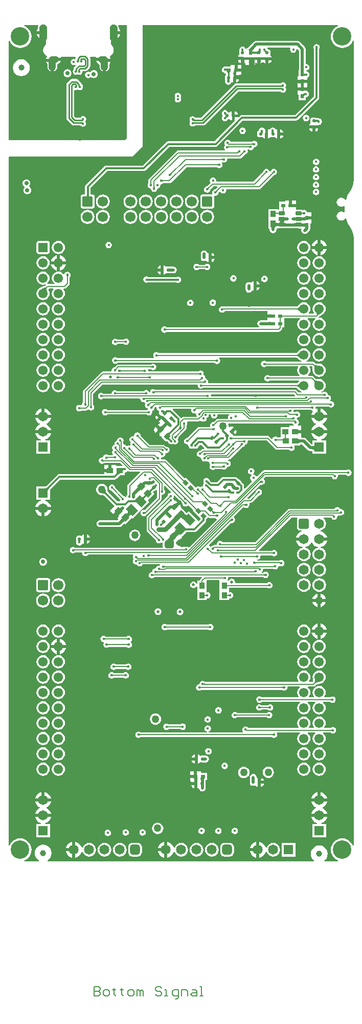
<source format=gbl>
G04*
G04 #@! TF.GenerationSoftware,Altium Limited,Altium Designer,20.1.14 (287)*
G04*
G04 Layer_Physical_Order=4*
G04 Layer_Color=16711680*
%FSAX25Y25*%
%MOIN*%
G70*
G04*
G04 #@! TF.SameCoordinates,A9E8F4E5-7F2A-47C3-BED5-AE4669AA653D*
G04*
G04*
G04 #@! TF.FilePolarity,Positive*
G04*
G01*
G75*
%ADD11C,0.01968*%
%ADD13C,0.01000*%
%ADD14C,0.01575*%
%ADD17C,0.00500*%
%ADD19C,0.00800*%
G04:AMPARAMS|DCode=33|XSize=19.68mil|YSize=19.68mil|CornerRadius=1.97mil|HoleSize=0mil|Usage=FLASHONLY|Rotation=180.000|XOffset=0mil|YOffset=0mil|HoleType=Round|Shape=RoundedRectangle|*
%AMROUNDEDRECTD33*
21,1,0.01968,0.01575,0,0,180.0*
21,1,0.01575,0.01968,0,0,180.0*
1,1,0.00394,-0.00787,0.00787*
1,1,0.00394,0.00787,0.00787*
1,1,0.00394,0.00787,-0.00787*
1,1,0.00394,-0.00787,-0.00787*
%
%ADD33ROUNDEDRECTD33*%
%ADD34R,0.02362X0.03150*%
%ADD35R,0.03150X0.02362*%
G04:AMPARAMS|DCode=36|XSize=23.62mil|YSize=31.5mil|CornerRadius=0mil|HoleSize=0mil|Usage=FLASHONLY|Rotation=225.000|XOffset=0mil|YOffset=0mil|HoleType=Round|Shape=Rectangle|*
%AMROTATEDRECTD36*
4,1,4,-0.00278,0.01949,0.01949,-0.00278,0.00278,-0.01949,-0.01949,0.00278,-0.00278,0.01949,0.0*
%
%ADD36ROTATEDRECTD36*%

G04:AMPARAMS|DCode=38|XSize=19.68mil|YSize=19.68mil|CornerRadius=1.97mil|HoleSize=0mil|Usage=FLASHONLY|Rotation=90.000|XOffset=0mil|YOffset=0mil|HoleType=Round|Shape=RoundedRectangle|*
%AMROUNDEDRECTD38*
21,1,0.01968,0.01575,0,0,90.0*
21,1,0.01575,0.01968,0,0,90.0*
1,1,0.00394,0.00787,0.00787*
1,1,0.00394,0.00787,-0.00787*
1,1,0.00394,-0.00787,-0.00787*
1,1,0.00394,-0.00787,0.00787*
%
%ADD38ROUNDEDRECTD38*%
%ADD39C,0.03937*%
%ADD45R,0.03937X0.03740*%
%ADD47R,0.03740X0.03937*%
%ADD74C,0.04750*%
%ADD75C,0.04606*%
%ADD139C,0.00501*%
%ADD140C,0.00787*%
%ADD141C,0.03000*%
%ADD142C,0.01181*%
%ADD143C,0.01063*%
%ADD146C,0.01200*%
G04:AMPARAMS|DCode=148|XSize=61.02mil|YSize=61.02mil|CornerRadius=1.83mil|HoleSize=0mil|Usage=FLASHONLY|Rotation=270.000|XOffset=0mil|YOffset=0mil|HoleType=Round|Shape=RoundedRectangle|*
%AMROUNDEDRECTD148*
21,1,0.06102,0.05736,0,0,270.0*
21,1,0.05736,0.06102,0,0,270.0*
1,1,0.00366,-0.02868,-0.02868*
1,1,0.00366,-0.02868,0.02868*
1,1,0.00366,0.02868,0.02868*
1,1,0.00366,0.02868,-0.02868*
%
%ADD148ROUNDEDRECTD148*%
%ADD149C,0.06102*%
%ADD150C,0.06496*%
G04:AMPARAMS|DCode=151|XSize=64.96mil|YSize=64.96mil|CornerRadius=8.12mil|HoleSize=0mil|Usage=FLASHONLY|Rotation=270.000|XOffset=0mil|YOffset=0mil|HoleType=Round|Shape=RoundedRectangle|*
%AMROUNDEDRECTD151*
21,1,0.06496,0.04872,0,0,270.0*
21,1,0.04872,0.06496,0,0,270.0*
1,1,0.01624,-0.02436,-0.02436*
1,1,0.01624,-0.02436,0.02436*
1,1,0.01624,0.02436,0.02436*
1,1,0.01624,0.02436,-0.02436*
%
%ADD151ROUNDEDRECTD151*%
G04:AMPARAMS|DCode=152|XSize=64.96mil|YSize=64.96mil|CornerRadius=16.24mil|HoleSize=0mil|Usage=FLASHONLY|Rotation=180.000|XOffset=0mil|YOffset=0mil|HoleType=Round|Shape=RoundedRectangle|*
%AMROUNDEDRECTD152*
21,1,0.06496,0.03248,0,0,180.0*
21,1,0.03248,0.06496,0,0,180.0*
1,1,0.03248,-0.01624,0.01624*
1,1,0.03248,0.01624,0.01624*
1,1,0.03248,0.01624,-0.01624*
1,1,0.03248,-0.01624,-0.01624*
%
%ADD152ROUNDEDRECTD152*%
%ADD153R,0.06496X0.06496*%
%ADD154R,0.06496X0.06496*%
G04:AMPARAMS|DCode=155|XSize=66.93mil|YSize=66.93mil|CornerRadius=2.01mil|HoleSize=0mil|Usage=FLASHONLY|Rotation=180.000|XOffset=0mil|YOffset=0mil|HoleType=Round|Shape=RoundedRectangle|*
%AMROUNDEDRECTD155*
21,1,0.06693,0.06291,0,0,180.0*
21,1,0.06291,0.06693,0,0,180.0*
1,1,0.00402,-0.03146,0.03146*
1,1,0.00402,0.03146,0.03146*
1,1,0.00402,0.03146,-0.03146*
1,1,0.00402,-0.03146,-0.03146*
%
%ADD155ROUNDEDRECTD155*%
%ADD156C,0.06693*%
G04:AMPARAMS|DCode=157|XSize=66.93mil|YSize=66.93mil|CornerRadius=2.01mil|HoleSize=0mil|Usage=FLASHONLY|Rotation=270.000|XOffset=0mil|YOffset=0mil|HoleType=Round|Shape=RoundedRectangle|*
%AMROUNDEDRECTD157*
21,1,0.06693,0.06291,0,0,270.0*
21,1,0.06291,0.06693,0,0,270.0*
1,1,0.00402,-0.03146,-0.03146*
1,1,0.00402,-0.03146,0.03146*
1,1,0.00402,0.03146,0.03146*
1,1,0.00402,0.03146,-0.03146*
%
%ADD157ROUNDEDRECTD157*%
%ADD158C,0.12000*%
%ADD159C,0.05000*%
G04:AMPARAMS|DCode=160|XSize=49.21mil|YSize=27.56mil|CornerRadius=13.78mil|HoleSize=0mil|Usage=FLASHONLY|Rotation=180.000|XOffset=0mil|YOffset=0mil|HoleType=Round|Shape=RoundedRectangle|*
%AMROUNDEDRECTD160*
21,1,0.04921,0.00000,0,0,180.0*
21,1,0.02165,0.02756,0,0,180.0*
1,1,0.02756,-0.01083,0.00000*
1,1,0.02756,0.01083,0.00000*
1,1,0.02756,0.01083,0.00000*
1,1,0.02756,-0.01083,0.00000*
%
%ADD160ROUNDEDRECTD160*%
G04:AMPARAMS|DCode=161|XSize=23.62mil|YSize=74.8mil|CornerRadius=11.81mil|HoleSize=0mil|Usage=FLASHONLY|Rotation=180.000|XOffset=0mil|YOffset=0mil|HoleType=Round|Shape=RoundedRectangle|*
%AMROUNDEDRECTD161*
21,1,0.02362,0.05118,0,0,180.0*
21,1,0.00000,0.07480,0,0,180.0*
1,1,0.02362,0.00000,0.02559*
1,1,0.02362,0.00000,0.02559*
1,1,0.02362,0.00000,-0.02559*
1,1,0.02362,0.00000,-0.02559*
%
%ADD161ROUNDEDRECTD161*%
G04:AMPARAMS|DCode=162|XSize=27.56mil|YSize=59.06mil|CornerRadius=13.78mil|HoleSize=0mil|Usage=FLASHONLY|Rotation=180.000|XOffset=0mil|YOffset=0mil|HoleType=Round|Shape=RoundedRectangle|*
%AMROUNDEDRECTD162*
21,1,0.02756,0.03150,0,0,180.0*
21,1,0.00000,0.05906,0,0,180.0*
1,1,0.02756,0.00000,0.01575*
1,1,0.02756,0.00000,0.01575*
1,1,0.02756,0.00000,-0.01575*
1,1,0.02756,0.00000,-0.01575*
%
%ADD162ROUNDEDRECTD162*%
%ADD163C,0.01968*%
%ADD164C,0.01772*%
%ADD165C,0.02756*%
%ADD166C,0.01575*%
G04:AMPARAMS|DCode=168|XSize=31.5mil|YSize=35.43mil|CornerRadius=2.05mil|HoleSize=0mil|Usage=FLASHONLY|Rotation=315.000|XOffset=0mil|YOffset=0mil|HoleType=Round|Shape=RoundedRectangle|*
%AMROUNDEDRECTD168*
21,1,0.03150,0.03134,0,0,315.0*
21,1,0.02740,0.03543,0,0,315.0*
1,1,0.00409,-0.00139,-0.02077*
1,1,0.00409,-0.02077,-0.00139*
1,1,0.00409,0.00139,0.02077*
1,1,0.00409,0.02077,0.00139*
%
%ADD168ROUNDEDRECTD168*%
G04:AMPARAMS|DCode=169|XSize=19.68mil|YSize=19.68mil|CornerRadius=1.97mil|HoleSize=0mil|Usage=FLASHONLY|Rotation=315.000|XOffset=0mil|YOffset=0mil|HoleType=Round|Shape=RoundedRectangle|*
%AMROUNDEDRECTD169*
21,1,0.01968,0.01575,0,0,315.0*
21,1,0.01575,0.01968,0,0,315.0*
1,1,0.00394,0.00000,-0.01114*
1,1,0.00394,-0.01114,0.00000*
1,1,0.00394,0.00000,0.01114*
1,1,0.00394,0.01114,0.00000*
%
%ADD169ROUNDEDRECTD169*%
G04:AMPARAMS|DCode=170|XSize=19.68mil|YSize=19.68mil|CornerRadius=1.97mil|HoleSize=0mil|Usage=FLASHONLY|Rotation=45.000|XOffset=0mil|YOffset=0mil|HoleType=Round|Shape=RoundedRectangle|*
%AMROUNDEDRECTD170*
21,1,0.01968,0.01575,0,0,45.0*
21,1,0.01575,0.01968,0,0,45.0*
1,1,0.00394,0.01114,0.00000*
1,1,0.00394,0.00000,-0.01114*
1,1,0.00394,-0.01114,0.00000*
1,1,0.00394,0.00000,0.01114*
%
%ADD170ROUNDEDRECTD170*%
G04:AMPARAMS|DCode=171|XSize=37.4mil|YSize=39.37mil|CornerRadius=0mil|HoleSize=0mil|Usage=FLASHONLY|Rotation=45.000|XOffset=0mil|YOffset=0mil|HoleType=Round|Shape=Rectangle|*
%AMROTATEDRECTD171*
4,1,4,0.00070,-0.02714,-0.02714,0.00070,-0.00070,0.02714,0.02714,-0.00070,0.00070,-0.02714,0.0*
%
%ADD171ROTATEDRECTD171*%

G04:AMPARAMS|DCode=172|XSize=50mil|YSize=63mil|CornerRadius=0mil|HoleSize=0mil|Usage=FLASHONLY|Rotation=45.000|XOffset=0mil|YOffset=0mil|HoleType=Round|Shape=Rectangle|*
%AMROTATEDRECTD172*
4,1,4,0.00460,-0.03995,-0.03995,0.00460,-0.00460,0.03995,0.03995,-0.00460,0.00460,-0.03995,0.0*
%
%ADD172ROTATEDRECTD172*%

G04:AMPARAMS|DCode=173|XSize=23.62mil|YSize=39.37mil|CornerRadius=2.01mil|HoleSize=0mil|Usage=FLASHONLY|Rotation=90.000|XOffset=0mil|YOffset=0mil|HoleType=Round|Shape=RoundedRectangle|*
%AMROUNDEDRECTD173*
21,1,0.02362,0.03535,0,0,90.0*
21,1,0.01961,0.03937,0,0,90.0*
1,1,0.00402,0.01768,0.00980*
1,1,0.00402,0.01768,-0.00980*
1,1,0.00402,-0.01768,-0.00980*
1,1,0.00402,-0.01768,0.00980*
%
%ADD173ROUNDEDRECTD173*%
%ADD174C,0.00906*%
G36*
X0140460Y0701310D02*
X0140943Y0701272D01*
X0141815Y0700850D01*
X0142472Y0700138D01*
X0142824Y0699235D01*
X0142822Y0698751D01*
Y0696900D01*
X0144440D01*
X0144425Y0697015D01*
X0143994Y0698054D01*
X0143638Y0698518D01*
Y0698755D01*
X0143523Y0699628D01*
X0143224Y0700351D01*
X0143430Y0700851D01*
X0148905D01*
Y0627089D01*
X0147534Y0625718D01*
X0071749Y0625718D01*
Y0690641D01*
X0072249Y0690715D01*
X0072301Y0690543D01*
X0072991Y0689252D01*
X0073920Y0688120D01*
X0075051Y0687191D01*
X0076342Y0686501D01*
X0077743Y0686076D01*
X0079200Y0685933D01*
X0080657Y0686076D01*
X0082057Y0686501D01*
X0083349Y0687191D01*
X0084480Y0688120D01*
X0085409Y0689252D01*
X0086099Y0690543D01*
X0086524Y0691943D01*
X0086667Y0693400D01*
X0086524Y0694857D01*
X0086099Y0696257D01*
X0085409Y0697548D01*
X0084480Y0698680D01*
X0083349Y0699609D01*
X0082057Y0700299D01*
X0081885Y0700351D01*
X0081959Y0700851D01*
X0091032D01*
X0091239Y0700351D01*
X0090940Y0699628D01*
X0090825Y0698755D01*
Y0698518D01*
X0090469Y0698054D01*
X0090038Y0697015D01*
X0090023Y0696900D01*
X0091641D01*
Y0698751D01*
X0091640Y0699235D01*
X0091991Y0700138D01*
X0092648Y0700850D01*
X0093520Y0701272D01*
X0094003Y0701310D01*
X0094267Y0701330D01*
X0094793Y0701262D01*
X0095293Y0701087D01*
X0095747Y0700814D01*
X0096135Y0700453D01*
X0096442Y0700021D01*
X0096653Y0699535D01*
X0096760Y0699016D01*
X0096759Y0698750D01*
X0096759Y0692451D01*
X0096759Y0692060D01*
X0096459Y0691336D01*
X0096179Y0691055D01*
Y0688252D01*
X0095832Y0688020D01*
X0095288Y0687477D01*
X0094736Y0686650D01*
X0094442Y0685941D01*
X0094369Y0685573D01*
X0094260Y0685215D01*
X0094222Y0684831D01*
X0094247Y0684581D01*
X0094222Y0684332D01*
X0094260Y0683947D01*
X0094369Y0683589D01*
X0094442Y0683222D01*
X0094736Y0682512D01*
X0095288Y0681685D01*
X0095832Y0681142D01*
X0096473Y0680713D01*
X0096653Y0680315D01*
X0096647Y0680053D01*
X0096269Y0679139D01*
X0096251Y0679005D01*
X0097966D01*
X0098221Y0679620D01*
X0098886Y0680285D01*
X0099754Y0680644D01*
X0100224Y0680644D01*
X0102192D01*
X0102623Y0680644D01*
X0103419Y0680315D01*
X0104028Y0679705D01*
X0104040Y0679676D01*
X0105824D01*
X0106083Y0680064D01*
X0115063D01*
X0115353Y0679564D01*
X0115249Y0679042D01*
Y0679031D01*
X0115201Y0678956D01*
X0114790Y0678651D01*
X0114216Y0678765D01*
X0113448Y0678613D01*
X0112796Y0678177D01*
X0112362Y0677526D01*
X0112209Y0676758D01*
X0112362Y0675990D01*
X0112796Y0675339D01*
X0113448Y0674904D01*
X0114216Y0674751D01*
X0114984Y0674904D01*
X0115396Y0675179D01*
X0115452Y0675163D01*
X0115595Y0674599D01*
X0114650Y0673654D01*
X0114272Y0673088D01*
X0114139Y0672420D01*
Y0671965D01*
X0114068Y0671918D01*
X0113633Y0671267D01*
X0113480Y0670498D01*
X0113633Y0669730D01*
X0114068Y0669079D01*
X0114719Y0668644D01*
X0115487Y0668491D01*
X0116255Y0668644D01*
X0116712Y0668949D01*
X0117168Y0668644D01*
X0117936Y0668491D01*
X0118704Y0668644D01*
X0119355Y0669079D01*
X0119790Y0669730D01*
X0119943Y0670498D01*
X0120158Y0670760D01*
X0121574D01*
X0122242Y0670893D01*
X0122809Y0671272D01*
X0124510Y0672972D01*
X0124510Y0672972D01*
X0124888Y0673539D01*
X0125021Y0674207D01*
X0125021Y0674207D01*
Y0678750D01*
X0124888Y0679419D01*
X0124791Y0679564D01*
X0125058Y0680064D01*
X0128380D01*
X0128639Y0679676D01*
X0130423D01*
X0130435Y0679705D01*
X0131044Y0680315D01*
X0131840Y0680644D01*
X0132271Y0680644D01*
X0134239D01*
X0134709Y0680644D01*
X0135577Y0680285D01*
X0136242Y0679620D01*
X0136497Y0679005D01*
X0138212D01*
X0138194Y0679139D01*
X0137816Y0680053D01*
X0137810Y0680315D01*
X0137990Y0680713D01*
X0138631Y0681142D01*
X0139174Y0681685D01*
X0139727Y0682512D01*
X0140021Y0683222D01*
X0140094Y0683589D01*
X0140203Y0683947D01*
X0140241Y0684331D01*
X0140216Y0684581D01*
X0140241Y0684831D01*
X0140203Y0685215D01*
X0140094Y0685573D01*
X0140021Y0685941D01*
X0139727Y0686650D01*
X0139174Y0687477D01*
X0138631Y0688020D01*
X0138284Y0688252D01*
Y0691055D01*
X0138004Y0691336D01*
X0137704Y0692060D01*
X0137704Y0692451D01*
X0137704Y0698750D01*
X0137704D01*
X0137703Y0699016D01*
X0137810Y0699535D01*
X0138021Y0700021D01*
X0138328Y0700453D01*
X0138716Y0700814D01*
X0139170Y0701087D01*
X0139670Y0701262D01*
X0140196Y0701330D01*
X0140460Y0701310D01*
D02*
G37*
G36*
X0117527Y0678510D02*
X0117395Y0677610D01*
X0116401Y0678068D01*
X0116413Y0678077D01*
X0116423Y0678095D01*
X0116433Y0678122D01*
X0116441Y0678158D01*
X0116448Y0678202D01*
X0116458Y0678319D01*
X0116463Y0678471D01*
X0116464Y0678560D01*
X0117527Y0678510D01*
D02*
G37*
G36*
X0118071Y0671648D02*
X0118091Y0671345D01*
X0118098Y0671311D01*
X0118107Y0671286D01*
X0118117Y0671270D01*
X0118128Y0671262D01*
X0117187Y0670741D01*
X0117007Y0671651D01*
X0118070Y0671735D01*
X0118071Y0671648D01*
D02*
G37*
G36*
X0116417Y0671651D02*
X0116236Y0670741D01*
X0115296Y0671262D01*
X0115307Y0671270D01*
X0115316Y0671286D01*
X0115325Y0671312D01*
X0115333Y0671347D01*
X0115339Y0671391D01*
X0115348Y0671506D01*
X0115354Y0671747D01*
X0116417Y0671651D01*
D02*
G37*
G36*
X0286515Y0700351D02*
X0286343Y0700299D01*
X0285051Y0699609D01*
X0283920Y0698680D01*
X0282991Y0697548D01*
X0282301Y0696257D01*
X0281876Y0694857D01*
X0281733Y0693400D01*
X0281876Y0691943D01*
X0282301Y0690543D01*
X0282991Y0689252D01*
X0283920Y0688120D01*
X0285051Y0687191D01*
X0286343Y0686501D01*
X0287743Y0686076D01*
X0289200Y0685933D01*
X0290657Y0686076D01*
X0292057Y0686501D01*
X0293349Y0687191D01*
X0294480Y0688120D01*
X0295409Y0689252D01*
X0296099Y0690543D01*
X0296151Y0690715D01*
X0296651Y0690641D01*
X0296651Y0600900D01*
Y0599760D01*
X0296320Y0597504D01*
X0295665Y0595320D01*
X0294700Y0593255D01*
X0294072Y0592303D01*
X0294054Y0592259D01*
X0294022Y0592225D01*
X0293335Y0591094D01*
X0293286Y0590962D01*
X0293203Y0590848D01*
X0292083Y0588452D01*
X0292038Y0588271D01*
X0291951Y0588105D01*
X0291616Y0586989D01*
X0291096Y0586996D01*
X0290684Y0587534D01*
X0290067Y0588007D01*
X0289349Y0588304D01*
X0288578Y0588406D01*
X0287807Y0588304D01*
X0287089Y0588007D01*
X0286472Y0587534D01*
X0285999Y0586917D01*
X0285701Y0586198D01*
X0285600Y0585428D01*
X0285701Y0584657D01*
X0285999Y0583939D01*
X0286472Y0583322D01*
X0287089Y0582848D01*
X0287807Y0582551D01*
X0288578Y0582449D01*
X0289349Y0582551D01*
X0290067Y0582848D01*
X0290283Y0583014D01*
X0290748Y0582741D01*
X0290726Y0582593D01*
X0290736Y0582406D01*
X0290699Y0582223D01*
Y0579577D01*
X0290736Y0579394D01*
X0290726Y0579207D01*
X0290748Y0579059D01*
X0290283Y0578786D01*
X0290067Y0578952D01*
X0289349Y0579249D01*
X0288578Y0579351D01*
X0287807Y0579249D01*
X0287089Y0578952D01*
X0286472Y0578478D01*
X0285999Y0577861D01*
X0285701Y0577143D01*
X0285600Y0576372D01*
X0285701Y0575602D01*
X0285999Y0574883D01*
X0286472Y0574266D01*
X0287089Y0573793D01*
X0287807Y0573496D01*
X0288578Y0573394D01*
X0289349Y0573496D01*
X0290067Y0573793D01*
X0290684Y0574266D01*
X0291096Y0574804D01*
X0291616Y0574811D01*
X0291951Y0573695D01*
X0292038Y0573529D01*
X0292083Y0573348D01*
X0293203Y0570952D01*
X0293286Y0570838D01*
X0293335Y0570706D01*
X0294022Y0569575D01*
X0294054Y0569541D01*
X0294072Y0569497D01*
X0294700Y0568545D01*
X0295665Y0566480D01*
X0296320Y0564296D01*
X0296651Y0562040D01*
Y0560900D01*
Y0166159D01*
X0296151Y0166085D01*
X0296099Y0166258D01*
X0295409Y0167549D01*
X0294480Y0168680D01*
X0293349Y0169609D01*
X0292057Y0170299D01*
X0290657Y0170724D01*
X0289200Y0170867D01*
X0287743Y0170724D01*
X0286343Y0170299D01*
X0285051Y0169609D01*
X0283920Y0168680D01*
X0282991Y0167549D01*
X0282301Y0166258D01*
X0281876Y0164857D01*
X0281733Y0163400D01*
X0281876Y0161943D01*
X0282301Y0160543D01*
X0282991Y0159251D01*
X0283920Y0158120D01*
X0285051Y0157191D01*
X0286343Y0156501D01*
X0286515Y0156449D01*
X0286441Y0155949D01*
X0277722D01*
X0277552Y0156449D01*
X0278100Y0156869D01*
X0278976Y0158012D01*
X0279527Y0159342D01*
X0279715Y0160769D01*
X0279527Y0162197D01*
X0278976Y0163527D01*
X0278100Y0164669D01*
X0276958Y0165546D01*
X0275627Y0166097D01*
X0274200Y0166285D01*
X0272773Y0166097D01*
X0271442Y0165546D01*
X0270300Y0164669D01*
X0269424Y0163527D01*
X0268873Y0162197D01*
X0268685Y0160769D01*
X0268873Y0159342D01*
X0269424Y0158012D01*
X0270300Y0156869D01*
X0270848Y0156449D01*
X0270678Y0155949D01*
X0097097D01*
X0097035Y0156449D01*
X0098100Y0157266D01*
X0098976Y0158409D01*
X0099527Y0159739D01*
X0099715Y0161166D01*
X0099527Y0162594D01*
X0098976Y0163924D01*
X0098100Y0165066D01*
X0096958Y0165943D01*
X0095627Y0166494D01*
X0094200Y0166682D01*
X0092773Y0166494D01*
X0091442Y0165943D01*
X0090300Y0165066D01*
X0089424Y0163924D01*
X0088873Y0162594D01*
X0088685Y0161166D01*
X0088873Y0159739D01*
X0089424Y0158409D01*
X0090300Y0157266D01*
X0091365Y0156449D01*
X0091303Y0155949D01*
X0081959D01*
X0081885Y0156449D01*
X0082057Y0156501D01*
X0083349Y0157191D01*
X0084480Y0158120D01*
X0085409Y0159251D01*
X0086099Y0160543D01*
X0086524Y0161943D01*
X0086667Y0163400D01*
X0086524Y0164857D01*
X0086099Y0166258D01*
X0085409Y0167549D01*
X0084480Y0168680D01*
X0083349Y0169609D01*
X0082057Y0170299D01*
X0080657Y0170724D01*
X0079200Y0170867D01*
X0077743Y0170724D01*
X0076342Y0170299D01*
X0075051Y0169609D01*
X0073920Y0168680D01*
X0072991Y0167549D01*
X0072301Y0166258D01*
X0072249Y0166085D01*
X0071749Y0166159D01*
Y0614865D01*
X0072102Y0615219D01*
X0152368Y0615218D01*
X0159003Y0621853D01*
X0159003Y0700851D01*
X0286441D01*
X0286515Y0700351D01*
D02*
G37*
%LPC*%
G36*
X0144440Y0694900D02*
X0142822D01*
Y0692479D01*
X0143310Y0692853D01*
X0143994Y0693746D01*
X0144425Y0694785D01*
X0144440Y0694900D01*
D02*
G37*
G36*
X0091641Y0694900D02*
X0090023D01*
X0090038Y0694785D01*
X0090469Y0693746D01*
X0091153Y0692853D01*
X0091641Y0692479D01*
Y0694900D01*
D02*
G37*
G36*
X0138212Y0677005D02*
X0136601D01*
X0136602Y0673558D01*
X0136601Y0673558D01*
X0136602Y0673088D01*
X0136242Y0672220D01*
X0135577Y0671555D01*
X0135239Y0671415D01*
Y0670760D01*
X0135828Y0671003D01*
X0136486Y0671508D01*
X0136990Y0672166D01*
X0137308Y0672932D01*
X0137416Y0673755D01*
Y0675371D01*
X0137757Y0675815D01*
X0138194Y0676871D01*
X0138212Y0677005D01*
D02*
G37*
G36*
X0105794Y0677676D02*
X0104218D01*
X0104112Y0677369D01*
X0103625Y0676774D01*
X0102964Y0676383D01*
X0102586Y0676314D01*
X0102586Y0676314D01*
Y0673558D01*
X0102586Y0673088D01*
X0102226Y0672220D01*
X0101562Y0671555D01*
X0101224Y0671415D01*
Y0670760D01*
X0101812Y0671003D01*
X0102470Y0671508D01*
X0102975Y0672166D01*
X0103292Y0672932D01*
X0103400Y0673755D01*
Y0674755D01*
X0103598Y0674907D01*
X0104235Y0675737D01*
X0104273Y0675753D01*
X0104973Y0676289D01*
X0105509Y0676988D01*
X0105794Y0677676D01*
D02*
G37*
G36*
X0130245D02*
X0128669D01*
X0128954Y0676988D01*
X0129490Y0676289D01*
X0130190Y0675753D01*
X0130228Y0675737D01*
X0130865Y0674907D01*
X0131063Y0674755D01*
Y0673755D01*
X0131171Y0672932D01*
X0131488Y0672166D01*
X0131993Y0671508D01*
X0132651Y0671003D01*
X0133239Y0670760D01*
Y0671415D01*
X0132901Y0671555D01*
X0132237Y0672220D01*
X0131877Y0673088D01*
X0131877Y0673558D01*
X0131877Y0676314D01*
X0131499Y0676383D01*
X0130838Y0676774D01*
X0130351Y0677369D01*
X0130245Y0677676D01*
D02*
G37*
G36*
X0097861Y0677005D02*
X0096251D01*
X0096269Y0676871D01*
X0096706Y0675815D01*
X0097047Y0675371D01*
Y0673755D01*
X0097155Y0672932D01*
X0097473Y0672166D01*
X0097977Y0671508D01*
X0098635Y0671003D01*
X0099224Y0670760D01*
Y0671415D01*
X0098886Y0671555D01*
X0098221Y0672220D01*
X0097861Y0673088D01*
X0097861Y0673558D01*
Y0677005D01*
D02*
G37*
G36*
X0127267Y0671450D02*
X0126599Y0671362D01*
X0125976Y0671104D01*
X0125442Y0670694D01*
X0125032Y0670159D01*
X0124730Y0670068D01*
X0124434Y0670266D01*
X0123627Y0670426D01*
X0122821Y0670266D01*
X0122137Y0669809D01*
X0121680Y0669125D01*
X0121520Y0668319D01*
X0121680Y0667512D01*
X0122137Y0666828D01*
X0122821Y0666372D01*
X0123627Y0666211D01*
X0124434Y0666372D01*
X0125117Y0666828D01*
X0125720Y0666830D01*
X0125976Y0666633D01*
X0126599Y0666375D01*
X0127267Y0666287D01*
X0127935Y0666375D01*
X0128558Y0666633D01*
X0129092Y0667043D01*
X0129502Y0667578D01*
X0129760Y0668200D01*
X0129848Y0668868D01*
X0129760Y0669536D01*
X0129502Y0670159D01*
X0129092Y0670694D01*
X0128558Y0671104D01*
X0127935Y0671362D01*
X0127267Y0671450D01*
D02*
G37*
G36*
X0079987Y0678603D02*
X0078560Y0678415D01*
X0077230Y0677864D01*
X0076087Y0676988D01*
X0075211Y0675845D01*
X0074660Y0674515D01*
X0074472Y0673088D01*
X0074660Y0671660D01*
X0075211Y0670330D01*
X0076087Y0669188D01*
X0077230Y0668311D01*
X0078560Y0667760D01*
X0079987Y0667572D01*
X0081415Y0667760D01*
X0082745Y0668311D01*
X0083887Y0669188D01*
X0084764Y0670330D01*
X0085315Y0671660D01*
X0085503Y0673088D01*
X0085315Y0674515D01*
X0084764Y0675845D01*
X0083887Y0676988D01*
X0082745Y0677864D01*
X0081415Y0678415D01*
X0079987Y0678603D01*
D02*
G37*
G36*
X0110109Y0672080D02*
X0109441Y0671992D01*
X0108819Y0671734D01*
X0108284Y0671323D01*
X0107874Y0670789D01*
X0107616Y0670166D01*
X0107528Y0669498D01*
X0107616Y0668830D01*
X0107874Y0668208D01*
X0108284Y0667673D01*
X0108819Y0667263D01*
X0109441Y0667005D01*
X0110109Y0666917D01*
X0110777Y0667005D01*
X0111400Y0667263D01*
X0111935Y0667673D01*
X0112345Y0668208D01*
X0112603Y0668830D01*
X0112691Y0669498D01*
X0112603Y0670166D01*
X0112345Y0670789D01*
X0111935Y0671323D01*
X0111400Y0671734D01*
X0110777Y0671992D01*
X0110109Y0672080D01*
D02*
G37*
G36*
X0112960Y0665760D02*
X0112292Y0665627D01*
X0111725Y0665249D01*
X0109977Y0663501D01*
X0109599Y0662934D01*
X0109466Y0662266D01*
Y0640117D01*
X0109599Y0639448D01*
X0109977Y0638882D01*
X0112879Y0635980D01*
X0112879Y0635980D01*
X0113445Y0635602D01*
X0114113Y0635469D01*
X0118448D01*
X0118643Y0635178D01*
X0119327Y0634721D01*
X0120133Y0634560D01*
X0120940Y0634721D01*
X0121623Y0635178D01*
X0122080Y0635861D01*
X0122240Y0636668D01*
X0122080Y0637474D01*
X0121739Y0637985D01*
X0121761Y0638000D01*
X0122218Y0638684D01*
X0122378Y0639491D01*
X0122218Y0640297D01*
X0121761Y0640981D01*
X0121077Y0641437D01*
X0120271Y0641598D01*
X0119464Y0641437D01*
X0118781Y0640981D01*
X0118536Y0640615D01*
X0115522D01*
X0114611Y0641525D01*
Y0658138D01*
X0114998Y0658455D01*
X0115338Y0658387D01*
X0116144Y0658547D01*
X0116784Y0658975D01*
X0117346Y0658599D01*
X0118153Y0658438D01*
X0118959Y0658599D01*
X0119643Y0659056D01*
X0120100Y0659739D01*
X0120260Y0660546D01*
X0120100Y0661352D01*
X0119643Y0662036D01*
X0119318Y0662253D01*
Y0662307D01*
X0119185Y0662976D01*
X0118807Y0663542D01*
X0118807Y0663542D01*
X0117100Y0665249D01*
X0116534Y0665627D01*
X0115865Y0665760D01*
X0112960D01*
X0112960Y0665760D01*
D02*
G37*
%LPD*%
G36*
X0118105Y0661862D02*
X0118120Y0661624D01*
X0118129Y0661566D01*
X0118140Y0661518D01*
X0118154Y0661480D01*
X0118169Y0661453D01*
X0118187Y0661436D01*
X0118206Y0661430D01*
X0117284Y0660719D01*
X0117041Y0661746D01*
X0118104Y0661962D01*
X0118105Y0661862D01*
D02*
G37*
G36*
X0116205Y0660676D02*
X0115396Y0661378D01*
X0115394Y0661381D01*
X0115393Y0661388D01*
X0115391Y0661401D01*
X0115389Y0661440D01*
X0115387Y0661622D01*
X0116450D01*
X0116205Y0660676D01*
D02*
G37*
G36*
X0119933Y0637531D02*
X0119253Y0636571D01*
X0119245Y0636592D01*
X0119227Y0636611D01*
X0119199Y0636628D01*
X0119161Y0636643D01*
X0119112Y0636655D01*
X0119053Y0636665D01*
X0118984Y0636673D01*
X0118816Y0636682D01*
X0118716Y0636684D01*
X0118905Y0637746D01*
X0119933Y0637531D01*
D02*
G37*
%LPC*%
G36*
X0259952Y0690608D02*
X0233228D01*
X0232383Y0690440D01*
X0231666Y0689961D01*
X0227722Y0686016D01*
X0227585Y0685812D01*
X0227535Y0685758D01*
X0226921D01*
Y0684620D01*
X0226909Y0684554D01*
X0226910Y0684533D01*
X0226890Y0684444D01*
X0226356Y0684348D01*
X0226288Y0684454D01*
X0226366Y0684849D01*
X0226206Y0685655D01*
X0225749Y0686339D01*
X0225065Y0686796D01*
X0224259Y0686956D01*
X0223453Y0686796D01*
X0222769Y0686339D01*
X0222312Y0685655D01*
X0222152Y0684849D01*
X0222248Y0684366D01*
X0222193Y0684284D01*
X0222086Y0683746D01*
Y0682172D01*
X0222193Y0681634D01*
X0222234Y0681573D01*
X0221930Y0681371D01*
X0221452Y0680654D01*
X0221326Y0680022D01*
X0224279D01*
Y0679022D01*
X0225208D01*
Y0679951D01*
X0225235Y0679924D01*
X0225292Y0679900D01*
X0225379Y0679879D01*
X0225497Y0679860D01*
X0225824Y0679832D01*
X0226541Y0679811D01*
X0226597Y0679811D01*
X0228114Y0679841D01*
X0228126Y0677447D01*
X0228109Y0677597D01*
X0228061Y0677731D01*
X0227981Y0677849D01*
X0227870Y0677951D01*
X0227727Y0678038D01*
X0227552Y0678109D01*
X0227346Y0678164D01*
X0227109Y0678203D01*
X0226840Y0678227D01*
X0226585Y0678233D01*
X0226541Y0678233D01*
X0225379Y0678165D01*
X0225292Y0678144D01*
X0225279Y0678139D01*
Y0676069D01*
X0225633Y0676140D01*
X0226133Y0675788D01*
Y0674735D01*
X0228283D01*
Y0676516D01*
X0228270Y0676566D01*
X0228243Y0676636D01*
X0228212Y0676687D01*
X0228176Y0676717D01*
X0228136Y0676727D01*
X0228283D01*
Y0678278D01*
X0230283D01*
Y0674735D01*
X0232432D01*
Y0676043D01*
X0232932Y0676311D01*
X0233253Y0676096D01*
X0233885Y0675971D01*
Y0678064D01*
X0233859Y0678081D01*
X0233767Y0678117D01*
X0233647Y0678148D01*
X0233498Y0678175D01*
X0233320Y0678196D01*
X0232879Y0678225D01*
X0232323Y0678235D01*
X0232364Y0679810D01*
X0233956Y0679852D01*
Y0678924D01*
X0235814D01*
Y0679852D01*
X0235833Y0679844D01*
X0235883Y0679837D01*
X0235965Y0679831D01*
X0236839Y0679811D01*
X0237407Y0679810D01*
X0237447Y0678235D01*
X0237155Y0678232D01*
X0236272Y0678175D01*
X0236123Y0678148D01*
X0236003Y0678117D01*
X0235911Y0678081D01*
X0235885Y0678064D01*
Y0675971D01*
X0236517Y0676096D01*
X0237234Y0676575D01*
X0237295Y0676667D01*
X0237795D01*
X0237852Y0676583D01*
X0238568Y0676104D01*
X0239200Y0675979D01*
Y0678932D01*
X0240200D01*
Y0679931D01*
X0243153D01*
X0243027Y0680564D01*
X0242548Y0681280D01*
X0242245Y0681483D01*
X0242285Y0681543D01*
X0242392Y0682081D01*
Y0683656D01*
X0242285Y0684194D01*
X0241981Y0684649D01*
X0241525Y0684954D01*
X0240987Y0685061D01*
X0240497D01*
X0240379Y0685655D01*
X0240315Y0685751D01*
X0240551Y0686192D01*
X0255211D01*
X0255447Y0685751D01*
X0255383Y0685655D01*
X0255223Y0684849D01*
X0255383Y0684042D01*
X0255840Y0683359D01*
X0256523Y0682902D01*
X0257330Y0682741D01*
X0258136Y0682902D01*
X0258820Y0683359D01*
X0259277Y0684042D01*
X0259437Y0684849D01*
X0259379Y0685144D01*
X0259839Y0685390D01*
X0260996Y0684234D01*
Y0671546D01*
X0260842D01*
Y0670409D01*
X0260831Y0670353D01*
X0260842Y0670297D01*
Y0670245D01*
X0260839Y0670211D01*
X0260842Y0670202D01*
Y0667609D01*
X0260054D01*
Y0665065D01*
X0262015D01*
X0262033Y0665107D01*
X0262047Y0665211D01*
Y0665065D01*
X0263204D01*
X0266354D01*
Y0666594D01*
X0266534Y0666630D01*
X0267218Y0667087D01*
X0267675Y0667771D01*
X0267835Y0668577D01*
X0267675Y0669384D01*
X0267218Y0670067D01*
X0266534Y0670524D01*
X0265732Y0670684D01*
X0265672Y0671144D01*
X0265699Y0671259D01*
X0266475Y0671414D01*
X0267159Y0671871D01*
X0267616Y0672554D01*
X0267776Y0673361D01*
X0267616Y0674167D01*
X0267159Y0674851D01*
X0266475Y0675308D01*
X0265669Y0675468D01*
X0265412Y0675679D01*
Y0685148D01*
X0265244Y0685993D01*
X0264765Y0686709D01*
X0261513Y0689961D01*
X0260797Y0690440D01*
X0259952Y0690608D01*
D02*
G37*
G36*
X0223279Y0678022D02*
X0221326D01*
X0221452Y0677390D01*
X0221930Y0676674D01*
X0222646Y0676195D01*
X0223279Y0676069D01*
Y0678022D01*
D02*
G37*
G36*
X0243153Y0677931D02*
X0241200D01*
Y0675979D01*
X0241832Y0676104D01*
X0242548Y0676583D01*
X0243027Y0677299D01*
X0243153Y0677931D01*
D02*
G37*
G36*
X0223503Y0674691D02*
X0220960D01*
Y0672542D01*
X0221523D01*
Y0672711D01*
X0221538Y0672626D01*
X0221584Y0672549D01*
X0221592Y0672542D01*
X0223503D01*
Y0674691D01*
D02*
G37*
G36*
X0221921Y0665400D02*
X0219969D01*
Y0663447D01*
X0220601Y0663573D01*
X0221317Y0664051D01*
X0221796Y0664768D01*
X0221921Y0665400D01*
D02*
G37*
G36*
X0218960Y0674691D02*
X0216417D01*
Y0673904D01*
X0212479D01*
Y0673835D01*
X0211964Y0673733D01*
X0211281Y0673276D01*
X0210824Y0672592D01*
X0210664Y0671786D01*
X0210824Y0670979D01*
X0211281Y0670296D01*
X0211964Y0669839D01*
X0212479Y0669736D01*
Y0669179D01*
X0213356D01*
Y0668251D01*
X0213251Y0668181D01*
X0212946Y0667725D01*
X0212839Y0667187D01*
Y0665613D01*
X0212946Y0665075D01*
X0213037Y0664938D01*
X0212993Y0664872D01*
X0212833Y0664065D01*
X0212993Y0663259D01*
X0213450Y0662575D01*
X0214134Y0662118D01*
X0214940Y0661958D01*
X0215747Y0662118D01*
X0216430Y0662575D01*
X0216887Y0663259D01*
X0216915Y0663398D01*
X0217336Y0663573D01*
X0217969Y0663447D01*
Y0666400D01*
X0218969D01*
Y0667400D01*
X0221921D01*
X0221824Y0667892D01*
X0222111Y0668392D01*
X0223503D01*
Y0670542D01*
X0221682D01*
X0221660Y0670533D01*
X0221584Y0670486D01*
X0221538Y0670432D01*
X0221523Y0670373D01*
Y0670542D01*
X0219960D01*
Y0671542D01*
X0218960D01*
Y0674691D01*
D02*
G37*
G36*
X0266354Y0663065D02*
X0263204D01*
X0262047D01*
Y0662541D01*
X0262033Y0662645D01*
X0261993Y0662739D01*
X0261926Y0662821D01*
X0261831Y0662892D01*
X0261710Y0662952D01*
X0261562Y0663001D01*
X0261387Y0663040D01*
X0261197Y0663065D01*
X0260054D01*
Y0662719D01*
X0259972D01*
Y0660176D01*
X0261862D01*
X0261914Y0660233D01*
X0261951Y0660312D01*
X0261964Y0660400D01*
Y0660176D01*
X0266271D01*
Y0660522D01*
X0266354D01*
Y0663065D01*
D02*
G37*
G36*
X0266271Y0658176D02*
X0261964D01*
Y0657896D01*
X0261951Y0657984D01*
X0261914Y0658063D01*
X0261850Y0658133D01*
X0261788Y0658176D01*
X0259972D01*
Y0655632D01*
X0260759D01*
Y0651695D01*
X0265483D01*
Y0653853D01*
X0266223Y0654000D01*
X0266907Y0654457D01*
X0267364Y0655141D01*
X0267524Y0655947D01*
X0267364Y0656754D01*
X0266907Y0657437D01*
X0266271Y0657862D01*
Y0658176D01*
D02*
G37*
G36*
X0250539Y0663618D02*
X0249732Y0663457D01*
X0249048Y0663000D01*
X0248930Y0662823D01*
X0220051D01*
X0219382Y0662690D01*
X0218816Y0662312D01*
X0197148Y0640644D01*
X0193355D01*
X0193222Y0640843D01*
X0192538Y0641300D01*
X0191732Y0641460D01*
X0190925Y0641300D01*
X0190242Y0640843D01*
X0189785Y0640160D01*
X0189624Y0639353D01*
X0189785Y0638547D01*
X0190101Y0638073D01*
X0189785Y0637600D01*
X0189624Y0636794D01*
X0189785Y0635987D01*
X0190242Y0635303D01*
X0190925Y0634847D01*
X0191732Y0634686D01*
X0192538Y0634847D01*
X0193222Y0635303D01*
X0193352Y0635499D01*
X0198556D01*
X0199225Y0635631D01*
X0199791Y0636010D01*
X0221459Y0657678D01*
X0248904D01*
X0249048Y0657461D01*
X0249732Y0657004D01*
X0250539Y0656844D01*
X0251345Y0657004D01*
X0252029Y0657461D01*
X0252486Y0658145D01*
X0252646Y0658951D01*
X0252486Y0659758D01*
X0252169Y0660231D01*
X0252486Y0660704D01*
X0252646Y0661510D01*
X0252486Y0662317D01*
X0252029Y0663000D01*
X0251345Y0663457D01*
X0250539Y0663618D01*
D02*
G37*
G36*
X0182070Y0656707D02*
X0181264Y0656547D01*
X0180580Y0656090D01*
X0180123Y0655407D01*
X0179963Y0654600D01*
X0180123Y0653793D01*
X0180301Y0653528D01*
X0180153Y0653306D01*
X0179993Y0652500D01*
X0180153Y0651693D01*
X0180610Y0651010D01*
X0181293Y0650553D01*
X0182100Y0650393D01*
X0182906Y0650553D01*
X0183590Y0651010D01*
X0184047Y0651693D01*
X0184207Y0652500D01*
X0184047Y0653306D01*
X0183869Y0653572D01*
X0184017Y0653793D01*
X0184177Y0654600D01*
X0184017Y0655407D01*
X0183560Y0656090D01*
X0182877Y0656547D01*
X0182070Y0656707D01*
D02*
G37*
G36*
X0272468Y0688499D02*
X0271661Y0688339D01*
X0270978Y0687882D01*
X0270521Y0687199D01*
X0270360Y0686392D01*
X0270521Y0685586D01*
X0270661Y0685375D01*
Y0654424D01*
X0258491Y0642254D01*
X0223747D01*
X0223056Y0642116D01*
X0222470Y0641724D01*
X0221707Y0640962D01*
X0221207Y0641169D01*
Y0642498D01*
X0221039Y0643343D01*
X0220560Y0644060D01*
X0219844Y0644538D01*
X0219212Y0644664D01*
Y0642622D01*
X0219252Y0642618D01*
X0219438Y0642608D01*
X0220294Y0642597D01*
Y0641022D01*
X0220093Y0641020D01*
X0219604Y0640984D01*
X0219479Y0640962D01*
X0219373Y0640936D01*
X0219286Y0640905D01*
X0219219Y0640869D01*
X0219170Y0640828D01*
X0219141Y0640782D01*
X0219114Y0640755D01*
X0219090Y0640698D01*
X0219069Y0640611D01*
X0219050Y0640493D01*
X0219022Y0640166D01*
X0219001Y0639448D01*
X0218999Y0639149D01*
X0217424D01*
X0217423Y0639448D01*
X0217355Y0640611D01*
X0217334Y0640698D01*
X0217310Y0640755D01*
X0217283Y0640782D01*
X0219141D01*
Y0641711D01*
X0217212D01*
Y0644664D01*
X0216580Y0644538D01*
X0215863Y0644060D01*
X0215660Y0643756D01*
X0215600Y0643796D01*
X0215062Y0643903D01*
X0214786D01*
X0214718Y0644246D01*
X0214261Y0644930D01*
X0213577Y0645386D01*
X0212771Y0645547D01*
X0211964Y0645386D01*
X0211281Y0644930D01*
X0210824Y0644246D01*
X0210664Y0643439D01*
X0210824Y0642633D01*
X0211281Y0641949D01*
Y0641780D01*
X0210824Y0641096D01*
X0210664Y0640290D01*
X0210824Y0639483D01*
X0211281Y0638800D01*
X0211964Y0638343D01*
X0212771Y0638182D01*
X0213577Y0638343D01*
X0214261Y0638800D01*
X0214718Y0639483D01*
X0214725Y0639519D01*
X0215062D01*
X0215600Y0639626D01*
X0215660Y0639666D01*
X0215863Y0639362D01*
X0216580Y0638884D01*
X0217424Y0638716D01*
X0218754D01*
X0218961Y0638216D01*
X0205889Y0625143D01*
X0175692D01*
X0175001Y0625006D01*
X0174415Y0624614D01*
X0159117Y0609317D01*
X0135413D01*
X0134721Y0609179D01*
X0134135Y0608787D01*
X0122037Y0596689D01*
X0121645Y0596103D01*
X0121508Y0595412D01*
Y0590455D01*
X0120054D01*
X0119515Y0590347D01*
X0119058Y0590042D01*
X0118753Y0589585D01*
X0118645Y0589046D01*
Y0582754D01*
X0118753Y0582215D01*
X0119058Y0581758D01*
X0119515Y0581453D01*
X0120054Y0581345D01*
X0126346D01*
X0126885Y0581453D01*
X0127342Y0581758D01*
X0127647Y0582215D01*
X0127755Y0582754D01*
Y0589046D01*
X0127647Y0589585D01*
X0127342Y0590042D01*
X0126885Y0590347D01*
X0126346Y0590455D01*
X0125120D01*
Y0594664D01*
X0136161Y0605704D01*
X0159865D01*
X0160557Y0605841D01*
X0161143Y0606233D01*
X0176440Y0621531D01*
X0206637D01*
X0207328Y0621668D01*
X0207914Y0622060D01*
X0224496Y0638641D01*
X0259239D01*
X0259931Y0638778D01*
X0260517Y0639170D01*
X0273745Y0652398D01*
X0274137Y0652984D01*
X0274274Y0653676D01*
Y0685375D01*
X0274415Y0685586D01*
X0274575Y0686392D01*
X0274415Y0687199D01*
X0273958Y0687882D01*
X0273274Y0688339D01*
X0272468Y0688499D01*
D02*
G37*
G36*
X0265669Y0642397D02*
X0264862Y0642237D01*
X0264178Y0641780D01*
X0263721Y0641096D01*
X0263561Y0640290D01*
X0263721Y0639483D01*
X0264178Y0638800D01*
X0264862Y0638343D01*
X0265669Y0638182D01*
X0266475Y0638343D01*
X0267159Y0638800D01*
X0267616Y0639483D01*
X0267776Y0640290D01*
X0267616Y0641096D01*
X0267159Y0641780D01*
X0266475Y0642237D01*
X0265669Y0642397D01*
D02*
G37*
G36*
X0271440Y0640565D02*
X0269865D01*
X0269328Y0640458D01*
X0268872Y0640153D01*
X0268567Y0639698D01*
X0268460Y0639160D01*
Y0637585D01*
X0268567Y0637047D01*
X0268608Y0636987D01*
X0268304Y0636784D01*
X0267826Y0636068D01*
X0267700Y0635435D01*
X0270653D01*
X0273606D01*
X0273579Y0635569D01*
X0273850Y0635840D01*
X0274656Y0636000D01*
X0275340Y0636457D01*
X0275797Y0637141D01*
X0275957Y0637947D01*
X0275797Y0638754D01*
X0275340Y0639437D01*
X0274656Y0639894D01*
X0274200Y0639985D01*
X0274116Y0640041D01*
X0273424Y0640179D01*
X0272499D01*
X0272399Y0640189D01*
X0272375Y0640192D01*
X0272363Y0640201D01*
X0272309Y0640261D01*
X0272175Y0640326D01*
X0271978Y0640458D01*
X0271440Y0640565D01*
D02*
G37*
G36*
X0243920Y0634173D02*
X0243114Y0634012D01*
X0242430Y0633556D01*
X0241973Y0632872D01*
X0241596Y0632715D01*
X0241537Y0632755D01*
X0240692Y0632923D01*
X0239117D01*
X0238744Y0632848D01*
X0238348Y0633441D01*
X0237664Y0633898D01*
X0236858Y0634059D01*
X0236051Y0633898D01*
X0235367Y0633441D01*
X0234910Y0632758D01*
X0234767Y0632038D01*
X0234643Y0632013D01*
X0234187Y0631708D01*
X0233882Y0631253D01*
X0233775Y0630715D01*
Y0629140D01*
X0233882Y0628603D01*
X0234187Y0628147D01*
X0234643Y0627842D01*
X0235180Y0627735D01*
X0236755D01*
X0237293Y0627842D01*
X0237353Y0627883D01*
X0237556Y0627579D01*
X0238272Y0627101D01*
X0238905Y0626975D01*
Y0629928D01*
X0240905D01*
Y0626975D01*
X0241537Y0627101D01*
X0242253Y0627579D01*
X0242493Y0627937D01*
X0242635Y0627842D01*
X0243172Y0627735D01*
X0244747D01*
X0245285Y0627842D01*
X0245345Y0627883D01*
X0245548Y0627579D01*
X0246265Y0627101D01*
X0246897Y0626975D01*
Y0629928D01*
Y0632880D01*
X0246265Y0632755D01*
X0246221Y0632725D01*
X0245867Y0632872D01*
X0245411Y0633556D01*
X0244727Y0634012D01*
X0243920Y0634173D01*
D02*
G37*
G36*
X0273606Y0633435D02*
X0271653D01*
Y0631483D01*
X0272285Y0631608D01*
X0273001Y0632087D01*
X0273480Y0632803D01*
X0273606Y0633435D01*
D02*
G37*
G36*
X0269653D02*
X0267700D01*
X0267826Y0632803D01*
X0268304Y0632087D01*
X0269021Y0631608D01*
X0269653Y0631483D01*
Y0633435D01*
D02*
G37*
G36*
X0248897Y0632880D02*
Y0630928D01*
X0250850D01*
X0250724Y0631560D01*
X0250245Y0632276D01*
X0249529Y0632755D01*
X0248897Y0632880D01*
D02*
G37*
G36*
X0224259Y0634059D02*
X0223453Y0633898D01*
X0222769Y0633441D01*
X0222312Y0632758D01*
X0222152Y0631951D01*
X0222312Y0631145D01*
X0222769Y0630461D01*
X0223453Y0630004D01*
X0224259Y0629844D01*
X0225065Y0630004D01*
X0225749Y0630461D01*
X0226206Y0631145D01*
X0226366Y0631951D01*
X0226206Y0632758D01*
X0225749Y0633441D01*
X0225065Y0633898D01*
X0224259Y0634059D01*
D02*
G37*
G36*
X0250850Y0628928D02*
X0248897D01*
Y0626975D01*
X0249529Y0627101D01*
X0250245Y0627579D01*
X0250724Y0628295D01*
X0250850Y0628928D01*
D02*
G37*
G36*
X0214483Y0626173D02*
X0213677Y0626012D01*
X0212993Y0625556D01*
X0212537Y0624872D01*
X0212376Y0624065D01*
X0212537Y0623259D01*
X0212925Y0622677D01*
X0212749Y0622559D01*
X0212292Y0621876D01*
X0212132Y0621069D01*
X0212292Y0620263D01*
X0212749Y0619579D01*
X0212807Y0619541D01*
X0212655Y0619041D01*
X0182113Y0619041D01*
X0181499Y0618918D01*
X0180978Y0618570D01*
X0180977Y0618570D01*
X0163352Y0600945D01*
X0163004Y0600424D01*
X0162882Y0599810D01*
X0162882Y0599809D01*
Y0597729D01*
X0162540Y0597218D01*
X0162380Y0596412D01*
X0162540Y0595605D01*
X0162997Y0594922D01*
X0163681Y0594465D01*
X0164487Y0594304D01*
X0164585Y0593814D01*
X0164666Y0593405D01*
X0165123Y0592721D01*
X0165807Y0592264D01*
X0166613Y0592104D01*
X0167420Y0592264D01*
X0168104Y0592721D01*
X0168560Y0593405D01*
X0168721Y0594211D01*
X0168711Y0594258D01*
X0169436Y0594402D01*
X0170119Y0594859D01*
X0170576Y0595542D01*
X0170737Y0596349D01*
X0170630Y0596884D01*
X0171025Y0597316D01*
X0171200Y0597281D01*
X0172006Y0597441D01*
X0172517Y0597783D01*
X0176605D01*
X0176605Y0597783D01*
X0177220Y0597905D01*
X0177741Y0598253D01*
X0187664Y0608176D01*
X0207717D01*
X0208228Y0607835D01*
X0209035Y0607675D01*
X0209841Y0607835D01*
X0210525Y0608292D01*
X0210982Y0608975D01*
X0211142Y0609782D01*
X0210982Y0610588D01*
X0210790Y0610876D01*
X0210792Y0611135D01*
X0210990Y0611476D01*
X0211174Y0611501D01*
X0211334Y0611394D01*
X0212141Y0611234D01*
X0212947Y0611394D01*
X0213631Y0611851D01*
X0214088Y0612535D01*
X0214248Y0613341D01*
X0214235Y0613408D01*
X0214552Y0613794D01*
X0222298D01*
X0222298Y0613794D01*
X0222913Y0613917D01*
X0223434Y0614265D01*
X0225770Y0616601D01*
X0226373Y0616721D01*
X0227056Y0617178D01*
X0227513Y0617861D01*
X0227674Y0618668D01*
X0227556Y0619259D01*
X0227845Y0619697D01*
X0228302Y0619768D01*
X0228744Y0619473D01*
X0229550Y0619312D01*
X0230357Y0619473D01*
X0231041Y0619930D01*
X0231497Y0620613D01*
X0231630Y0621280D01*
X0231885Y0621230D01*
X0232692Y0621390D01*
X0233375Y0621847D01*
X0233832Y0622531D01*
X0233993Y0623337D01*
X0233832Y0624144D01*
X0233375Y0624827D01*
X0232692Y0625284D01*
X0231885Y0625444D01*
X0231079Y0625284D01*
X0230568Y0624943D01*
X0216383D01*
X0215974Y0625556D01*
X0215290Y0626012D01*
X0214483Y0626173D01*
D02*
G37*
G36*
X0272224Y0613811D02*
X0271417Y0613650D01*
X0270733Y0613193D01*
X0270277Y0612510D01*
X0270116Y0611703D01*
X0270277Y0610897D01*
X0270733Y0610213D01*
X0271417Y0609756D01*
X0272224Y0609596D01*
X0273030Y0609756D01*
X0273714Y0610213D01*
X0274171Y0610897D01*
X0274331Y0611703D01*
X0274171Y0612510D01*
X0273714Y0613193D01*
X0273030Y0613650D01*
X0272224Y0613811D01*
D02*
G37*
G36*
X0244625Y0607252D02*
X0243819Y0607091D01*
X0243135Y0606634D01*
X0242678Y0605951D01*
X0242597Y0605540D01*
X0242316Y0605361D01*
X0241792Y0605580D01*
X0241718Y0605951D01*
X0241261Y0606634D01*
X0240577Y0607091D01*
X0239771Y0607252D01*
X0238964Y0607091D01*
X0238281Y0606634D01*
X0237824Y0605951D01*
X0237704Y0605348D01*
X0231299Y0598943D01*
X0207390D01*
X0207073Y0599329D01*
X0207105Y0599487D01*
X0206944Y0600293D01*
X0206487Y0600977D01*
X0205804Y0601434D01*
X0204997Y0601594D01*
X0204191Y0601434D01*
X0203507Y0600977D01*
X0203050Y0600293D01*
X0202890Y0599487D01*
X0203050Y0598680D01*
X0203346Y0598238D01*
X0200961Y0595853D01*
X0200358Y0595733D01*
X0199674Y0595276D01*
X0199218Y0594592D01*
X0199057Y0593786D01*
X0199218Y0592979D01*
X0199674Y0592296D01*
X0200358Y0591839D01*
X0201165Y0591678D01*
X0201971Y0591839D01*
X0202655Y0592296D01*
X0203112Y0592979D01*
X0203231Y0593582D01*
X0205381Y0595731D01*
X0207592D01*
X0207783Y0595269D01*
X0206323Y0593809D01*
X0205720Y0593689D01*
X0205037Y0593233D01*
X0204580Y0592549D01*
X0204419Y0591743D01*
X0204580Y0590936D01*
X0204594Y0590915D01*
X0204406Y0590567D01*
X0204300Y0590455D01*
X0198054D01*
X0197515Y0590347D01*
X0197058Y0590042D01*
X0196753Y0589585D01*
X0196645Y0589046D01*
Y0582754D01*
X0196753Y0582215D01*
X0197058Y0581758D01*
X0197515Y0581453D01*
X0198054Y0581345D01*
X0204346D01*
X0204885Y0581453D01*
X0205342Y0581758D01*
X0205647Y0582215D01*
X0205755Y0582754D01*
Y0589046D01*
X0205706Y0589289D01*
X0206115Y0589717D01*
X0206527Y0589635D01*
X0207333Y0589795D01*
X0208017Y0590252D01*
X0208474Y0590936D01*
X0208594Y0591539D01*
X0209153Y0592098D01*
X0209797Y0592035D01*
X0210021Y0591699D01*
X0210704Y0591242D01*
X0211511Y0591082D01*
X0212317Y0591242D01*
X0213001Y0591699D01*
X0213458Y0592383D01*
X0213618Y0593189D01*
X0213560Y0593483D01*
X0213877Y0593869D01*
X0234956D01*
X0234956Y0593869D01*
X0235570Y0593991D01*
X0236091Y0594339D01*
X0244829Y0603077D01*
X0245432Y0603197D01*
X0246115Y0603654D01*
X0246572Y0604338D01*
X0246733Y0605144D01*
X0246572Y0605951D01*
X0246115Y0606634D01*
X0245432Y0607091D01*
X0244625Y0607252D01*
D02*
G37*
G36*
X0272110Y0608925D02*
X0271303Y0608764D01*
X0270619Y0608308D01*
X0270163Y0607624D01*
X0270002Y0606817D01*
X0270163Y0606011D01*
X0270619Y0605327D01*
X0271303Y0604870D01*
X0272110Y0604710D01*
X0272916Y0604870D01*
X0273600Y0605327D01*
X0274056Y0606011D01*
X0274217Y0606817D01*
X0274056Y0607624D01*
X0273600Y0608308D01*
X0272916Y0608764D01*
X0272110Y0608925D01*
D02*
G37*
G36*
Y0603925D02*
X0271303Y0603764D01*
X0270619Y0603307D01*
X0270163Y0602624D01*
X0270002Y0601817D01*
X0270163Y0601011D01*
X0270619Y0600327D01*
X0271303Y0599870D01*
X0272110Y0599710D01*
X0272916Y0599870D01*
X0273600Y0600327D01*
X0274056Y0601011D01*
X0274217Y0601817D01*
X0274056Y0602624D01*
X0273600Y0603307D01*
X0272916Y0603764D01*
X0272110Y0603925D01*
D02*
G37*
G36*
Y0598925D02*
X0271303Y0598764D01*
X0270619Y0598308D01*
X0270163Y0597624D01*
X0270002Y0596817D01*
X0270163Y0596011D01*
X0270619Y0595327D01*
X0271303Y0594870D01*
X0272110Y0594710D01*
X0272916Y0594870D01*
X0273600Y0595327D01*
X0274056Y0596011D01*
X0274217Y0596817D01*
X0274056Y0597624D01*
X0273600Y0598308D01*
X0272916Y0598764D01*
X0272110Y0598925D01*
D02*
G37*
G36*
X0083358Y0600312D02*
X0082689Y0600224D01*
X0082067Y0599966D01*
X0081532Y0599556D01*
X0081122Y0599021D01*
X0080864Y0598399D01*
X0080776Y0597731D01*
X0080864Y0597063D01*
X0081122Y0596440D01*
X0081532Y0595906D01*
X0081991Y0595554D01*
X0082065Y0595214D01*
X0082064Y0594955D01*
X0081699Y0594480D01*
X0081441Y0593857D01*
X0081353Y0593189D01*
X0081441Y0592521D01*
X0081699Y0591899D01*
X0082109Y0591364D01*
X0082644Y0590954D01*
X0083266Y0590696D01*
X0083934Y0590608D01*
X0084602Y0590696D01*
X0085225Y0590954D01*
X0085759Y0591364D01*
X0086170Y0591899D01*
X0086427Y0592521D01*
X0086515Y0593189D01*
X0086427Y0593857D01*
X0086170Y0594480D01*
X0085759Y0595014D01*
X0085301Y0595366D01*
X0085226Y0595706D01*
X0085228Y0595965D01*
X0085593Y0596440D01*
X0085851Y0597063D01*
X0085939Y0597731D01*
X0085851Y0598399D01*
X0085593Y0599021D01*
X0085183Y0599556D01*
X0084648Y0599966D01*
X0084026Y0600224D01*
X0083358Y0600312D01*
D02*
G37*
G36*
X0272125Y0594185D02*
X0271319Y0594024D01*
X0270635Y0593567D01*
X0270178Y0592884D01*
X0270018Y0592077D01*
X0270178Y0591271D01*
X0270635Y0590587D01*
X0271319Y0590130D01*
X0272125Y0589970D01*
X0272932Y0590130D01*
X0273615Y0590587D01*
X0274072Y0591271D01*
X0274233Y0592077D01*
X0274072Y0592884D01*
X0273615Y0593567D01*
X0272932Y0594024D01*
X0272125Y0594185D01*
D02*
G37*
G36*
X0259086Y0586487D02*
X0256542D01*
Y0584337D01*
X0257105D01*
Y0584506D01*
X0257121Y0584471D01*
X0257169Y0584440D01*
X0257249Y0584412D01*
X0257361Y0584388D01*
X0257505Y0584368D01*
X0257889Y0584338D01*
X0257933Y0584337D01*
X0259086D01*
Y0586487D01*
D02*
G37*
G36*
X0191200Y0590467D02*
X0190018Y0590311D01*
X0188917Y0589855D01*
X0187971Y0589129D01*
X0187245Y0588183D01*
X0186789Y0587082D01*
X0186633Y0585900D01*
X0186789Y0584718D01*
X0187245Y0583617D01*
X0187971Y0582671D01*
X0188917Y0581945D01*
X0190018Y0581489D01*
X0191200Y0581333D01*
X0192382Y0581489D01*
X0193483Y0581945D01*
X0194429Y0582671D01*
X0195155Y0583617D01*
X0195611Y0584718D01*
X0195767Y0585900D01*
X0195611Y0587082D01*
X0195155Y0588183D01*
X0194429Y0589129D01*
X0193483Y0589855D01*
X0192382Y0590311D01*
X0191200Y0590467D01*
D02*
G37*
G36*
X0181200D02*
X0180018Y0590311D01*
X0178917Y0589855D01*
X0177971Y0589129D01*
X0177245Y0588183D01*
X0176789Y0587082D01*
X0176633Y0585900D01*
X0176789Y0584718D01*
X0177245Y0583617D01*
X0177971Y0582671D01*
X0178917Y0581945D01*
X0180018Y0581489D01*
X0181200Y0581333D01*
X0182382Y0581489D01*
X0183483Y0581945D01*
X0184429Y0582671D01*
X0185155Y0583617D01*
X0185611Y0584718D01*
X0185767Y0585900D01*
X0185611Y0587082D01*
X0185155Y0588183D01*
X0184429Y0589129D01*
X0183483Y0589855D01*
X0182382Y0590311D01*
X0181200Y0590467D01*
D02*
G37*
G36*
X0171200D02*
X0170018Y0590311D01*
X0168917Y0589855D01*
X0167971Y0589129D01*
X0167245Y0588183D01*
X0166789Y0587082D01*
X0166633Y0585900D01*
X0166789Y0584718D01*
X0167245Y0583617D01*
X0167971Y0582671D01*
X0168917Y0581945D01*
X0170018Y0581489D01*
X0171200Y0581333D01*
X0172382Y0581489D01*
X0173483Y0581945D01*
X0174429Y0582671D01*
X0175155Y0583617D01*
X0175611Y0584718D01*
X0175767Y0585900D01*
X0175611Y0587082D01*
X0175155Y0588183D01*
X0174429Y0589129D01*
X0173483Y0589855D01*
X0172382Y0590311D01*
X0171200Y0590467D01*
D02*
G37*
G36*
X0161200D02*
X0160018Y0590311D01*
X0158917Y0589855D01*
X0157971Y0589129D01*
X0157245Y0588183D01*
X0156789Y0587082D01*
X0156633Y0585900D01*
X0156789Y0584718D01*
X0157245Y0583617D01*
X0157971Y0582671D01*
X0158917Y0581945D01*
X0160018Y0581489D01*
X0161200Y0581333D01*
X0162382Y0581489D01*
X0163483Y0581945D01*
X0164429Y0582671D01*
X0165155Y0583617D01*
X0165611Y0584718D01*
X0165767Y0585900D01*
X0165611Y0587082D01*
X0165155Y0588183D01*
X0164429Y0589129D01*
X0163483Y0589855D01*
X0162382Y0590311D01*
X0161200Y0590467D01*
D02*
G37*
G36*
X0151200D02*
X0150018Y0590311D01*
X0148917Y0589855D01*
X0147971Y0589129D01*
X0147245Y0588183D01*
X0146789Y0587082D01*
X0146633Y0585900D01*
X0146789Y0584718D01*
X0147245Y0583617D01*
X0147971Y0582671D01*
X0148917Y0581945D01*
X0150018Y0581489D01*
X0151200Y0581333D01*
X0152382Y0581489D01*
X0153483Y0581945D01*
X0154429Y0582671D01*
X0155155Y0583617D01*
X0155611Y0584718D01*
X0155767Y0585900D01*
X0155611Y0587082D01*
X0155155Y0588183D01*
X0154429Y0589129D01*
X0153483Y0589855D01*
X0152382Y0590311D01*
X0151200Y0590467D01*
D02*
G37*
G36*
X0133200D02*
X0132018Y0590311D01*
X0130917Y0589855D01*
X0129971Y0589129D01*
X0129245Y0588183D01*
X0128789Y0587082D01*
X0128633Y0585900D01*
X0128789Y0584718D01*
X0129245Y0583617D01*
X0129971Y0582671D01*
X0130917Y0581945D01*
X0132018Y0581489D01*
X0133200Y0581333D01*
X0134382Y0581489D01*
X0135483Y0581945D01*
X0136429Y0582671D01*
X0137155Y0583617D01*
X0137611Y0584718D01*
X0137767Y0585900D01*
X0137611Y0587082D01*
X0137155Y0588183D01*
X0136429Y0589129D01*
X0135483Y0589855D01*
X0134382Y0590311D01*
X0133200Y0590467D01*
D02*
G37*
G36*
X0254542Y0586487D02*
X0251999D01*
Y0585699D01*
X0248062D01*
Y0580975D01*
X0247746Y0580606D01*
X0247673Y0580591D01*
X0247172Y0580841D01*
Y0580841D01*
X0241070D01*
Y0575042D01*
X0241070Y0574542D01*
X0241070D01*
Y0574542D01*
X0241070D01*
Y0569586D01*
X0241067Y0569577D01*
X0241070Y0569542D01*
Y0569492D01*
X0241059Y0569436D01*
X0241070Y0569380D01*
Y0568243D01*
X0241875D01*
X0241905Y0568040D01*
X0241914Y0567929D01*
Y0567455D01*
X0242082Y0566610D01*
X0242560Y0565894D01*
X0243276Y0565415D01*
X0244121Y0565247D01*
X0244966Y0565415D01*
X0245682Y0565894D01*
X0246161Y0566610D01*
X0246329Y0567455D01*
Y0567929D01*
X0246338Y0568040D01*
X0246368Y0568243D01*
X0247172D01*
X0247172Y0568243D01*
X0247673Y0568492D01*
X0248074Y0568412D01*
X0251609D01*
X0251829Y0568456D01*
X0258681D01*
X0258901Y0568412D01*
X0260368D01*
X0260970Y0568293D01*
X0262539D01*
X0262747Y0567904D01*
X0262752Y0567793D01*
X0262591Y0566983D01*
X0262759Y0566138D01*
X0263237Y0565422D01*
X0263953Y0564943D01*
X0264798Y0564775D01*
X0265643Y0564943D01*
X0266359Y0565422D01*
X0267509Y0566571D01*
X0267988Y0567287D01*
X0268079Y0567744D01*
X0268310D01*
Y0571681D01*
X0269098D01*
Y0574225D01*
X0265948D01*
Y0576225D01*
X0269098D01*
Y0578768D01*
X0266313D01*
X0266246Y0579107D01*
X0265789Y0579790D01*
X0265106Y0580247D01*
X0264299Y0580407D01*
X0263493Y0580247D01*
X0263492Y0580247D01*
X0263433Y0580259D01*
X0262975Y0580564D01*
X0262436Y0580671D01*
X0259086D01*
Y0582337D01*
X0258177D01*
X0257361Y0582286D01*
X0257249Y0582262D01*
X0257169Y0582234D01*
X0257121Y0582203D01*
X0257105Y0582168D01*
Y0582337D01*
X0255542D01*
Y0583337D01*
X0254542D01*
Y0586487D01*
D02*
G37*
G36*
X0201200Y0580467D02*
X0200018Y0580311D01*
X0198917Y0579855D01*
X0197971Y0579129D01*
X0197245Y0578183D01*
X0196789Y0577082D01*
X0196633Y0575900D01*
X0196789Y0574718D01*
X0197245Y0573617D01*
X0197971Y0572671D01*
X0198917Y0571945D01*
X0200018Y0571489D01*
X0201200Y0571333D01*
X0202382Y0571489D01*
X0203483Y0571945D01*
X0204429Y0572671D01*
X0205155Y0573617D01*
X0205611Y0574718D01*
X0205767Y0575900D01*
X0205611Y0577082D01*
X0205155Y0578183D01*
X0204429Y0579129D01*
X0203483Y0579855D01*
X0202382Y0580311D01*
X0201200Y0580467D01*
D02*
G37*
G36*
X0191200D02*
X0190018Y0580311D01*
X0188917Y0579855D01*
X0187971Y0579129D01*
X0187245Y0578183D01*
X0186789Y0577082D01*
X0186633Y0575900D01*
X0186789Y0574718D01*
X0187245Y0573617D01*
X0187971Y0572671D01*
X0188917Y0571945D01*
X0190018Y0571489D01*
X0191200Y0571333D01*
X0192382Y0571489D01*
X0193483Y0571945D01*
X0194429Y0572671D01*
X0195155Y0573617D01*
X0195611Y0574718D01*
X0195767Y0575900D01*
X0195611Y0577082D01*
X0195155Y0578183D01*
X0194429Y0579129D01*
X0193483Y0579855D01*
X0192382Y0580311D01*
X0191200Y0580467D01*
D02*
G37*
G36*
X0181200D02*
X0180018Y0580311D01*
X0178917Y0579855D01*
X0177971Y0579129D01*
X0177245Y0578183D01*
X0176789Y0577082D01*
X0176633Y0575900D01*
X0176789Y0574718D01*
X0177245Y0573617D01*
X0177971Y0572671D01*
X0178917Y0571945D01*
X0180018Y0571489D01*
X0181200Y0571333D01*
X0182382Y0571489D01*
X0183483Y0571945D01*
X0184429Y0572671D01*
X0185155Y0573617D01*
X0185611Y0574718D01*
X0185767Y0575900D01*
X0185611Y0577082D01*
X0185155Y0578183D01*
X0184429Y0579129D01*
X0183483Y0579855D01*
X0182382Y0580311D01*
X0181200Y0580467D01*
D02*
G37*
G36*
X0171200D02*
X0170018Y0580311D01*
X0168917Y0579855D01*
X0167971Y0579129D01*
X0167245Y0578183D01*
X0166789Y0577082D01*
X0166633Y0575900D01*
X0166789Y0574718D01*
X0167245Y0573617D01*
X0167971Y0572671D01*
X0168917Y0571945D01*
X0170018Y0571489D01*
X0171200Y0571333D01*
X0172382Y0571489D01*
X0173483Y0571945D01*
X0174429Y0572671D01*
X0175155Y0573617D01*
X0175611Y0574718D01*
X0175767Y0575900D01*
X0175611Y0577082D01*
X0175155Y0578183D01*
X0174429Y0579129D01*
X0173483Y0579855D01*
X0172382Y0580311D01*
X0171200Y0580467D01*
D02*
G37*
G36*
X0161200D02*
X0160018Y0580311D01*
X0158917Y0579855D01*
X0157971Y0579129D01*
X0157245Y0578183D01*
X0156789Y0577082D01*
X0156633Y0575900D01*
X0156789Y0574718D01*
X0157245Y0573617D01*
X0157971Y0572671D01*
X0158917Y0571945D01*
X0160018Y0571489D01*
X0161200Y0571333D01*
X0162382Y0571489D01*
X0163483Y0571945D01*
X0164429Y0572671D01*
X0165155Y0573617D01*
X0165611Y0574718D01*
X0165767Y0575900D01*
X0165611Y0577082D01*
X0165155Y0578183D01*
X0164429Y0579129D01*
X0163483Y0579855D01*
X0162382Y0580311D01*
X0161200Y0580467D01*
D02*
G37*
G36*
X0151200D02*
X0150018Y0580311D01*
X0148917Y0579855D01*
X0147971Y0579129D01*
X0147245Y0578183D01*
X0146789Y0577082D01*
X0146633Y0575900D01*
X0146789Y0574718D01*
X0147245Y0573617D01*
X0147971Y0572671D01*
X0148917Y0571945D01*
X0150018Y0571489D01*
X0151200Y0571333D01*
X0152382Y0571489D01*
X0153483Y0571945D01*
X0154429Y0572671D01*
X0155155Y0573617D01*
X0155611Y0574718D01*
X0155767Y0575900D01*
X0155611Y0577082D01*
X0155155Y0578183D01*
X0154429Y0579129D01*
X0153483Y0579855D01*
X0152382Y0580311D01*
X0151200Y0580467D01*
D02*
G37*
G36*
X0133200D02*
X0132018Y0580311D01*
X0130917Y0579855D01*
X0129971Y0579129D01*
X0129245Y0578183D01*
X0128789Y0577082D01*
X0128633Y0575900D01*
X0128789Y0574718D01*
X0129245Y0573617D01*
X0129971Y0572671D01*
X0130917Y0571945D01*
X0132018Y0571489D01*
X0133200Y0571333D01*
X0134382Y0571489D01*
X0135483Y0571945D01*
X0136429Y0572671D01*
X0137155Y0573617D01*
X0137611Y0574718D01*
X0137767Y0575900D01*
X0137611Y0577082D01*
X0137155Y0578183D01*
X0136429Y0579129D01*
X0135483Y0579855D01*
X0134382Y0580311D01*
X0133200Y0580467D01*
D02*
G37*
G36*
X0123200D02*
X0122018Y0580311D01*
X0120917Y0579855D01*
X0119971Y0579129D01*
X0119245Y0578183D01*
X0118789Y0577082D01*
X0118633Y0575900D01*
X0118789Y0574718D01*
X0119245Y0573617D01*
X0119971Y0572671D01*
X0120917Y0571945D01*
X0122018Y0571489D01*
X0123200Y0571333D01*
X0124382Y0571489D01*
X0125483Y0571945D01*
X0126429Y0572671D01*
X0127155Y0573617D01*
X0127611Y0574718D01*
X0127767Y0575900D01*
X0127611Y0577082D01*
X0127155Y0578183D01*
X0126429Y0579129D01*
X0125483Y0579855D01*
X0124382Y0580311D01*
X0123200Y0580467D01*
D02*
G37*
G36*
X0275200Y0560831D02*
Y0556900D01*
X0279131D01*
X0279090Y0557210D01*
X0278585Y0558431D01*
X0277780Y0559480D01*
X0276731Y0560285D01*
X0275510Y0560790D01*
X0275200Y0560831D01*
D02*
G37*
G36*
X0273200D02*
X0272890Y0560790D01*
X0271669Y0560285D01*
X0270620Y0559480D01*
X0269815Y0558431D01*
X0269309Y0557210D01*
X0269269Y0556900D01*
X0273200D01*
Y0560831D01*
D02*
G37*
G36*
X0136964Y0559610D02*
X0136157Y0559449D01*
X0135474Y0558992D01*
X0135017Y0558309D01*
X0134856Y0557502D01*
X0135017Y0556696D01*
X0135474Y0556012D01*
X0136157Y0555555D01*
X0136964Y0555395D01*
X0137770Y0555555D01*
X0138454Y0556012D01*
X0138911Y0556696D01*
X0139071Y0557502D01*
X0138911Y0558309D01*
X0138454Y0558992D01*
X0137770Y0559449D01*
X0136964Y0559610D01*
D02*
G37*
G36*
X0097068Y0560159D02*
X0091332D01*
X0090800Y0560053D01*
X0090348Y0559752D01*
X0090047Y0559300D01*
X0089941Y0558768D01*
Y0553032D01*
X0090047Y0552500D01*
X0090348Y0552048D01*
X0090800Y0551747D01*
X0091332Y0551641D01*
X0097068D01*
X0097600Y0551747D01*
X0098052Y0552048D01*
X0098353Y0552500D01*
X0098459Y0553032D01*
Y0558768D01*
X0098353Y0559300D01*
X0098052Y0559752D01*
X0097600Y0560053D01*
X0097068Y0560159D01*
D02*
G37*
G36*
X0264200Y0560169D02*
X0263095Y0560023D01*
X0262066Y0559597D01*
X0261181Y0558919D01*
X0260503Y0558034D01*
X0260077Y0557005D01*
X0259931Y0555900D01*
X0260077Y0554795D01*
X0260503Y0553766D01*
X0261181Y0552881D01*
X0262066Y0552203D01*
X0263095Y0551777D01*
X0264200Y0551631D01*
X0265305Y0551777D01*
X0266334Y0552203D01*
X0267218Y0552881D01*
X0267897Y0553766D01*
X0268323Y0554795D01*
X0268469Y0555900D01*
X0268323Y0557005D01*
X0267897Y0558034D01*
X0267218Y0558919D01*
X0266334Y0559597D01*
X0265305Y0560023D01*
X0264200Y0560169D01*
D02*
G37*
G36*
X0104200D02*
X0103095Y0560023D01*
X0102066Y0559597D01*
X0101181Y0558919D01*
X0100503Y0558034D01*
X0100077Y0557005D01*
X0099931Y0555900D01*
X0100077Y0554795D01*
X0100503Y0553766D01*
X0101181Y0552881D01*
X0102066Y0552203D01*
X0103095Y0551777D01*
X0104200Y0551631D01*
X0105305Y0551777D01*
X0106334Y0552203D01*
X0107219Y0552881D01*
X0107897Y0553766D01*
X0108323Y0554795D01*
X0108469Y0555900D01*
X0108323Y0557005D01*
X0107897Y0558034D01*
X0107219Y0558919D01*
X0106334Y0559597D01*
X0105305Y0560023D01*
X0104200Y0560169D01*
D02*
G37*
G36*
X0279131Y0554900D02*
X0275200D01*
Y0550969D01*
X0275510Y0551010D01*
X0276731Y0551515D01*
X0277780Y0552320D01*
X0278585Y0553369D01*
X0279090Y0554590D01*
X0279131Y0554900D01*
D02*
G37*
G36*
X0273200D02*
X0269269D01*
X0269309Y0554590D01*
X0269815Y0553369D01*
X0270620Y0552320D01*
X0271669Y0551515D01*
X0272890Y0551010D01*
X0273200Y0550969D01*
Y0554900D01*
D02*
G37*
G36*
X0204113Y0552325D02*
Y0550372D01*
X0206066D01*
X0205941Y0551005D01*
X0205462Y0551721D01*
X0204746Y0552200D01*
X0204113Y0552325D01*
D02*
G37*
G36*
X0105200Y0550831D02*
Y0546900D01*
X0109131D01*
X0109090Y0547210D01*
X0108585Y0548431D01*
X0107780Y0549480D01*
X0106731Y0550285D01*
X0105510Y0550791D01*
X0105200Y0550831D01*
D02*
G37*
G36*
X0103200D02*
X0102890Y0550791D01*
X0101669Y0550285D01*
X0100620Y0549480D01*
X0099815Y0548431D01*
X0099309Y0547210D01*
X0099269Y0546900D01*
X0103200D01*
Y0550831D01*
D02*
G37*
G36*
X0206066Y0548372D02*
X0204113D01*
Y0546420D01*
X0204746Y0546545D01*
X0205462Y0547024D01*
X0205941Y0547740D01*
X0206066Y0548372D01*
D02*
G37*
G36*
X0199165Y0553946D02*
X0198320Y0553778D01*
X0197603Y0553300D01*
X0197125Y0552583D01*
X0196957Y0551739D01*
Y0549384D01*
X0196984Y0549247D01*
Y0548585D01*
X0197091Y0548047D01*
X0197396Y0547592D01*
X0197851Y0547287D01*
X0198389Y0547180D01*
X0199099D01*
X0199176Y0547165D01*
X0199254Y0547180D01*
X0199964D01*
X0200501Y0547287D01*
X0200562Y0547328D01*
X0200765Y0547024D01*
X0201481Y0546545D01*
X0202113Y0546420D01*
Y0549372D01*
Y0552325D01*
X0201779Y0552259D01*
X0201219Y0552565D01*
X0201189Y0552606D01*
X0200726Y0553300D01*
X0200009Y0553778D01*
X0199165Y0553946D01*
D02*
G37*
G36*
X0201141Y0545315D02*
X0200335Y0545154D01*
X0199651Y0544697D01*
X0199625Y0544658D01*
X0195746D01*
X0195726Y0544689D01*
X0195042Y0545146D01*
X0194235Y0545307D01*
X0193429Y0545146D01*
X0192745Y0544689D01*
X0192288Y0544006D01*
X0192128Y0543199D01*
X0192288Y0542393D01*
X0192745Y0541709D01*
X0193429Y0541252D01*
X0194235Y0541092D01*
X0195042Y0541252D01*
X0195726Y0541709D01*
X0195746Y0541740D01*
X0199635D01*
X0199651Y0541717D01*
X0200335Y0541260D01*
X0201141Y0541100D01*
X0201947Y0541260D01*
X0202631Y0541717D01*
X0203088Y0542401D01*
X0203248Y0543207D01*
X0203088Y0544014D01*
X0202631Y0544697D01*
X0201947Y0545154D01*
X0201141Y0545315D01*
D02*
G37*
G36*
X0170897Y0544231D02*
X0170265Y0544105D01*
X0169548Y0543626D01*
X0169070Y0542910D01*
X0168944Y0542278D01*
X0170897D01*
Y0544231D01*
D02*
G37*
G36*
X0274200Y0550169D02*
X0273095Y0550023D01*
X0272066Y0549597D01*
X0271182Y0548918D01*
X0270503Y0548034D01*
X0270077Y0547005D01*
X0269931Y0545900D01*
X0270077Y0544795D01*
X0270503Y0543766D01*
X0271182Y0542881D01*
X0272066Y0542203D01*
X0273095Y0541777D01*
X0274200Y0541631D01*
X0275305Y0541777D01*
X0276334Y0542203D01*
X0277219Y0542881D01*
X0277897Y0543766D01*
X0278323Y0544795D01*
X0278469Y0545900D01*
X0278323Y0547005D01*
X0277897Y0548034D01*
X0277219Y0548918D01*
X0276334Y0549597D01*
X0275305Y0550023D01*
X0274200Y0550169D01*
D02*
G37*
G36*
X0264200D02*
X0263095Y0550023D01*
X0262066Y0549597D01*
X0261181Y0548918D01*
X0260503Y0548034D01*
X0260077Y0547005D01*
X0259931Y0545900D01*
X0260077Y0544795D01*
X0260503Y0543766D01*
X0261181Y0542881D01*
X0262066Y0542203D01*
X0263095Y0541777D01*
X0264200Y0541631D01*
X0265305Y0541777D01*
X0266334Y0542203D01*
X0267218Y0542881D01*
X0267897Y0543766D01*
X0268323Y0544795D01*
X0268469Y0545900D01*
X0268323Y0547005D01*
X0267897Y0548034D01*
X0267218Y0548918D01*
X0266334Y0549597D01*
X0265305Y0550023D01*
X0264200Y0550169D01*
D02*
G37*
G36*
X0094200D02*
X0093095Y0550023D01*
X0092066Y0549597D01*
X0091181Y0548918D01*
X0090503Y0548034D01*
X0090077Y0547005D01*
X0089931Y0545900D01*
X0090077Y0544795D01*
X0090503Y0543766D01*
X0091181Y0542881D01*
X0092066Y0542203D01*
X0093095Y0541777D01*
X0094200Y0541631D01*
X0095305Y0541777D01*
X0096334Y0542203D01*
X0097219Y0542881D01*
X0097897Y0543766D01*
X0098323Y0544795D01*
X0098469Y0545900D01*
X0098323Y0547005D01*
X0097897Y0548034D01*
X0097219Y0548918D01*
X0096334Y0549597D01*
X0095305Y0550023D01*
X0094200Y0550169D01*
D02*
G37*
G36*
X0109131Y0544900D02*
X0105200D01*
Y0540969D01*
X0105510Y0541010D01*
X0106731Y0541515D01*
X0107780Y0542320D01*
X0108585Y0543368D01*
X0109090Y0544590D01*
X0109131Y0544900D01*
D02*
G37*
G36*
X0103200D02*
X0099269D01*
X0099309Y0544590D01*
X0099815Y0543368D01*
X0100620Y0542320D01*
X0101669Y0541515D01*
X0102890Y0541010D01*
X0103200Y0540969D01*
Y0544900D01*
D02*
G37*
G36*
X0172897Y0544231D02*
Y0541278D01*
Y0538325D01*
X0173529Y0538451D01*
X0174245Y0538929D01*
X0174448Y0539233D01*
X0174509Y0539193D01*
X0175047Y0539086D01*
X0175756D01*
X0175834Y0539070D01*
X0179168D01*
X0180013Y0539238D01*
X0180730Y0539717D01*
X0181208Y0540433D01*
X0181376Y0541278D01*
X0181208Y0542123D01*
X0180730Y0542839D01*
X0180013Y0543318D01*
X0179168Y0543486D01*
X0175834D01*
X0175756Y0543470D01*
X0175047D01*
X0174509Y0543363D01*
X0174448Y0543323D01*
X0174245Y0543626D01*
X0173529Y0544105D01*
X0172897Y0544231D01*
D02*
G37*
G36*
X0170897Y0540278D02*
X0168944D01*
X0169070Y0539646D01*
X0169548Y0538929D01*
X0170265Y0538451D01*
X0170897Y0538325D01*
Y0540278D01*
D02*
G37*
G36*
X0218287Y0537846D02*
X0217480Y0537686D01*
X0216796Y0537229D01*
X0216340Y0536545D01*
X0216179Y0535739D01*
X0216340Y0534932D01*
X0216796Y0534248D01*
X0217480Y0533792D01*
X0218287Y0533631D01*
X0219093Y0533792D01*
X0219777Y0534248D01*
X0220234Y0534932D01*
X0220394Y0535739D01*
X0220234Y0536545D01*
X0219777Y0537229D01*
X0219093Y0537686D01*
X0218287Y0537846D01*
D02*
G37*
G36*
X0238515Y0537531D02*
X0237708Y0537371D01*
X0237025Y0536914D01*
X0236568Y0536230D01*
X0236407Y0535424D01*
X0236568Y0534617D01*
X0237025Y0533933D01*
X0237708Y0533477D01*
X0238515Y0533316D01*
X0239321Y0533477D01*
X0240005Y0533933D01*
X0240462Y0534617D01*
X0240622Y0535424D01*
X0240462Y0536230D01*
X0240005Y0536914D01*
X0239321Y0537371D01*
X0238515Y0537531D01*
D02*
G37*
G36*
X0231368Y0533900D02*
X0230736Y0533774D01*
X0230020Y0533296D01*
X0229817Y0532992D01*
X0229757Y0533033D01*
X0229219Y0533140D01*
X0227644D01*
X0227106Y0533033D01*
X0226651Y0532728D01*
X0226346Y0532272D01*
X0226239Y0531735D01*
Y0531038D01*
X0226196Y0530822D01*
Y0528714D01*
X0226364Y0527869D01*
X0226843Y0527153D01*
X0227559Y0526674D01*
X0228404Y0526506D01*
X0229249Y0526674D01*
X0229965Y0527153D01*
X0230372Y0527762D01*
X0230503Y0527891D01*
X0230993Y0528069D01*
X0231368Y0527994D01*
Y0530947D01*
Y0533900D01*
D02*
G37*
G36*
X0161625Y0537110D02*
X0160819Y0536949D01*
X0160135Y0536492D01*
X0159678Y0535809D01*
X0159518Y0535002D01*
X0159678Y0534196D01*
X0160135Y0533512D01*
X0160819Y0533055D01*
X0161625Y0532895D01*
X0162327Y0533035D01*
X0181124D01*
X0181334Y0532894D01*
X0182141Y0532733D01*
X0182947Y0532894D01*
X0183631Y0533351D01*
X0184088Y0534034D01*
X0184248Y0534841D01*
X0184088Y0535647D01*
X0183631Y0536331D01*
X0182947Y0536788D01*
X0182141Y0536948D01*
X0181334Y0536788D01*
X0181124Y0536647D01*
X0162884D01*
X0162432Y0536949D01*
X0161625Y0537110D01*
D02*
G37*
G36*
X0104200Y0540169D02*
X0103095Y0540023D01*
X0102066Y0539597D01*
X0101181Y0538918D01*
X0100503Y0538034D01*
X0100077Y0537005D01*
X0099931Y0535900D01*
X0100077Y0534795D01*
X0100503Y0533766D01*
X0101181Y0532881D01*
X0101626Y0532540D01*
X0101456Y0532040D01*
X0097133D01*
X0096877Y0531989D01*
X0096665Y0532457D01*
X0097219Y0532881D01*
X0097897Y0533766D01*
X0098323Y0534795D01*
X0098469Y0535900D01*
X0098323Y0537005D01*
X0097897Y0538034D01*
X0097219Y0538918D01*
X0096334Y0539597D01*
X0095305Y0540023D01*
X0094200Y0540169D01*
X0093095Y0540023D01*
X0092066Y0539597D01*
X0091181Y0538918D01*
X0090503Y0538034D01*
X0090077Y0537005D01*
X0089931Y0535900D01*
X0090077Y0534795D01*
X0090503Y0533766D01*
X0091181Y0532881D01*
X0092066Y0532203D01*
X0093095Y0531777D01*
X0094200Y0531631D01*
X0095305Y0531777D01*
X0095737Y0531956D01*
X0096020Y0531532D01*
X0095629Y0531140D01*
X0092533Y0529815D01*
X0092528Y0529812D01*
X0092522Y0529810D01*
X0092435Y0529750D01*
X0092066Y0529597D01*
X0091181Y0528919D01*
X0090503Y0528034D01*
X0090077Y0527005D01*
X0089931Y0525900D01*
X0090077Y0524795D01*
X0090503Y0523766D01*
X0091181Y0522882D01*
X0092066Y0522203D01*
X0093095Y0521777D01*
X0094200Y0521631D01*
X0095305Y0521777D01*
X0096334Y0522203D01*
X0097219Y0522882D01*
X0097897Y0523766D01*
X0098323Y0524795D01*
X0098469Y0525900D01*
X0098323Y0527005D01*
X0098109Y0527524D01*
X0098085Y0527636D01*
X0097933Y0527993D01*
X0097826Y0528287D01*
X0097753Y0528541D01*
X0097736Y0528622D01*
X0097918Y0528947D01*
X0098105Y0529122D01*
X0100707D01*
X0100954Y0528622D01*
X0100503Y0528034D01*
X0100077Y0527005D01*
X0099931Y0525900D01*
X0100077Y0524795D01*
X0100503Y0523766D01*
X0101181Y0522882D01*
X0102066Y0522203D01*
X0103095Y0521777D01*
X0104200Y0521631D01*
X0105305Y0521777D01*
X0106334Y0522203D01*
X0107219Y0522882D01*
X0107897Y0523766D01*
X0108323Y0524795D01*
X0108469Y0525900D01*
X0108323Y0527005D01*
X0107897Y0528034D01*
X0107446Y0528622D01*
X0107693Y0529122D01*
X0108188D01*
X0108747Y0529233D01*
X0109220Y0529549D01*
X0111063Y0531392D01*
X0111379Y0531865D01*
X0111490Y0532424D01*
X0111490Y0532424D01*
Y0536531D01*
X0111521Y0536552D01*
X0111978Y0537235D01*
X0112138Y0538042D01*
X0111978Y0538848D01*
X0111521Y0539532D01*
X0110837Y0539989D01*
X0110031Y0540149D01*
X0109224Y0539989D01*
X0108541Y0539532D01*
X0108084Y0538848D01*
X0108046Y0538661D01*
X0107512Y0538536D01*
X0107219Y0538918D01*
X0106334Y0539597D01*
X0105305Y0540023D01*
X0104200Y0540169D01*
D02*
G37*
G36*
X0233368Y0533900D02*
Y0531947D01*
X0235321D01*
X0235196Y0532580D01*
X0234717Y0533296D01*
X0234001Y0533774D01*
X0233368Y0533900D01*
D02*
G37*
G36*
X0274200Y0540169D02*
X0273095Y0540023D01*
X0272066Y0539597D01*
X0271182Y0538918D01*
X0270503Y0538034D01*
X0270077Y0537005D01*
X0269931Y0535900D01*
X0270077Y0534795D01*
X0270503Y0533766D01*
X0271182Y0532881D01*
X0272066Y0532203D01*
X0273095Y0531777D01*
X0274200Y0531631D01*
X0275305Y0531777D01*
X0276334Y0532203D01*
X0277219Y0532881D01*
X0277897Y0533766D01*
X0278323Y0534795D01*
X0278469Y0535900D01*
X0278323Y0537005D01*
X0277897Y0538034D01*
X0277219Y0538918D01*
X0276334Y0539597D01*
X0275305Y0540023D01*
X0274200Y0540169D01*
D02*
G37*
G36*
X0264200D02*
X0263095Y0540023D01*
X0262066Y0539597D01*
X0261181Y0538918D01*
X0260503Y0538034D01*
X0260077Y0537005D01*
X0259931Y0535900D01*
X0260077Y0534795D01*
X0260503Y0533766D01*
X0261181Y0532881D01*
X0262066Y0532203D01*
X0263095Y0531777D01*
X0264200Y0531631D01*
X0265305Y0531777D01*
X0266334Y0532203D01*
X0267218Y0532881D01*
X0267897Y0533766D01*
X0268323Y0534795D01*
X0268469Y0535900D01*
X0268323Y0537005D01*
X0267897Y0538034D01*
X0267218Y0538918D01*
X0266334Y0539597D01*
X0265305Y0540023D01*
X0264200Y0540169D01*
D02*
G37*
G36*
X0235321Y0529947D02*
X0233368D01*
Y0527994D01*
X0234001Y0528120D01*
X0234717Y0528599D01*
X0235196Y0529315D01*
X0235321Y0529947D01*
D02*
G37*
G36*
X0274200Y0530169D02*
X0273095Y0530023D01*
X0272066Y0529597D01*
X0271182Y0528919D01*
X0270503Y0528034D01*
X0270077Y0527005D01*
X0269931Y0525900D01*
X0270077Y0524795D01*
X0270503Y0523766D01*
X0271182Y0522882D01*
X0272066Y0522203D01*
X0273095Y0521777D01*
X0274200Y0521631D01*
X0275305Y0521777D01*
X0276334Y0522203D01*
X0277219Y0522882D01*
X0277897Y0523766D01*
X0278323Y0524795D01*
X0278469Y0525900D01*
X0278323Y0527005D01*
X0277897Y0528034D01*
X0277219Y0528919D01*
X0276334Y0529597D01*
X0275305Y0530023D01*
X0274200Y0530169D01*
D02*
G37*
G36*
X0264200D02*
X0263095Y0530023D01*
X0262066Y0529597D01*
X0261181Y0528919D01*
X0260503Y0528034D01*
X0260077Y0527005D01*
X0259931Y0525900D01*
X0260077Y0524795D01*
X0260503Y0523766D01*
X0261181Y0522882D01*
X0262066Y0522203D01*
X0263095Y0521777D01*
X0264200Y0521631D01*
X0265305Y0521777D01*
X0266334Y0522203D01*
X0267218Y0522882D01*
X0267897Y0523766D01*
X0268323Y0524795D01*
X0268469Y0525900D01*
X0268323Y0527005D01*
X0267897Y0528034D01*
X0267218Y0528919D01*
X0266334Y0529597D01*
X0265305Y0530023D01*
X0264200Y0530169D01*
D02*
G37*
G36*
X0204826Y0522039D02*
X0204019Y0521878D01*
X0203336Y0521422D01*
X0202879Y0520738D01*
X0202719Y0519932D01*
X0202879Y0519125D01*
X0203336Y0518441D01*
X0204019Y0517984D01*
X0204826Y0517824D01*
X0205632Y0517984D01*
X0206316Y0518441D01*
X0206773Y0519125D01*
X0206933Y0519932D01*
X0206773Y0520738D01*
X0206316Y0521422D01*
X0205632Y0521878D01*
X0204826Y0522039D01*
D02*
G37*
G36*
X0190204Y0521921D02*
X0189398Y0521760D01*
X0188714Y0521304D01*
X0188257Y0520620D01*
X0188096Y0519813D01*
X0188257Y0519007D01*
X0188714Y0518323D01*
X0189398Y0517866D01*
X0190204Y0517706D01*
X0191010Y0517866D01*
X0191694Y0518323D01*
X0192151Y0519007D01*
X0192311Y0519813D01*
X0192151Y0520620D01*
X0191694Y0521304D01*
X0191010Y0521760D01*
X0190204Y0521921D01*
D02*
G37*
G36*
X0274200Y0520169D02*
X0273095Y0520023D01*
X0272066Y0519597D01*
X0271182Y0518919D01*
X0270503Y0518034D01*
X0270077Y0517005D01*
X0269931Y0515900D01*
X0270077Y0514795D01*
X0270503Y0513766D01*
X0270859Y0513301D01*
X0270899Y0513217D01*
X0270889Y0513140D01*
X0270882Y0513122D01*
X0270637Y0512741D01*
X0267741D01*
X0267494Y0513241D01*
X0267897Y0513766D01*
X0268323Y0514795D01*
X0268469Y0515900D01*
X0268323Y0517005D01*
X0267897Y0518034D01*
X0267218Y0518919D01*
X0266334Y0519597D01*
X0265305Y0520023D01*
X0264200Y0520169D01*
X0263095Y0520023D01*
X0262066Y0519597D01*
X0261181Y0518919D01*
X0261123Y0518843D01*
X0260511Y0518248D01*
X0259952Y0517771D01*
X0259734Y0517610D01*
X0259543Y0517484D01*
X0259395Y0517403D01*
X0259302Y0517362D01*
X0259290Y0517359D01*
X0211973D01*
X0211923Y0517366D01*
X0211922Y0517367D01*
X0211715Y0517426D01*
X0211680Y0517449D01*
X0211575Y0517470D01*
X0211572Y0517472D01*
X0211550Y0517475D01*
X0210873Y0517610D01*
X0210067Y0517449D01*
X0209383Y0516993D01*
X0208926Y0516309D01*
X0208766Y0515502D01*
X0208926Y0514696D01*
X0209383Y0514012D01*
X0210067Y0513555D01*
X0210873Y0513395D01*
X0211680Y0513555D01*
X0212363Y0514012D01*
X0212650Y0514441D01*
X0239972D01*
X0240468Y0514431D01*
Y0512282D01*
X0241076D01*
X0242271Y0512357D01*
X0242370Y0512384D01*
X0242428Y0512416D01*
X0242448Y0512451D01*
Y0512282D01*
X0244011D01*
Y0510282D01*
X0242448D01*
Y0510113D01*
X0242428Y0510148D01*
X0242370Y0510179D01*
X0242271Y0510207D01*
X0242133Y0510231D01*
X0241956Y0510251D01*
X0241354Y0510282D01*
X0240468D01*
Y0508490D01*
X0236114D01*
X0235269Y0508322D01*
X0234553Y0507843D01*
X0234074Y0507127D01*
X0233906Y0506282D01*
X0234074Y0505437D01*
X0234553Y0504721D01*
X0235029Y0504402D01*
X0234878Y0503902D01*
X0174884Y0503902D01*
X0174863Y0503933D01*
X0174180Y0504390D01*
X0173373Y0504551D01*
X0172567Y0504390D01*
X0171883Y0503933D01*
X0171426Y0503250D01*
X0171266Y0502443D01*
X0171426Y0501637D01*
X0171883Y0500953D01*
X0172567Y0500496D01*
X0173373Y0500336D01*
X0174180Y0500496D01*
X0174863Y0500953D01*
X0174884Y0500984D01*
X0247728Y0500984D01*
X0248286Y0501095D01*
X0248759Y0501411D01*
X0249767Y0502419D01*
X0250083Y0502893D01*
X0250195Y0503451D01*
Y0503920D01*
X0251491D01*
Y0508644D01*
X0251491D01*
Y0508920D01*
X0251491D01*
Y0509823D01*
X0261539D01*
X0261708Y0509323D01*
X0261181Y0508919D01*
X0260503Y0508034D01*
X0260077Y0507005D01*
X0259931Y0505900D01*
X0260077Y0504795D01*
X0260503Y0503766D01*
X0261181Y0502881D01*
X0262066Y0502203D01*
X0263095Y0501777D01*
X0264200Y0501631D01*
X0265305Y0501777D01*
X0266334Y0502203D01*
X0267218Y0502881D01*
X0267897Y0503766D01*
X0268323Y0504795D01*
X0268469Y0505900D01*
X0268323Y0507005D01*
X0267897Y0508034D01*
X0267218Y0508919D01*
X0266692Y0509323D01*
X0266861Y0509823D01*
X0271539D01*
X0271708Y0509323D01*
X0271182Y0508919D01*
X0270503Y0508034D01*
X0270077Y0507005D01*
X0269931Y0505900D01*
X0270077Y0504795D01*
X0270503Y0503766D01*
X0271182Y0502881D01*
X0272066Y0502203D01*
X0273095Y0501777D01*
X0274200Y0501631D01*
X0275305Y0501777D01*
X0276334Y0502203D01*
X0277219Y0502881D01*
X0277897Y0503766D01*
X0278323Y0504795D01*
X0278469Y0505900D01*
X0278323Y0507005D01*
X0277897Y0508034D01*
X0277219Y0508919D01*
X0276334Y0509597D01*
X0275305Y0510023D01*
X0274200Y0510169D01*
X0273955Y0510137D01*
X0273722Y0510610D01*
X0273726Y0510614D01*
X0276261Y0512173D01*
X0276334Y0512203D01*
X0276431Y0512277D01*
X0276485Y0512311D01*
X0276524Y0512346D01*
X0276571Y0512368D01*
X0276620Y0512422D01*
X0277219Y0512882D01*
X0277897Y0513766D01*
X0278323Y0514795D01*
X0278469Y0515900D01*
X0278323Y0517005D01*
X0277897Y0518034D01*
X0277219Y0518919D01*
X0276334Y0519597D01*
X0275305Y0520023D01*
X0274200Y0520169D01*
D02*
G37*
G36*
X0104200D02*
X0103095Y0520023D01*
X0102066Y0519597D01*
X0101181Y0518919D01*
X0100503Y0518034D01*
X0100077Y0517005D01*
X0099931Y0515900D01*
X0100077Y0514795D01*
X0100503Y0513766D01*
X0101181Y0512882D01*
X0102066Y0512203D01*
X0103095Y0511777D01*
X0104200Y0511631D01*
X0105305Y0511777D01*
X0106334Y0512203D01*
X0107219Y0512882D01*
X0107897Y0513766D01*
X0108323Y0514795D01*
X0108469Y0515900D01*
X0108323Y0517005D01*
X0107897Y0518034D01*
X0107219Y0518919D01*
X0106334Y0519597D01*
X0105305Y0520023D01*
X0104200Y0520169D01*
D02*
G37*
G36*
X0094200D02*
X0093095Y0520023D01*
X0092066Y0519597D01*
X0091181Y0518919D01*
X0090503Y0518034D01*
X0090077Y0517005D01*
X0089931Y0515900D01*
X0090077Y0514795D01*
X0090503Y0513766D01*
X0091181Y0512882D01*
X0092066Y0512203D01*
X0093095Y0511777D01*
X0094200Y0511631D01*
X0095305Y0511777D01*
X0096334Y0512203D01*
X0097219Y0512882D01*
X0097897Y0513766D01*
X0098323Y0514795D01*
X0098469Y0515900D01*
X0098323Y0517005D01*
X0097897Y0518034D01*
X0097219Y0518919D01*
X0096334Y0519597D01*
X0095305Y0520023D01*
X0094200Y0520169D01*
D02*
G37*
G36*
X0104200Y0510169D02*
X0103095Y0510023D01*
X0102066Y0509597D01*
X0101181Y0508919D01*
X0100503Y0508034D01*
X0100077Y0507005D01*
X0099931Y0505900D01*
X0100077Y0504795D01*
X0100503Y0503766D01*
X0101181Y0502881D01*
X0102066Y0502203D01*
X0103095Y0501777D01*
X0104200Y0501631D01*
X0105305Y0501777D01*
X0106334Y0502203D01*
X0107219Y0502881D01*
X0107897Y0503766D01*
X0108323Y0504795D01*
X0108469Y0505900D01*
X0108323Y0507005D01*
X0107897Y0508034D01*
X0107219Y0508919D01*
X0106334Y0509597D01*
X0105305Y0510023D01*
X0104200Y0510169D01*
D02*
G37*
G36*
X0094200D02*
X0093095Y0510023D01*
X0092066Y0509597D01*
X0091181Y0508919D01*
X0090503Y0508034D01*
X0090077Y0507005D01*
X0089931Y0505900D01*
X0090077Y0504795D01*
X0090503Y0503766D01*
X0091181Y0502881D01*
X0092066Y0502203D01*
X0093095Y0501777D01*
X0094200Y0501631D01*
X0095305Y0501777D01*
X0096334Y0502203D01*
X0097219Y0502881D01*
X0097897Y0503766D01*
X0098323Y0504795D01*
X0098469Y0505900D01*
X0098323Y0507005D01*
X0097897Y0508034D01*
X0097219Y0508919D01*
X0096334Y0509597D01*
X0095305Y0510023D01*
X0094200Y0510169D01*
D02*
G37*
G36*
X0148247Y0496618D02*
X0147441Y0496457D01*
X0146757Y0496000D01*
X0146736Y0495969D01*
X0142599D01*
X0142527Y0496016D01*
X0142478Y0496054D01*
X0142359Y0496111D01*
X0142007Y0496347D01*
X0141200Y0496507D01*
X0140393Y0496347D01*
X0139710Y0495890D01*
X0139253Y0495206D01*
X0139093Y0494400D01*
X0139253Y0493594D01*
X0139710Y0492910D01*
X0140393Y0492453D01*
X0141200Y0492293D01*
X0142007Y0492453D01*
X0142690Y0492910D01*
X0142785Y0493051D01*
X0146736D01*
X0146757Y0493020D01*
X0147441Y0492563D01*
X0148247Y0492403D01*
X0149054Y0492563D01*
X0149737Y0493020D01*
X0150194Y0493704D01*
X0150355Y0494510D01*
X0150194Y0495317D01*
X0149737Y0496000D01*
X0149054Y0496457D01*
X0148247Y0496618D01*
D02*
G37*
G36*
X0274200Y0500169D02*
X0273095Y0500023D01*
X0272066Y0499597D01*
X0271182Y0498918D01*
X0270503Y0498034D01*
X0270077Y0497005D01*
X0269931Y0495900D01*
X0270077Y0494795D01*
X0270503Y0493766D01*
X0271182Y0492881D01*
X0272066Y0492203D01*
X0273095Y0491777D01*
X0274200Y0491631D01*
X0275305Y0491777D01*
X0276334Y0492203D01*
X0277219Y0492881D01*
X0277897Y0493766D01*
X0278323Y0494795D01*
X0278469Y0495900D01*
X0278323Y0497005D01*
X0277897Y0498034D01*
X0277219Y0498918D01*
X0276334Y0499597D01*
X0275305Y0500023D01*
X0274200Y0500169D01*
D02*
G37*
G36*
X0264200D02*
X0263095Y0500023D01*
X0262066Y0499597D01*
X0261181Y0498918D01*
X0260503Y0498034D01*
X0260077Y0497005D01*
X0259931Y0495900D01*
X0260077Y0494795D01*
X0260503Y0493766D01*
X0261181Y0492881D01*
X0262066Y0492203D01*
X0263095Y0491777D01*
X0264200Y0491631D01*
X0265305Y0491777D01*
X0266334Y0492203D01*
X0267218Y0492881D01*
X0267897Y0493766D01*
X0268323Y0494795D01*
X0268469Y0495900D01*
X0268323Y0497005D01*
X0267897Y0498034D01*
X0267218Y0498918D01*
X0266334Y0499597D01*
X0265305Y0500023D01*
X0264200Y0500169D01*
D02*
G37*
G36*
X0104200D02*
X0103095Y0500023D01*
X0102066Y0499597D01*
X0101181Y0498918D01*
X0100503Y0498034D01*
X0100077Y0497005D01*
X0099931Y0495900D01*
X0100077Y0494795D01*
X0100503Y0493766D01*
X0101181Y0492881D01*
X0102066Y0492203D01*
X0103095Y0491777D01*
X0104200Y0491631D01*
X0105305Y0491777D01*
X0106334Y0492203D01*
X0107219Y0492881D01*
X0107897Y0493766D01*
X0108323Y0494795D01*
X0108469Y0495900D01*
X0108323Y0497005D01*
X0107897Y0498034D01*
X0107219Y0498918D01*
X0106334Y0499597D01*
X0105305Y0500023D01*
X0104200Y0500169D01*
D02*
G37*
G36*
X0094200D02*
X0093095Y0500023D01*
X0092066Y0499597D01*
X0091181Y0498918D01*
X0090503Y0498034D01*
X0090077Y0497005D01*
X0089931Y0495900D01*
X0090077Y0494795D01*
X0090503Y0493766D01*
X0091181Y0492881D01*
X0092066Y0492203D01*
X0093095Y0491777D01*
X0094200Y0491631D01*
X0095305Y0491777D01*
X0096334Y0492203D01*
X0097219Y0492881D01*
X0097897Y0493766D01*
X0098323Y0494795D01*
X0098469Y0495900D01*
X0098323Y0497005D01*
X0097897Y0498034D01*
X0097219Y0498918D01*
X0096334Y0499597D01*
X0095305Y0500023D01*
X0094200Y0500169D01*
D02*
G37*
G36*
X0264200Y0490169D02*
X0263095Y0490023D01*
X0262066Y0489597D01*
X0261181Y0488918D01*
X0260983Y0488659D01*
X0260916Y0488606D01*
X0260623Y0488258D01*
X0260087Y0487685D01*
X0259870Y0487482D01*
X0259671Y0487317D01*
X0259504Y0487197D01*
X0259377Y0487121D01*
X0259299Y0487086D01*
X0259289Y0487084D01*
X0169589D01*
X0169568Y0487115D01*
X0168884Y0487571D01*
X0168078Y0487732D01*
X0167271Y0487571D01*
X0166588Y0487115D01*
X0166131Y0486431D01*
X0165971Y0485624D01*
X0166131Y0484818D01*
X0166516Y0484241D01*
X0166345Y0483741D01*
X0142762D01*
X0142741Y0483772D01*
X0142058Y0484229D01*
X0141251Y0484389D01*
X0140445Y0484229D01*
X0139761Y0483772D01*
X0139304Y0483088D01*
X0139144Y0482282D01*
X0139304Y0481475D01*
X0139761Y0480792D01*
X0140445Y0480335D01*
X0141251Y0480174D01*
X0142058Y0480335D01*
X0142741Y0480792D01*
X0142762Y0480823D01*
X0205891D01*
X0206025Y0480622D01*
X0206709Y0480166D01*
X0207515Y0480005D01*
X0208321Y0480166D01*
X0209005Y0480622D01*
X0209462Y0481306D01*
X0209622Y0482113D01*
X0209462Y0482919D01*
X0209005Y0483603D01*
X0208912Y0483665D01*
X0209063Y0484165D01*
X0259313D01*
X0259321Y0484163D01*
X0259428Y0484119D01*
X0259595Y0484033D01*
X0259784Y0483920D01*
X0261069Y0482971D01*
X0261451Y0482652D01*
X0261451Y0482652D01*
X0261452Y0482651D01*
X0261555Y0482595D01*
X0262066Y0482203D01*
X0262682Y0481948D01*
X0262583Y0481448D01*
X0239885D01*
X0239871Y0481469D01*
X0239188Y0481926D01*
X0238381Y0482086D01*
X0237575Y0481926D01*
X0236891Y0481469D01*
X0236434Y0480785D01*
X0236274Y0479979D01*
X0236434Y0479172D01*
X0236891Y0478489D01*
X0237575Y0478032D01*
X0238381Y0477871D01*
X0239188Y0478032D01*
X0239871Y0478489D01*
X0239899Y0478529D01*
X0260318D01*
X0260539Y0478081D01*
X0260503Y0478034D01*
X0260077Y0477005D01*
X0259931Y0475900D01*
X0260077Y0474795D01*
X0260503Y0473766D01*
X0261181Y0472882D01*
X0261426Y0472694D01*
X0261256Y0472194D01*
X0242049D01*
X0242044Y0472201D01*
X0241361Y0472658D01*
X0240554Y0472818D01*
X0239748Y0472658D01*
X0239064Y0472201D01*
X0238607Y0471518D01*
X0238447Y0470711D01*
X0238607Y0469905D01*
X0239064Y0469221D01*
X0239748Y0468764D01*
X0240554Y0468604D01*
X0241361Y0468764D01*
X0242044Y0469221D01*
X0242081Y0469276D01*
X0260876D01*
X0261002Y0469054D01*
X0261054Y0468776D01*
X0260511Y0468248D01*
X0259952Y0467771D01*
X0259734Y0467610D01*
X0259543Y0467484D01*
X0259395Y0467403D01*
X0259302Y0467362D01*
X0259290Y0467359D01*
X0202064D01*
X0201722Y0467859D01*
X0201831Y0468408D01*
X0201671Y0469214D01*
X0201214Y0469898D01*
X0200530Y0470355D01*
X0199920Y0470476D01*
X0200008Y0470920D01*
X0199848Y0471726D01*
X0199391Y0472410D01*
X0198759Y0472832D01*
X0198914Y0473609D01*
X0198753Y0474415D01*
X0198296Y0475099D01*
X0197613Y0475556D01*
X0196806Y0475716D01*
X0196000Y0475556D01*
X0195316Y0475099D01*
X0195295Y0475068D01*
X0162988Y0475068D01*
X0162671Y0475454D01*
X0162681Y0475506D01*
X0162565Y0476094D01*
X0162888Y0476594D01*
X0164347D01*
X0164367Y0476563D01*
X0165051Y0476107D01*
X0165858Y0475946D01*
X0166664Y0476107D01*
X0167348Y0476563D01*
X0167805Y0477247D01*
X0167965Y0478054D01*
X0167805Y0478860D01*
X0167348Y0479544D01*
X0166664Y0480000D01*
X0165858Y0480161D01*
X0165051Y0480000D01*
X0164367Y0479544D01*
X0164347Y0479513D01*
X0143102D01*
X0142543Y0479402D01*
X0142070Y0479085D01*
X0140827Y0477842D01*
X0140733Y0477821D01*
X0140670Y0477812D01*
X0140545Y0477767D01*
X0140157Y0477690D01*
X0139474Y0477233D01*
X0139017Y0476549D01*
X0138856Y0475742D01*
X0138914Y0475454D01*
X0138596Y0475068D01*
X0133184D01*
X0132626Y0474957D01*
X0132152Y0474640D01*
X0120680Y0463168D01*
X0120364Y0462695D01*
X0120253Y0462136D01*
Y0455143D01*
X0120186Y0455099D01*
X0119729Y0454415D01*
X0119569Y0453609D01*
X0119609Y0453405D01*
X0119229Y0452887D01*
X0118981Y0452853D01*
X0118542Y0453146D01*
X0117735Y0453307D01*
X0116929Y0453146D01*
X0116245Y0452689D01*
X0115788Y0452006D01*
X0115628Y0451199D01*
X0115788Y0450393D01*
X0116245Y0449709D01*
X0116929Y0449252D01*
X0117735Y0449092D01*
X0118542Y0449252D01*
X0118866Y0449469D01*
X0118977Y0449519D01*
X0119108Y0449612D01*
X0119124Y0449621D01*
X0119125Y0449622D01*
X0122172D01*
X0122731Y0449733D01*
X0123204Y0450049D01*
X0123449Y0450294D01*
X0123947Y0450245D01*
X0123958Y0450229D01*
X0124642Y0449772D01*
X0125448Y0449612D01*
X0126254Y0449772D01*
X0126938Y0450229D01*
X0127395Y0450912D01*
X0127555Y0451719D01*
X0127395Y0452525D01*
X0126999Y0453117D01*
X0126997Y0453122D01*
X0126995Y0453124D01*
X0126946Y0453197D01*
Y0460496D01*
X0133068Y0466618D01*
X0194701Y0466618D01*
X0195018Y0466231D01*
X0194975Y0466010D01*
X0195135Y0465204D01*
X0195592Y0464520D01*
X0196275Y0464063D01*
X0197082Y0463903D01*
X0197888Y0464063D01*
X0198227Y0464289D01*
X0198338Y0464340D01*
X0198467Y0464434D01*
X0198479Y0464441D01*
X0259290D01*
X0259302Y0464438D01*
X0259395Y0464397D01*
X0259543Y0464316D01*
X0259734Y0464190D01*
X0259943Y0464035D01*
X0260837Y0463244D01*
X0261119Y0462963D01*
X0261181Y0462882D01*
X0262066Y0462203D01*
X0262896Y0461859D01*
X0262797Y0461359D01*
X0260710D01*
X0259346Y0462723D01*
X0258873Y0463039D01*
X0258314Y0463151D01*
X0167455D01*
X0167365Y0463206D01*
X0167312Y0463244D01*
X0167193Y0463298D01*
X0166884Y0463505D01*
X0166078Y0463665D01*
X0165271Y0463505D01*
X0164588Y0463048D01*
X0164131Y0462364D01*
X0163970Y0461557D01*
X0163971Y0461553D01*
X0163542Y0461147D01*
X0163525Y0461151D01*
X0163403Y0461765D01*
X0162946Y0462449D01*
X0162262Y0462906D01*
X0161456Y0463066D01*
X0160649Y0462906D01*
X0159966Y0462449D01*
X0159877Y0462316D01*
X0142529D01*
X0142509Y0462347D01*
X0141825Y0462804D01*
X0141019Y0462964D01*
X0140212Y0462804D01*
X0139529Y0462347D01*
X0139072Y0461663D01*
X0138911Y0460857D01*
X0138662Y0460552D01*
X0133589D01*
X0133568Y0460583D01*
X0132884Y0461040D01*
X0132078Y0461200D01*
X0131272Y0461040D01*
X0130588Y0460583D01*
X0130131Y0459899D01*
X0129971Y0459093D01*
X0130131Y0458286D01*
X0130588Y0457603D01*
X0131272Y0457146D01*
X0132078Y0456986D01*
X0132884Y0457146D01*
X0133568Y0457603D01*
X0133589Y0457634D01*
X0157258D01*
X0157573Y0457250D01*
X0157733Y0456444D01*
X0158190Y0455760D01*
X0158874Y0455303D01*
X0159680Y0455143D01*
X0160229Y0455252D01*
X0160296Y0454914D01*
X0160753Y0454230D01*
X0160826Y0454181D01*
X0160682Y0453966D01*
X0160522Y0453159D01*
X0160682Y0452353D01*
X0161139Y0451669D01*
X0161823Y0451212D01*
X0162298Y0451118D01*
X0162376Y0450962D01*
X0162441Y0450465D01*
X0161757Y0450008D01*
X0161707Y0449934D01*
X0136265D01*
X0136202Y0450028D01*
X0135518Y0450485D01*
X0134712Y0450645D01*
X0133905Y0450485D01*
X0133222Y0450028D01*
X0132765Y0449344D01*
X0132604Y0448538D01*
X0132765Y0447731D01*
X0133222Y0447048D01*
X0133905Y0446591D01*
X0134712Y0446430D01*
X0135518Y0446591D01*
X0135996Y0446910D01*
X0136075Y0446953D01*
X0136127Y0446998D01*
X0136154Y0447016D01*
X0161776D01*
X0161841Y0446972D01*
X0161850Y0446964D01*
X0161873Y0446950D01*
X0162441Y0446571D01*
X0163247Y0446411D01*
X0164054Y0446571D01*
X0164737Y0447028D01*
X0165194Y0447712D01*
X0165355Y0448518D01*
X0165194Y0449325D01*
X0165298Y0449575D01*
X0165636Y0449642D01*
X0166320Y0450099D01*
X0166777Y0450782D01*
X0166937Y0451589D01*
X0166930Y0451626D01*
X0167395Y0452090D01*
X0167892Y0452071D01*
X0168219Y0451662D01*
X0168175Y0451443D01*
X0168336Y0450637D01*
X0168792Y0449953D01*
X0169476Y0449496D01*
X0169753Y0449441D01*
X0169699Y0449168D01*
X0169859Y0448361D01*
X0169845Y0448291D01*
X0169392Y0447988D01*
X0171480Y0445900D01*
X0170773Y0445193D01*
X0171480Y0444486D01*
X0169392Y0442398D01*
X0169928Y0442040D01*
X0170563Y0441914D01*
Y0441404D01*
X0170111Y0441314D01*
X0169392Y0440834D01*
X0168991Y0440433D01*
X0171527Y0437897D01*
X0170819Y0437190D01*
X0171527Y0436483D01*
X0168852Y0433808D01*
X0169113Y0433546D01*
X0169832Y0433066D01*
X0170680Y0432897D01*
X0171017Y0432964D01*
X0171505Y0432875D01*
X0171613Y0432334D01*
X0171919Y0431876D01*
X0173857Y0429938D01*
X0174315Y0429632D01*
X0174637Y0429568D01*
X0174694Y0429548D01*
X0174726Y0429550D01*
X0174856Y0429524D01*
X0175103Y0429573D01*
X0175131Y0429575D01*
X0175654Y0429053D01*
X0175690Y0428874D01*
X0176146Y0428191D01*
X0176830Y0427734D01*
X0177637Y0427573D01*
X0178443Y0427734D01*
X0178918Y0428051D01*
X0179393Y0427733D01*
X0180200Y0427573D01*
X0181007Y0427733D01*
X0181690Y0428190D01*
X0182147Y0428874D01*
X0182307Y0429680D01*
X0182147Y0430487D01*
X0181915Y0430833D01*
X0181928Y0430842D01*
X0182385Y0431526D01*
X0182545Y0432332D01*
X0182538Y0432369D01*
X0187196Y0437027D01*
X0187196Y0437027D01*
X0187513Y0437500D01*
X0187624Y0438059D01*
Y0439806D01*
X0187655Y0439827D01*
X0188112Y0440511D01*
X0188272Y0441317D01*
X0188119Y0442087D01*
X0188127Y0442201D01*
X0188333Y0442587D01*
X0195501D01*
X0196059Y0442698D01*
X0196533Y0443014D01*
X0196675Y0443156D01*
X0197173Y0443107D01*
X0197257Y0442981D01*
X0197941Y0442524D01*
X0198747Y0442364D01*
X0199554Y0442524D01*
X0200237Y0442981D01*
X0200694Y0443664D01*
X0200855Y0444471D01*
X0200783Y0444833D01*
X0200912Y0444859D01*
X0201596Y0445315D01*
X0202052Y0445999D01*
X0202213Y0446805D01*
X0202522Y0447182D01*
X0203327D01*
X0203645Y0446796D01*
X0203604Y0446593D01*
X0203765Y0445786D01*
X0204222Y0445103D01*
X0204905Y0444646D01*
X0205712Y0444486D01*
X0206518Y0444646D01*
X0207202Y0445103D01*
X0207659Y0445786D01*
X0207819Y0446593D01*
X0207779Y0446796D01*
X0208096Y0447182D01*
X0215413D01*
X0215564Y0446682D01*
X0215240Y0446465D01*
X0214783Y0445782D01*
X0214622Y0444975D01*
X0214694Y0444616D01*
X0214377Y0444229D01*
X0207989D01*
X0207431Y0444118D01*
X0206957Y0443802D01*
X0205327Y0442171D01*
X0205180Y0442200D01*
X0204374Y0442040D01*
X0203690Y0441583D01*
X0203233Y0440899D01*
X0203073Y0440093D01*
X0203223Y0439337D01*
X0203195Y0439196D01*
X0203003Y0438837D01*
X0195970D01*
X0195411Y0438726D01*
X0194938Y0438410D01*
X0188317Y0431789D01*
X0188169Y0431819D01*
X0187362Y0431658D01*
X0186679Y0431202D01*
X0186222Y0430518D01*
X0186061Y0429711D01*
X0186222Y0428905D01*
X0186679Y0428221D01*
X0187362Y0427764D01*
X0188169Y0427604D01*
X0188482Y0427666D01*
X0188908Y0427241D01*
X0188845Y0426928D01*
X0189006Y0426121D01*
X0189462Y0425437D01*
X0190146Y0424980D01*
X0190953Y0424820D01*
X0191759Y0424980D01*
X0192118Y0425220D01*
X0192720Y0424818D01*
X0193527Y0424658D01*
X0194333Y0424818D01*
X0195017Y0425275D01*
X0195474Y0425959D01*
X0195523Y0426207D01*
X0196552Y0427235D01*
X0197259D01*
X0199394Y0425101D01*
X0199202Y0424639D01*
X0198509D01*
X0197951Y0424528D01*
X0197478Y0424211D01*
X0196698Y0423432D01*
X0196520Y0423467D01*
X0195714Y0423307D01*
X0195030Y0422850D01*
X0194573Y0422166D01*
X0194413Y0421360D01*
X0194573Y0420553D01*
X0195030Y0419870D01*
X0195714Y0419413D01*
X0196520Y0419252D01*
X0196834Y0419315D01*
X0197259Y0418890D01*
X0197197Y0418576D01*
X0197357Y0417769D01*
X0197814Y0417086D01*
X0198498Y0416629D01*
X0199304Y0416468D01*
X0200111Y0416629D01*
X0200467Y0416867D01*
X0201085Y0416454D01*
X0201891Y0416293D01*
X0202188Y0416352D01*
X0202614Y0415927D01*
X0202555Y0415630D01*
X0202715Y0414824D01*
X0203157Y0414162D01*
X0202925Y0413814D01*
X0202765Y0413008D01*
X0202925Y0412202D01*
X0203382Y0411518D01*
X0204066Y0411061D01*
X0204872Y0410901D01*
X0205679Y0411061D01*
X0206362Y0411518D01*
X0206383Y0411549D01*
X0210787D01*
X0210788Y0411549D01*
X0210802Y0411542D01*
X0210903Y0411483D01*
X0210960Y0411445D01*
X0211069Y0411400D01*
X0211331Y0411225D01*
X0212137Y0411064D01*
X0212944Y0411225D01*
X0213627Y0411682D01*
X0214084Y0412365D01*
X0214197Y0412935D01*
X0214495Y0412875D01*
X0215302Y0413036D01*
X0215985Y0413492D01*
X0216442Y0414176D01*
X0216603Y0414983D01*
X0216442Y0415789D01*
X0215985Y0416473D01*
X0215302Y0416930D01*
X0215002Y0416989D01*
X0214882Y0417220D01*
X0214846Y0417530D01*
X0214899Y0417580D01*
X0215085D01*
X0215643Y0417691D01*
X0216117Y0418008D01*
X0223693Y0425584D01*
X0223712Y0425580D01*
X0224518Y0425740D01*
X0225202Y0426197D01*
X0225659Y0426881D01*
X0225774Y0427457D01*
X0226325Y0427567D01*
X0227009Y0428024D01*
X0227466Y0428708D01*
X0227626Y0429514D01*
X0227587Y0429712D01*
X0227904Y0430098D01*
X0240178D01*
X0245771Y0424506D01*
X0246244Y0424190D01*
X0246802Y0424079D01*
X0246802Y0424079D01*
X0254526D01*
X0254647Y0423898D01*
X0255330Y0423441D01*
X0256137Y0423281D01*
X0256943Y0423441D01*
X0257627Y0423898D01*
X0258084Y0424582D01*
X0258244Y0425388D01*
X0258084Y0426195D01*
X0258015Y0426298D01*
X0258251Y0426739D01*
X0260405D01*
X0260414Y0426736D01*
X0260449Y0426739D01*
X0260500D01*
X0260556Y0426727D01*
X0260612Y0426739D01*
X0261749D01*
Y0427543D01*
X0261749Y0427543D01*
X0261951Y0427573D01*
X0262063Y0427582D01*
X0263085D01*
X0266828Y0423839D01*
X0267544Y0423360D01*
X0268389Y0423192D01*
X0269427D01*
X0269557Y0423181D01*
X0269751Y0423149D01*
X0269771Y0423143D01*
Y0421471D01*
X0278629D01*
Y0430329D01*
X0275639D01*
X0275562Y0430818D01*
X0276831Y0431343D01*
X0277921Y0432179D01*
X0278757Y0433269D01*
X0279282Y0434538D01*
X0279330Y0434900D01*
X0274200D01*
X0271881D01*
Y0433626D01*
X0271626Y0433871D01*
X0271367Y0434091D01*
X0271104Y0434284D01*
X0270838Y0434452D01*
X0270567Y0434593D01*
X0270293Y0434709D01*
X0270015Y0434800D01*
X0269732Y0434864D01*
X0269467Y0434900D01*
X0269070D01*
X0269118Y0434538D01*
X0269643Y0433269D01*
X0270479Y0432179D01*
X0271569Y0431343D01*
X0272838Y0430818D01*
X0272761Y0430329D01*
X0269771D01*
Y0427686D01*
X0269282Y0427629D01*
X0265560Y0431351D01*
X0264844Y0431830D01*
X0263999Y0431997D01*
X0262966D01*
X0262493Y0432061D01*
Y0434900D01*
X0258556D01*
Y0436900D01*
X0262493D01*
Y0439739D01*
X0260151D01*
X0259999Y0440239D01*
X0260344Y0440469D01*
X0260801Y0441153D01*
X0260961Y0441959D01*
X0260801Y0442766D01*
X0260344Y0443449D01*
X0259660Y0443906D01*
X0259473Y0444412D01*
X0259520Y0444648D01*
X0259745Y0444873D01*
X0259755Y0444871D01*
X0260562Y0445032D01*
X0261245Y0445489D01*
X0261702Y0446172D01*
X0261862Y0446979D01*
X0261702Y0447785D01*
X0261245Y0448469D01*
X0260562Y0448926D01*
X0259755Y0449086D01*
X0258949Y0448926D01*
X0258610Y0448700D01*
X0258499Y0448649D01*
X0258370Y0448555D01*
X0258358Y0448548D01*
X0257845D01*
X0257434Y0449048D01*
X0257496Y0449361D01*
X0257419Y0449747D01*
X0257737Y0450134D01*
X0268309D01*
X0268352Y0450105D01*
X0268387Y0450075D01*
X0268448Y0450041D01*
X0268956Y0449701D01*
X0269763Y0449541D01*
X0269793Y0449546D01*
X0270075Y0449093D01*
X0269643Y0448531D01*
X0269118Y0447262D01*
X0269070Y0446900D01*
X0273200D01*
Y0451030D01*
X0272838Y0450982D01*
X0272176Y0450708D01*
X0271757Y0451075D01*
X0271870Y0451648D01*
X0271826Y0451869D01*
X0272144Y0452256D01*
X0280350D01*
X0280418Y0452154D01*
X0281102Y0451697D01*
X0281909Y0451537D01*
X0282715Y0451697D01*
X0283399Y0452154D01*
X0283856Y0452838D01*
X0284016Y0453644D01*
X0283856Y0454451D01*
X0283399Y0455134D01*
X0282715Y0455591D01*
X0281909Y0455752D01*
X0281335Y0455637D01*
X0281140Y0456108D01*
X0281308Y0456221D01*
X0281765Y0456905D01*
X0281926Y0457711D01*
X0281765Y0458518D01*
X0281308Y0459201D01*
X0280625Y0459658D01*
X0279866Y0459809D01*
X0279878Y0459868D01*
X0279718Y0460675D01*
X0279261Y0461359D01*
X0278577Y0461816D01*
X0277771Y0461976D01*
X0276964Y0461816D01*
X0276443Y0461467D01*
X0276390Y0461437D01*
X0276361Y0461413D01*
X0276313Y0461380D01*
X0275654D01*
X0275554Y0461880D01*
X0276334Y0462203D01*
X0277219Y0462882D01*
X0277897Y0463766D01*
X0278323Y0464795D01*
X0278469Y0465900D01*
X0278323Y0467005D01*
X0277897Y0468034D01*
X0277219Y0468919D01*
X0276334Y0469597D01*
X0275305Y0470023D01*
X0274200Y0470169D01*
X0274105Y0470156D01*
X0273252Y0470169D01*
X0272520Y0470227D01*
X0272251Y0470267D01*
X0272027Y0470313D01*
X0271865Y0470360D01*
X0271771Y0470398D01*
X0271760Y0470403D01*
X0270397Y0471766D01*
X0269924Y0472083D01*
X0269365Y0472194D01*
X0267144D01*
X0266974Y0472694D01*
X0267218Y0472882D01*
X0267897Y0473766D01*
X0268323Y0474795D01*
X0268469Y0475900D01*
X0268323Y0477005D01*
X0267897Y0478034D01*
X0267861Y0478081D01*
X0268082Y0478529D01*
X0269507D01*
X0269696Y0478340D01*
X0269702Y0478330D01*
X0269740Y0478235D01*
X0269787Y0478073D01*
X0269833Y0477849D01*
X0269871Y0477591D01*
X0269944Y0476401D01*
X0269945Y0476002D01*
X0269931Y0475900D01*
X0270077Y0474795D01*
X0270503Y0473766D01*
X0271182Y0472882D01*
X0272066Y0472203D01*
X0273095Y0471777D01*
X0274200Y0471631D01*
X0275305Y0471777D01*
X0276334Y0472203D01*
X0277219Y0472882D01*
X0277897Y0473766D01*
X0278323Y0474795D01*
X0278469Y0475900D01*
X0278323Y0477005D01*
X0277897Y0478034D01*
X0277219Y0478919D01*
X0276334Y0479597D01*
X0275305Y0480023D01*
X0274200Y0480169D01*
X0274105Y0480156D01*
X0273252Y0480169D01*
X0272520Y0480227D01*
X0272251Y0480267D01*
X0272027Y0480313D01*
X0271865Y0480360D01*
X0271771Y0480398D01*
X0271760Y0480404D01*
X0271143Y0481020D01*
X0270670Y0481337D01*
X0270111Y0481448D01*
X0265817D01*
X0265718Y0481948D01*
X0266334Y0482203D01*
X0267218Y0482881D01*
X0267897Y0483766D01*
X0268323Y0484795D01*
X0268469Y0485900D01*
X0268323Y0487005D01*
X0267897Y0488034D01*
X0267218Y0488918D01*
X0266334Y0489597D01*
X0265305Y0490023D01*
X0264200Y0490169D01*
D02*
G37*
G36*
X0274200D02*
X0273095Y0490023D01*
X0272066Y0489597D01*
X0271182Y0488918D01*
X0270503Y0488034D01*
X0270077Y0487005D01*
X0269931Y0485900D01*
X0270077Y0484795D01*
X0270503Y0483766D01*
X0271182Y0482881D01*
X0272066Y0482203D01*
X0273095Y0481777D01*
X0274200Y0481631D01*
X0275305Y0481777D01*
X0276334Y0482203D01*
X0277219Y0482881D01*
X0277897Y0483766D01*
X0278323Y0484795D01*
X0278469Y0485900D01*
X0278323Y0487005D01*
X0277897Y0488034D01*
X0277219Y0488918D01*
X0276334Y0489597D01*
X0275305Y0490023D01*
X0274200Y0490169D01*
D02*
G37*
G36*
X0104200D02*
X0103095Y0490023D01*
X0102066Y0489597D01*
X0101181Y0488918D01*
X0100503Y0488034D01*
X0100077Y0487005D01*
X0099931Y0485900D01*
X0100077Y0484795D01*
X0100503Y0483766D01*
X0101181Y0482881D01*
X0102066Y0482203D01*
X0103095Y0481777D01*
X0104200Y0481631D01*
X0105305Y0481777D01*
X0106334Y0482203D01*
X0107219Y0482881D01*
X0107897Y0483766D01*
X0108323Y0484795D01*
X0108469Y0485900D01*
X0108323Y0487005D01*
X0107897Y0488034D01*
X0107219Y0488918D01*
X0106334Y0489597D01*
X0105305Y0490023D01*
X0104200Y0490169D01*
D02*
G37*
G36*
X0094200D02*
X0093095Y0490023D01*
X0092066Y0489597D01*
X0091181Y0488918D01*
X0090503Y0488034D01*
X0090077Y0487005D01*
X0089931Y0485900D01*
X0090077Y0484795D01*
X0090503Y0483766D01*
X0091181Y0482881D01*
X0092066Y0482203D01*
X0093095Y0481777D01*
X0094200Y0481631D01*
X0095305Y0481777D01*
X0096334Y0482203D01*
X0097219Y0482881D01*
X0097897Y0483766D01*
X0098323Y0484795D01*
X0098469Y0485900D01*
X0098323Y0487005D01*
X0097897Y0488034D01*
X0097219Y0488918D01*
X0096334Y0489597D01*
X0095305Y0490023D01*
X0094200Y0490169D01*
D02*
G37*
G36*
X0104200Y0480169D02*
X0103095Y0480023D01*
X0102066Y0479597D01*
X0101181Y0478919D01*
X0100503Y0478034D01*
X0100077Y0477005D01*
X0099931Y0475900D01*
X0100077Y0474795D01*
X0100503Y0473766D01*
X0101181Y0472882D01*
X0102066Y0472203D01*
X0103095Y0471777D01*
X0104200Y0471631D01*
X0105305Y0471777D01*
X0106334Y0472203D01*
X0107219Y0472882D01*
X0107897Y0473766D01*
X0108323Y0474795D01*
X0108469Y0475900D01*
X0108323Y0477005D01*
X0107897Y0478034D01*
X0107219Y0478919D01*
X0106334Y0479597D01*
X0105305Y0480023D01*
X0104200Y0480169D01*
D02*
G37*
G36*
X0094200D02*
X0093095Y0480023D01*
X0092066Y0479597D01*
X0091181Y0478919D01*
X0090503Y0478034D01*
X0090077Y0477005D01*
X0089931Y0475900D01*
X0090077Y0474795D01*
X0090503Y0473766D01*
X0091181Y0472882D01*
X0092066Y0472203D01*
X0093095Y0471777D01*
X0094200Y0471631D01*
X0095305Y0471777D01*
X0096334Y0472203D01*
X0097219Y0472882D01*
X0097897Y0473766D01*
X0098323Y0474795D01*
X0098469Y0475900D01*
X0098323Y0477005D01*
X0097897Y0478034D01*
X0097219Y0478919D01*
X0096334Y0479597D01*
X0095305Y0480023D01*
X0094200Y0480169D01*
D02*
G37*
G36*
X0104200Y0470169D02*
X0103095Y0470023D01*
X0102066Y0469597D01*
X0101181Y0468919D01*
X0100503Y0468034D01*
X0100077Y0467005D01*
X0099931Y0465900D01*
X0100077Y0464795D01*
X0100503Y0463766D01*
X0101181Y0462882D01*
X0102066Y0462203D01*
X0103095Y0461777D01*
X0104200Y0461631D01*
X0105305Y0461777D01*
X0106334Y0462203D01*
X0107219Y0462882D01*
X0107897Y0463766D01*
X0108323Y0464795D01*
X0108469Y0465900D01*
X0108323Y0467005D01*
X0107897Y0468034D01*
X0107219Y0468919D01*
X0106334Y0469597D01*
X0105305Y0470023D01*
X0104200Y0470169D01*
D02*
G37*
G36*
X0094200D02*
X0093095Y0470023D01*
X0092066Y0469597D01*
X0091181Y0468919D01*
X0090503Y0468034D01*
X0090077Y0467005D01*
X0089931Y0465900D01*
X0090077Y0464795D01*
X0090503Y0463766D01*
X0091181Y0462882D01*
X0092066Y0462203D01*
X0093095Y0461777D01*
X0094200Y0461631D01*
X0095305Y0461777D01*
X0096334Y0462203D01*
X0097219Y0462882D01*
X0097897Y0463766D01*
X0098323Y0464795D01*
X0098469Y0465900D01*
X0098323Y0467005D01*
X0097897Y0468034D01*
X0097219Y0468919D01*
X0096334Y0469597D01*
X0095305Y0470023D01*
X0094200Y0470169D01*
D02*
G37*
G36*
X0275200Y0451030D02*
Y0446900D01*
X0279330D01*
X0279282Y0447262D01*
X0278757Y0448531D01*
X0277921Y0449620D01*
X0276831Y0450457D01*
X0275562Y0450982D01*
X0275200Y0451030D01*
D02*
G37*
G36*
X0095200D02*
Y0446900D01*
X0099330D01*
X0099282Y0447262D01*
X0098757Y0448531D01*
X0097921Y0449620D01*
X0096831Y0450457D01*
X0095562Y0450982D01*
X0095200Y0451030D01*
D02*
G37*
G36*
X0093200D02*
X0092838Y0450982D01*
X0091569Y0450457D01*
X0090479Y0449620D01*
X0089643Y0448531D01*
X0089118Y0447262D01*
X0089070Y0446900D01*
X0093200D01*
Y0451030D01*
D02*
G37*
G36*
X0167977Y0446574D02*
X0167619Y0446038D01*
X0167451Y0445193D01*
X0167619Y0444348D01*
X0167977Y0443812D01*
X0169358Y0445193D01*
X0167977Y0446574D01*
D02*
G37*
G36*
X0279330Y0444900D02*
X0274200D01*
X0269070D01*
X0269118Y0444538D01*
X0269643Y0443269D01*
X0270479Y0442179D01*
X0271569Y0441343D01*
X0272036Y0441150D01*
Y0440650D01*
X0271569Y0440457D01*
X0270479Y0439620D01*
X0269643Y0438531D01*
X0269118Y0437262D01*
X0269070Y0436900D01*
X0269467D01*
X0269732Y0436936D01*
X0270015Y0437000D01*
X0270293Y0437090D01*
X0270567Y0437207D01*
X0270838Y0437348D01*
X0271104Y0437516D01*
X0271367Y0437709D01*
X0271626Y0437929D01*
X0271880Y0438174D01*
Y0436900D01*
X0274200D01*
X0279330D01*
X0279282Y0437262D01*
X0278757Y0438531D01*
X0277921Y0439620D01*
X0276831Y0440457D01*
X0276364Y0440650D01*
Y0441150D01*
X0276831Y0441343D01*
X0277921Y0442179D01*
X0278757Y0443269D01*
X0279282Y0444538D01*
X0279330Y0444900D01*
D02*
G37*
G36*
X0099330D02*
X0094200D01*
X0089070D01*
X0089118Y0444538D01*
X0089643Y0443269D01*
X0090479Y0442179D01*
X0091569Y0441343D01*
X0092036Y0441150D01*
Y0440650D01*
X0091569Y0440457D01*
X0090479Y0439620D01*
X0089643Y0438531D01*
X0089118Y0437262D01*
X0089070Y0436900D01*
X0094200D01*
X0099330D01*
X0099282Y0437262D01*
X0098757Y0438531D01*
X0097921Y0439620D01*
X0096831Y0440457D01*
X0096364Y0440650D01*
Y0441150D01*
X0096831Y0441343D01*
X0097921Y0442179D01*
X0098757Y0443269D01*
X0099282Y0444538D01*
X0099330Y0444900D01*
D02*
G37*
G36*
X0167577Y0439018D02*
X0167176Y0438618D01*
X0166695Y0437899D01*
X0166527Y0437051D01*
X0166695Y0436203D01*
X0167176Y0435484D01*
X0167438Y0435222D01*
X0169405Y0437190D01*
X0167577Y0439018D01*
D02*
G37*
G36*
X0155700Y0435440D02*
X0154894Y0435279D01*
X0154210Y0434822D01*
X0153753Y0434139D01*
X0153593Y0433332D01*
X0153624Y0433176D01*
X0153182Y0432831D01*
X0152554Y0432956D01*
X0151748Y0432796D01*
X0151064Y0432339D01*
X0150607Y0431655D01*
X0150447Y0430849D01*
X0150607Y0430042D01*
X0151064Y0429359D01*
X0151570Y0429021D01*
X0151155Y0428399D01*
X0150994Y0427593D01*
X0151057Y0427275D01*
X0150632Y0426850D01*
X0150341Y0426908D01*
X0149534Y0426748D01*
X0149230Y0426544D01*
X0148546Y0426667D01*
X0148477Y0426771D01*
X0147793Y0427228D01*
X0146987Y0427388D01*
X0146608Y0427699D01*
Y0429404D01*
X0146608Y0429404D01*
X0146550Y0429697D01*
X0146618Y0430042D01*
X0146458Y0430848D01*
X0146001Y0431532D01*
X0145317Y0431989D01*
X0144511Y0432149D01*
X0143704Y0431989D01*
X0143021Y0431532D01*
X0142564Y0430848D01*
X0142429Y0430168D01*
X0141980Y0430079D01*
X0141297Y0429623D01*
X0140840Y0428939D01*
X0140679Y0428132D01*
X0140835Y0427347D01*
X0140579Y0427296D01*
X0139895Y0426839D01*
X0139438Y0426155D01*
X0139278Y0425349D01*
X0139438Y0424542D01*
X0139838Y0423943D01*
X0139812Y0423926D01*
X0139355Y0423242D01*
X0139195Y0422435D01*
X0139355Y0421629D01*
X0139679Y0421145D01*
X0139410Y0420658D01*
X0136556D01*
X0136521Y0420668D01*
X0136331Y0420752D01*
X0136269Y0420784D01*
X0136228Y0420796D01*
X0136093Y0420886D01*
X0135287Y0421047D01*
X0134480Y0420886D01*
X0133797Y0420430D01*
X0133340Y0419746D01*
X0133203Y0419062D01*
X0132700Y0419162D01*
X0131894Y0419001D01*
X0131210Y0418545D01*
X0130753Y0417861D01*
X0130593Y0417054D01*
X0130753Y0416248D01*
X0131210Y0415564D01*
X0131894Y0415107D01*
X0132700Y0414947D01*
X0133507Y0415107D01*
X0133782Y0415292D01*
X0133895Y0415340D01*
X0133951Y0415378D01*
X0134049Y0415436D01*
X0134058Y0415441D01*
X0144522D01*
X0146011Y0413951D01*
X0145804Y0413451D01*
X0141877D01*
Y0414239D01*
X0138940D01*
Y0410400D01*
X0137940D01*
Y0409400D01*
X0135996D01*
Y0409154D01*
X0135984Y0409195D01*
X0135947Y0409232D01*
X0135887Y0409265D01*
X0135802Y0409293D01*
X0135693Y0409316D01*
X0135559Y0409336D01*
X0135220Y0409362D01*
X0134783Y0409371D01*
Y0409400D01*
X0134003D01*
Y0408206D01*
X0104700D01*
X0104009Y0408069D01*
X0103423Y0407677D01*
X0096367Y0400621D01*
X0096178Y0400446D01*
X0096034Y0400330D01*
X0096033Y0400329D01*
X0089771D01*
Y0391471D01*
X0092761D01*
X0092838Y0390982D01*
X0091569Y0390457D01*
X0090479Y0389620D01*
X0089643Y0388531D01*
X0089118Y0387262D01*
X0089070Y0386900D01*
X0094200D01*
X0099330D01*
X0099282Y0387262D01*
X0098757Y0388531D01*
X0097921Y0389620D01*
X0096831Y0390457D01*
X0095562Y0390982D01*
X0095639Y0391471D01*
X0098629D01*
Y0397730D01*
X0098877Y0398022D01*
X0105448Y0404594D01*
X0140861D01*
X0141553Y0404731D01*
X0142139Y0405123D01*
X0144104Y0407088D01*
X0144185Y0407159D01*
X0144319Y0407265D01*
X0144427Y0407338D01*
X0144446Y0407349D01*
X0147389D01*
Y0409229D01*
X0147529Y0409344D01*
X0148335Y0409504D01*
X0149019Y0409961D01*
X0149208Y0410244D01*
X0149673Y0410289D01*
X0150147Y0409973D01*
X0150705Y0409862D01*
X0157347D01*
X0157538Y0409400D01*
X0149583Y0401445D01*
X0149266Y0400971D01*
X0149155Y0400413D01*
Y0394994D01*
X0148995Y0394887D01*
X0148538Y0394203D01*
X0148378Y0393397D01*
X0148416Y0393206D01*
X0147945Y0393011D01*
X0147718Y0393351D01*
X0147034Y0393808D01*
X0146932Y0393828D01*
X0146675Y0393925D01*
X0146659Y0393933D01*
X0146585Y0393972D01*
X0141201Y0399356D01*
X0141217Y0399435D01*
X0141056Y0400242D01*
X0140600Y0400926D01*
X0139916Y0401382D01*
X0139109Y0401543D01*
X0138303Y0401382D01*
X0137619Y0400926D01*
X0137162Y0400242D01*
X0137002Y0399435D01*
X0137162Y0398629D01*
X0137619Y0397945D01*
X0138303Y0397488D01*
X0139100Y0397330D01*
X0144195Y0392235D01*
X0144120Y0391861D01*
X0144281Y0391054D01*
X0144421Y0390844D01*
X0144185Y0390403D01*
X0142803D01*
X0136503Y0396703D01*
X0136477Y0396739D01*
X0136430Y0396822D01*
X0136384Y0396927D01*
X0136339Y0397057D01*
X0136299Y0397213D01*
X0136269Y0397378D01*
X0136226Y0397853D01*
X0136224Y0398070D01*
X0136232Y0398132D01*
X0136105Y0399093D01*
X0135734Y0399989D01*
X0135144Y0400758D01*
X0134375Y0401348D01*
X0133480Y0401719D01*
X0132519Y0401845D01*
X0131558Y0401719D01*
X0130663Y0401348D01*
X0129894Y0400758D01*
X0129304Y0399989D01*
X0128932Y0399093D01*
X0128806Y0398132D01*
X0128932Y0397171D01*
X0129304Y0396276D01*
X0129894Y0395507D01*
X0130663Y0394917D01*
X0131558Y0394546D01*
X0132519Y0394419D01*
X0132581Y0394428D01*
X0132814Y0394425D01*
X0133048Y0394410D01*
X0133256Y0394385D01*
X0133438Y0394352D01*
X0133594Y0394312D01*
X0133724Y0394267D01*
X0133829Y0394221D01*
X0133912Y0394174D01*
X0133948Y0394148D01*
X0140760Y0387336D01*
X0137805Y0384382D01*
X0139882Y0382305D01*
X0141098Y0383520D01*
X0141042Y0383681D01*
X0140914Y0383956D01*
X0140769Y0384190D01*
X0140606Y0384382D01*
X0141537Y0383960D01*
X0142596Y0385019D01*
X0144011Y0383605D01*
X0143485Y0383079D01*
X0144404Y0382663D01*
X0144219Y0382720D01*
X0144053Y0382716D01*
X0143906Y0382649D01*
X0143780Y0382522D01*
X0143672Y0382332D01*
X0143585Y0382080D01*
X0143516Y0381767D01*
X0143467Y0381391D01*
X0143438Y0380954D01*
X0143428Y0380455D01*
X0141622Y0380566D01*
X0143129Y0379058D01*
X0143168Y0378490D01*
X0142802Y0378107D01*
X0131267D01*
X0130422Y0377939D01*
X0129706Y0377460D01*
X0129227Y0376744D01*
X0129059Y0375899D01*
X0129227Y0375054D01*
X0129706Y0374338D01*
X0130422Y0373860D01*
X0131267Y0373691D01*
X0143799D01*
X0144644Y0373860D01*
X0145360Y0374338D01*
X0146918Y0375896D01*
X0147016Y0375978D01*
X0147174Y0376092D01*
X0147196Y0376104D01*
X0147827Y0375473D01*
X0148631Y0376277D01*
X0148679Y0376309D01*
X0148711Y0376357D01*
X0148727Y0376373D01*
X0148764Y0376404D01*
X0148771Y0376417D01*
X0151199Y0378845D01*
X0151212Y0378851D01*
X0151243Y0378889D01*
X0151259Y0378905D01*
X0151307Y0378937D01*
X0151338Y0378984D01*
X0152097Y0379743D01*
X0152579Y0379260D01*
X0157785Y0384466D01*
X0157744Y0384508D01*
X0158042Y0384916D01*
X0158236Y0384917D01*
X0158236D01*
X0163442Y0390123D01*
X0162762Y0390803D01*
X0162481Y0391186D01*
X0166796Y0395501D01*
X0165836Y0396461D01*
X0166343Y0396969D01*
X0166461Y0397072D01*
X0166484Y0397090D01*
X0166546Y0397087D01*
X0166679Y0397135D01*
X0166901Y0397179D01*
X0167357Y0397484D01*
X0168001Y0398127D01*
X0168501Y0397920D01*
Y0392894D01*
X0160487Y0384880D01*
X0159863Y0385004D01*
X0159057Y0384844D01*
X0158373Y0384387D01*
X0157916Y0383704D01*
X0157756Y0382897D01*
X0157916Y0382091D01*
X0158373Y0381407D01*
X0159057Y0380950D01*
X0159863Y0380790D01*
X0160670Y0380950D01*
X0161354Y0381407D01*
X0161566Y0381725D01*
X0161645Y0381807D01*
X0161764Y0381990D01*
X0161769Y0381997D01*
X0162039Y0382306D01*
X0170992Y0391258D01*
X0170992Y0391258D01*
X0171308Y0391731D01*
X0171419Y0392290D01*
X0171419Y0392290D01*
Y0394468D01*
X0171734Y0394726D01*
X0172540Y0394887D01*
X0173224Y0395344D01*
X0173681Y0396027D01*
X0173841Y0396834D01*
X0173681Y0397640D01*
X0173224Y0398324D01*
X0173223Y0398325D01*
Y0400393D01*
X0173685Y0400584D01*
X0177821Y0396447D01*
X0177575Y0395987D01*
X0177407Y0396020D01*
X0176601Y0395860D01*
X0175917Y0395403D01*
X0175460Y0394719D01*
X0175300Y0393913D01*
X0175307Y0393876D01*
X0162156Y0380725D01*
X0161840Y0380252D01*
X0161729Y0379693D01*
Y0371786D01*
X0161840Y0371227D01*
X0162156Y0370754D01*
X0167651Y0365259D01*
X0167640Y0365203D01*
X0167800Y0364397D01*
X0168257Y0363713D01*
X0168941Y0363256D01*
X0169747Y0363096D01*
X0170554Y0363256D01*
X0171237Y0363713D01*
X0171275Y0363770D01*
X0171756Y0363449D01*
X0172110Y0363378D01*
Y0361624D01*
X0172202Y0360925D01*
X0172318Y0360645D01*
X0171984Y0360145D01*
X0115226Y0360145D01*
X0115157Y0360191D01*
X0115151Y0360196D01*
X0115137Y0360204D01*
X0114558Y0360591D01*
X0113751Y0360752D01*
X0112945Y0360591D01*
X0112261Y0360134D01*
X0111804Y0359451D01*
X0111644Y0358644D01*
X0111804Y0357838D01*
X0112261Y0357154D01*
X0112945Y0356697D01*
X0113751Y0356537D01*
X0114558Y0356697D01*
X0115241Y0357154D01*
X0115290Y0357226D01*
X0119367D01*
X0119684Y0356840D01*
X0119679Y0356817D01*
X0119840Y0356011D01*
X0120297Y0355327D01*
X0120980Y0354870D01*
X0121787Y0354710D01*
X0122593Y0354870D01*
X0123277Y0355327D01*
X0123637Y0355866D01*
X0152721D01*
X0152989Y0355366D01*
X0152785Y0355061D01*
X0152624Y0354254D01*
X0152785Y0353448D01*
X0153226Y0352787D01*
X0152859Y0352238D01*
X0152699Y0351431D01*
X0152859Y0350625D01*
X0153316Y0349941D01*
X0154000Y0349484D01*
X0154806Y0349324D01*
X0155243Y0349411D01*
X0155249Y0349381D01*
X0155706Y0348697D01*
X0156390Y0348240D01*
X0157196Y0348080D01*
X0158002Y0348240D01*
X0158686Y0348697D01*
X0159143Y0349381D01*
X0159151Y0349421D01*
X0170238D01*
X0170549Y0348930D01*
X0170423Y0348629D01*
X0170110Y0348506D01*
X0169728Y0348582D01*
X0168921Y0348422D01*
X0168237Y0347965D01*
X0167781Y0347281D01*
X0167660Y0346676D01*
X0167358Y0346736D01*
X0166551Y0346575D01*
X0165867Y0346118D01*
X0165410Y0345435D01*
X0165314Y0344948D01*
X0165125Y0344476D01*
X0164319Y0344316D01*
X0163635Y0343859D01*
X0163178Y0343175D01*
X0163018Y0342369D01*
X0163178Y0341562D01*
X0163635Y0340878D01*
X0164319Y0340422D01*
X0165125Y0340261D01*
X0165932Y0340422D01*
X0166615Y0340878D01*
X0166754Y0341087D01*
X0197481D01*
X0197672Y0340625D01*
X0196818Y0339770D01*
X0196502Y0339297D01*
X0196396Y0338766D01*
X0194798D01*
Y0336984D01*
X0194299Y0336930D01*
X0193821Y0337646D01*
X0193105Y0338125D01*
X0192260Y0338293D01*
X0191415Y0338125D01*
X0190699Y0337646D01*
X0190220Y0336930D01*
X0190052Y0336085D01*
X0190220Y0335240D01*
X0190699Y0334524D01*
X0191415Y0334045D01*
X0192260Y0333877D01*
X0193105Y0334045D01*
X0193821Y0334524D01*
X0194299Y0335240D01*
X0194798Y0335186D01*
Y0332467D01*
Y0326168D01*
X0200901D01*
Y0326845D01*
X0201216Y0327104D01*
X0202022Y0327264D01*
X0202706Y0327721D01*
X0203163Y0328405D01*
X0203323Y0329211D01*
X0203163Y0330017D01*
X0202706Y0330701D01*
X0202022Y0331158D01*
X0201216Y0331318D01*
X0200901Y0331577D01*
Y0338766D01*
X0201262Y0339102D01*
X0208910D01*
X0209271Y0338766D01*
Y0332467D01*
Y0326168D01*
X0215373D01*
Y0326924D01*
X0215760Y0327241D01*
X0216094Y0327174D01*
X0216900Y0327335D01*
X0217584Y0327792D01*
X0218041Y0328475D01*
X0218201Y0329282D01*
X0218041Y0330088D01*
X0217584Y0330772D01*
X0216900Y0331229D01*
X0216094Y0331389D01*
X0215760Y0331323D01*
X0215373Y0331640D01*
Y0334157D01*
X0240356D01*
X0240387Y0334146D01*
X0240390Y0334144D01*
X0240496Y0334085D01*
X0240557Y0334047D01*
X0240655Y0334009D01*
X0240886Y0333855D01*
X0241692Y0333694D01*
X0242499Y0333855D01*
X0243182Y0334311D01*
X0243361Y0334579D01*
X0243370Y0334585D01*
X0243686Y0335058D01*
X0243797Y0335616D01*
X0243780Y0335702D01*
X0243799Y0335802D01*
X0243639Y0336608D01*
X0243182Y0337292D01*
X0242499Y0337749D01*
X0241692Y0337909D01*
X0240886Y0337749D01*
X0240202Y0337292D01*
X0240058Y0337076D01*
X0219659D01*
X0219342Y0337462D01*
X0219412Y0337813D01*
X0219244Y0338658D01*
X0218765Y0339374D01*
X0218049Y0339853D01*
X0217204Y0340021D01*
X0216359Y0339853D01*
X0215643Y0339374D01*
X0215236Y0338766D01*
X0214652D01*
X0214407Y0339266D01*
X0214734Y0339755D01*
X0214894Y0340561D01*
X0214866Y0340700D01*
X0215184Y0341087D01*
X0237807D01*
X0237828Y0341055D01*
X0238512Y0340599D01*
X0239318Y0340438D01*
X0240125Y0340599D01*
X0240808Y0341055D01*
X0241265Y0341739D01*
X0241425Y0342546D01*
X0241265Y0343352D01*
X0240808Y0344036D01*
X0240125Y0344493D01*
X0239318Y0344653D01*
X0238512Y0344493D01*
X0237828Y0344036D01*
X0237807Y0344005D01*
X0236945D01*
X0236793Y0344505D01*
X0236828Y0344528D01*
X0237285Y0345212D01*
X0237445Y0346018D01*
X0237432Y0346082D01*
X0237750Y0346469D01*
X0244348D01*
X0244384Y0346459D01*
X0244576Y0346375D01*
X0244639Y0346342D01*
X0244676Y0346332D01*
X0244807Y0346244D01*
X0245613Y0346084D01*
X0246420Y0346244D01*
X0247104Y0346701D01*
X0247560Y0347385D01*
X0247721Y0348191D01*
X0247706Y0348264D01*
X0248157Y0348563D01*
X0248669Y0348221D01*
X0249476Y0348060D01*
X0250282Y0348221D01*
X0250966Y0348678D01*
X0251423Y0349361D01*
X0251583Y0350168D01*
X0251423Y0350974D01*
X0250966Y0351658D01*
X0250282Y0352115D01*
X0249476Y0352275D01*
X0248669Y0352115D01*
X0248533Y0352024D01*
X0248494Y0352012D01*
X0248331Y0351929D01*
X0248303Y0351916D01*
X0248205Y0351879D01*
X0233862D01*
X0233813Y0352379D01*
X0234503Y0352516D01*
X0235186Y0352973D01*
X0235643Y0353657D01*
X0235804Y0354463D01*
X0235741Y0354776D01*
X0236152Y0355276D01*
X0243303D01*
X0243369Y0355232D01*
X0243378Y0355223D01*
X0243401Y0355210D01*
X0243968Y0354831D01*
X0244775Y0354671D01*
X0245581Y0354831D01*
X0246265Y0355288D01*
X0246722Y0355972D01*
X0246882Y0356778D01*
X0246722Y0357584D01*
X0246265Y0358268D01*
X0245581Y0358725D01*
X0244775Y0358885D01*
X0243968Y0358725D01*
X0243285Y0358268D01*
X0243235Y0358194D01*
X0234979D01*
X0234787Y0358656D01*
X0256131Y0380000D01*
X0259877D01*
X0260145Y0379500D01*
X0259887Y0379114D01*
X0259732Y0378336D01*
Y0373464D01*
X0259887Y0372686D01*
X0260327Y0372027D01*
X0260986Y0371586D01*
X0261764Y0371432D01*
X0262617D01*
X0262716Y0370932D01*
X0261569Y0370457D01*
X0260479Y0369620D01*
X0259643Y0368531D01*
X0259118Y0367262D01*
X0259070Y0366900D01*
X0264200D01*
Y0364900D01*
X0259070D01*
X0259118Y0364538D01*
X0259643Y0363269D01*
X0260479Y0362179D01*
X0261569Y0361343D01*
X0262838Y0360818D01*
X0263314Y0360755D01*
Y0360251D01*
X0263044Y0360215D01*
X0261966Y0359769D01*
X0261041Y0359059D01*
X0260331Y0358134D01*
X0259885Y0357056D01*
X0259733Y0355900D01*
X0259885Y0354744D01*
X0260331Y0353666D01*
X0261041Y0352741D01*
X0261966Y0352031D01*
X0263044Y0351585D01*
X0264200Y0351433D01*
X0265356Y0351585D01*
X0266434Y0352031D01*
X0267359Y0352741D01*
X0268069Y0353666D01*
X0268515Y0354744D01*
X0268667Y0355900D01*
X0268515Y0357056D01*
X0268069Y0358134D01*
X0267359Y0359059D01*
X0266434Y0359769D01*
X0265356Y0360215D01*
X0265086Y0360251D01*
Y0360755D01*
X0265562Y0360818D01*
X0266831Y0361343D01*
X0267920Y0362179D01*
X0268757Y0363269D01*
X0268950Y0363736D01*
X0269450D01*
X0269643Y0363269D01*
X0270479Y0362179D01*
X0271569Y0361343D01*
X0272838Y0360818D01*
X0273314Y0360755D01*
Y0360251D01*
X0273044Y0360215D01*
X0271966Y0359769D01*
X0271041Y0359059D01*
X0270331Y0358134D01*
X0269885Y0357056D01*
X0269733Y0355900D01*
X0269885Y0354744D01*
X0270331Y0353666D01*
X0271041Y0352741D01*
X0271966Y0352031D01*
X0273044Y0351585D01*
X0274200Y0351433D01*
X0275356Y0351585D01*
X0276434Y0352031D01*
X0277359Y0352741D01*
X0278069Y0353666D01*
X0278515Y0354744D01*
X0278667Y0355900D01*
X0278515Y0357056D01*
X0278069Y0358134D01*
X0277359Y0359059D01*
X0276434Y0359769D01*
X0275356Y0360215D01*
X0275086Y0360251D01*
Y0360755D01*
X0275562Y0360818D01*
X0276831Y0361343D01*
X0277921Y0362179D01*
X0278757Y0363269D01*
X0279282Y0364538D01*
X0279330Y0364900D01*
X0274200D01*
Y0366900D01*
X0279330D01*
X0279282Y0367262D01*
X0278757Y0368531D01*
X0277921Y0369620D01*
X0276831Y0370457D01*
X0275562Y0370982D01*
X0275086Y0371045D01*
Y0371549D01*
X0275356Y0371585D01*
X0276434Y0372031D01*
X0277359Y0372741D01*
X0278069Y0373666D01*
X0278515Y0374744D01*
X0278667Y0375900D01*
X0278515Y0377056D01*
X0278069Y0378134D01*
X0277359Y0379059D01*
X0276784Y0379500D01*
X0276954Y0380000D01*
X0281942D01*
X0281977Y0379822D01*
X0282434Y0379138D01*
X0283118Y0378681D01*
X0283924Y0378521D01*
X0284731Y0378681D01*
X0285415Y0379138D01*
X0285871Y0379822D01*
X0286032Y0380628D01*
X0285973Y0380924D01*
X0286290Y0381311D01*
X0287542D01*
X0287716Y0381308D01*
X0287947Y0381295D01*
X0288012Y0381288D01*
X0288026Y0381285D01*
X0288034Y0381286D01*
X0288051Y0381284D01*
X0288053Y0381284D01*
X0288066Y0381279D01*
X0288153Y0381283D01*
X0288424Y0381230D01*
X0289231Y0381390D01*
X0289915Y0381847D01*
X0290371Y0382530D01*
X0290532Y0383337D01*
X0290371Y0384143D01*
X0289915Y0384827D01*
X0289231Y0385284D01*
X0288424Y0385444D01*
X0288025Y0385365D01*
X0288005Y0385466D01*
X0287548Y0386150D01*
X0286865Y0386607D01*
X0286058Y0386767D01*
X0285252Y0386607D01*
X0284568Y0386150D01*
X0284203Y0385603D01*
X0254818D01*
X0254259Y0385492D01*
X0253786Y0385176D01*
X0232371Y0363761D01*
X0211361D01*
X0211088Y0364170D01*
X0210404Y0364627D01*
X0209598Y0364787D01*
X0208791Y0364627D01*
X0208107Y0364170D01*
X0207651Y0363486D01*
X0207490Y0362680D01*
X0207540Y0362431D01*
X0207223Y0362044D01*
X0205940D01*
X0205382Y0361933D01*
X0204908Y0361617D01*
X0204908Y0361617D01*
X0204871Y0361579D01*
X0204834Y0361586D01*
X0204027Y0361426D01*
X0203344Y0360969D01*
X0203137D01*
X0203037Y0361119D01*
X0202578Y0361425D01*
X0202469Y0362023D01*
X0216876Y0376429D01*
X0217306Y0376344D01*
X0218113Y0376504D01*
X0218796Y0376961D01*
X0219253Y0377645D01*
X0219414Y0378451D01*
X0219253Y0379258D01*
X0218796Y0379941D01*
X0218615Y0380063D01*
X0218566Y0380560D01*
X0224689Y0386684D01*
X0225151Y0386804D01*
X0225834Y0386347D01*
X0226641Y0386186D01*
X0227447Y0386347D01*
X0228131Y0386804D01*
X0228588Y0387487D01*
X0228748Y0388294D01*
X0228623Y0388925D01*
X0228926Y0389425D01*
X0229306D01*
X0229865Y0389536D01*
X0230338Y0389852D01*
X0234793Y0394308D01*
X0234830Y0394301D01*
X0235636Y0394461D01*
X0236320Y0394918D01*
X0236777Y0395601D01*
X0236937Y0396408D01*
X0236777Y0397214D01*
X0236320Y0397898D01*
X0235636Y0398355D01*
X0234830Y0398515D01*
X0234023Y0398355D01*
X0233340Y0397898D01*
X0232883Y0397214D01*
X0232722Y0396408D01*
X0232730Y0396371D01*
X0228702Y0392343D01*
X0227608D01*
X0227416Y0392805D01*
X0235954Y0401343D01*
X0236700Y0401194D01*
X0237507Y0401355D01*
X0238190Y0401811D01*
X0238647Y0402495D01*
X0238807Y0403302D01*
X0238647Y0404108D01*
X0238190Y0404792D01*
X0238157Y0404814D01*
X0238108Y0405311D01*
X0239186Y0406390D01*
X0282311D01*
X0282363Y0406125D01*
X0282820Y0405441D01*
X0283504Y0404985D01*
X0284310Y0404824D01*
X0285117Y0404985D01*
X0285800Y0405441D01*
X0286257Y0406125D01*
X0286418Y0406931D01*
X0286344Y0407303D01*
X0286754Y0407803D01*
X0291634D01*
X0291749Y0407630D01*
X0292433Y0407173D01*
X0293239Y0407013D01*
X0294046Y0407173D01*
X0294729Y0407630D01*
X0295186Y0408314D01*
X0295347Y0409121D01*
X0295186Y0409927D01*
X0294729Y0410611D01*
X0294046Y0411067D01*
X0293239Y0411228D01*
X0292433Y0411067D01*
X0292148Y0410877D01*
X0292041Y0410832D01*
X0291904Y0410740D01*
X0291885Y0410729D01*
X0291870Y0410721D01*
X0238298D01*
X0237740Y0410610D01*
X0237266Y0410294D01*
X0233688Y0406715D01*
X0233077Y0406811D01*
X0232792Y0407237D01*
X0232109Y0407693D01*
X0231302Y0407854D01*
X0231156Y0407825D01*
X0230961Y0408296D01*
X0231344Y0408552D01*
X0231801Y0409235D01*
X0231961Y0410042D01*
X0231801Y0410848D01*
X0231344Y0411532D01*
X0230660Y0411989D01*
X0229854Y0412149D01*
X0229047Y0411989D01*
X0228363Y0411532D01*
X0227907Y0410848D01*
X0227746Y0410042D01*
X0227907Y0409235D01*
X0228363Y0408552D01*
X0229047Y0408095D01*
X0229854Y0407934D01*
X0230000Y0407964D01*
X0230195Y0407492D01*
X0229812Y0407237D01*
X0229355Y0406553D01*
X0229195Y0405747D01*
X0229355Y0404940D01*
X0229812Y0404256D01*
X0230238Y0403972D01*
X0230333Y0403361D01*
X0225677Y0398705D01*
X0225215Y0398896D01*
Y0400435D01*
X0225078Y0401127D01*
X0224686Y0401713D01*
X0223928Y0402470D01*
X0223806Y0402613D01*
X0223768Y0402699D01*
X0223732Y0402881D01*
X0223427Y0403337D01*
X0222314Y0404450D01*
X0221858Y0404755D01*
X0221676Y0404791D01*
X0221618Y0404817D01*
X0221366Y0405033D01*
X0220603Y0405795D01*
X0220017Y0406187D01*
X0219326Y0406324D01*
X0211739D01*
X0211048Y0406187D01*
X0210462Y0405795D01*
X0207558Y0402891D01*
X0204089D01*
X0202749Y0404231D01*
X0202700Y0404479D01*
X0202243Y0405163D01*
X0201559Y0405620D01*
X0200753Y0405780D01*
X0199946Y0405620D01*
X0199262Y0405163D01*
X0198806Y0404479D01*
X0198645Y0403673D01*
X0198806Y0402866D01*
X0199125Y0402388D01*
X0199109Y0402377D01*
X0198652Y0401694D01*
X0198492Y0400887D01*
X0198564Y0400525D01*
X0198210Y0400171D01*
X0197964Y0400220D01*
X0197157Y0400060D01*
X0196537Y0399645D01*
X0195966Y0400027D01*
X0195160Y0400187D01*
X0194353Y0400027D01*
X0193676Y0399574D01*
X0192720Y0400530D01*
X0192547Y0400790D01*
X0192287Y0400964D01*
X0190319Y0402931D01*
X0186978Y0406272D01*
X0186340Y0405633D01*
X0174715Y0417259D01*
X0174241Y0417575D01*
X0173683Y0417686D01*
X0171511D01*
X0171100Y0418186D01*
X0171172Y0418545D01*
X0171109Y0418858D01*
X0171535Y0419283D01*
X0171848Y0419221D01*
X0172655Y0419382D01*
X0173338Y0419838D01*
X0173795Y0420522D01*
X0173956Y0421328D01*
X0173893Y0421642D01*
X0174319Y0422067D01*
X0174632Y0422005D01*
X0175439Y0422165D01*
X0176122Y0422622D01*
X0176579Y0423306D01*
X0176740Y0424112D01*
X0176579Y0424919D01*
X0176122Y0425602D01*
X0175439Y0426059D01*
X0174632Y0426220D01*
X0174491Y0426192D01*
X0173825Y0426857D01*
X0173352Y0427174D01*
X0172794Y0427285D01*
X0163811D01*
X0157800Y0433296D01*
X0157807Y0433332D01*
X0157647Y0434139D01*
X0157190Y0434822D01*
X0156507Y0435279D01*
X0155700Y0435440D01*
D02*
G37*
G36*
X0099330Y0434900D02*
X0094200D01*
X0089070D01*
X0089118Y0434538D01*
X0089643Y0433269D01*
X0090479Y0432179D01*
X0091569Y0431343D01*
X0092838Y0430818D01*
X0092761Y0430329D01*
X0089771D01*
Y0421471D01*
X0098629D01*
Y0430329D01*
X0095639D01*
X0095562Y0430818D01*
X0096831Y0431343D01*
X0097921Y0432179D01*
X0098757Y0433269D01*
X0099282Y0434538D01*
X0099330Y0434900D01*
D02*
G37*
G36*
X0136940Y0414239D02*
X0134003D01*
Y0411400D01*
X0135724D01*
X0135802Y0411417D01*
X0135887Y0411445D01*
X0135947Y0411477D01*
X0135984Y0411514D01*
X0135996Y0411555D01*
Y0411400D01*
X0136940D01*
Y0414239D01*
D02*
G37*
G36*
X0099330Y0384900D02*
X0095200D01*
Y0380770D01*
X0095562Y0380818D01*
X0096831Y0381343D01*
X0097921Y0382179D01*
X0098757Y0383269D01*
X0099282Y0384538D01*
X0099330Y0384900D01*
D02*
G37*
G36*
X0093200D02*
X0089070D01*
X0089118Y0384538D01*
X0089643Y0383269D01*
X0090479Y0382179D01*
X0091569Y0381343D01*
X0092838Y0380818D01*
X0093200Y0380770D01*
Y0384900D01*
D02*
G37*
G36*
X0141453Y0381047D02*
X0141296Y0380891D01*
X0141457Y0380730D01*
X0141453Y0381047D01*
D02*
G37*
G36*
X0120771Y0368838D02*
X0120139Y0368712D01*
X0119422Y0368233D01*
X0119220Y0367930D01*
X0119159Y0367970D01*
X0118621Y0368077D01*
X0117046D01*
X0116509Y0367970D01*
X0116053Y0367666D01*
X0115749Y0367210D01*
X0115641Y0366672D01*
Y0365097D01*
X0115749Y0364560D01*
X0115854Y0364401D01*
X0115719Y0363719D01*
X0115879Y0362912D01*
X0116336Y0362229D01*
X0117019Y0361772D01*
X0117826Y0361612D01*
X0118632Y0361772D01*
X0119316Y0362229D01*
X0119773Y0362912D01*
X0120133Y0363061D01*
X0120139Y0363058D01*
X0120771Y0362932D01*
Y0365885D01*
Y0368838D01*
D02*
G37*
G36*
X0122771D02*
Y0366885D01*
X0124724D01*
X0124598Y0367517D01*
X0124119Y0368233D01*
X0123403Y0368712D01*
X0122771Y0368838D01*
D02*
G37*
G36*
X0154019Y0372061D02*
X0153059Y0371935D01*
X0152163Y0371564D01*
X0151394Y0370974D01*
X0150804Y0370205D01*
X0150433Y0369309D01*
X0150307Y0368348D01*
X0150433Y0367387D01*
X0150804Y0366492D01*
X0151394Y0365723D01*
X0152163Y0365133D01*
X0153059Y0364762D01*
X0154019Y0364635D01*
X0154981Y0364762D01*
X0155876Y0365133D01*
X0156645Y0365723D01*
X0157235Y0366492D01*
X0157606Y0367387D01*
X0157732Y0368348D01*
X0157606Y0369309D01*
X0157235Y0370205D01*
X0156645Y0370974D01*
X0155876Y0371564D01*
X0154981Y0371935D01*
X0154019Y0372061D01*
D02*
G37*
G36*
X0124724Y0364885D02*
X0122771D01*
Y0362932D01*
X0123403Y0363058D01*
X0124119Y0363536D01*
X0124598Y0364252D01*
X0124724Y0364885D01*
D02*
G37*
G36*
X0094212Y0353619D02*
X0093544Y0353531D01*
X0092921Y0353273D01*
X0092387Y0352863D01*
X0091976Y0352328D01*
X0091719Y0351706D01*
X0091631Y0351038D01*
X0091719Y0350370D01*
X0091976Y0349747D01*
X0092387Y0349213D01*
X0092921Y0348802D01*
X0093544Y0348545D01*
X0094212Y0348457D01*
X0094880Y0348545D01*
X0095502Y0348802D01*
X0096037Y0349213D01*
X0096447Y0349747D01*
X0096705Y0350370D01*
X0096793Y0351038D01*
X0096705Y0351706D01*
X0096447Y0352328D01*
X0096037Y0352863D01*
X0095502Y0353273D01*
X0094880Y0353531D01*
X0094212Y0353619D01*
D02*
G37*
G36*
X0274200Y0350367D02*
X0273044Y0350215D01*
X0271966Y0349769D01*
X0271041Y0349059D01*
X0270331Y0348134D01*
X0269885Y0347056D01*
X0269733Y0345900D01*
X0269885Y0344744D01*
X0270331Y0343666D01*
X0271041Y0342741D01*
X0271966Y0342031D01*
X0273044Y0341585D01*
X0274200Y0341433D01*
X0275356Y0341585D01*
X0276434Y0342031D01*
X0277359Y0342741D01*
X0278069Y0343666D01*
X0278515Y0344744D01*
X0278667Y0345900D01*
X0278515Y0347056D01*
X0278069Y0348134D01*
X0277359Y0349059D01*
X0276434Y0349769D01*
X0275356Y0350215D01*
X0274200Y0350367D01*
D02*
G37*
G36*
X0264200D02*
X0263044Y0350215D01*
X0261966Y0349769D01*
X0261041Y0349059D01*
X0260331Y0348134D01*
X0259885Y0347056D01*
X0259733Y0345900D01*
X0259885Y0344744D01*
X0260331Y0343666D01*
X0261041Y0342741D01*
X0261966Y0342031D01*
X0263044Y0341585D01*
X0264200Y0341433D01*
X0265356Y0341585D01*
X0266434Y0342031D01*
X0267359Y0342741D01*
X0268069Y0343666D01*
X0268515Y0344744D01*
X0268667Y0345900D01*
X0268515Y0347056D01*
X0268069Y0348134D01*
X0267359Y0349059D01*
X0266434Y0349769D01*
X0265356Y0350215D01*
X0264200Y0350367D01*
D02*
G37*
G36*
X0274200Y0340367D02*
X0273044Y0340215D01*
X0271966Y0339769D01*
X0271041Y0339059D01*
X0270331Y0338134D01*
X0269885Y0337056D01*
X0269733Y0335900D01*
X0269885Y0334744D01*
X0270331Y0333666D01*
X0271041Y0332741D01*
X0271966Y0332031D01*
X0273044Y0331585D01*
X0274200Y0331433D01*
X0275356Y0331585D01*
X0276434Y0332031D01*
X0277359Y0332741D01*
X0278069Y0333666D01*
X0278515Y0334744D01*
X0278667Y0335900D01*
X0278515Y0337056D01*
X0278069Y0338134D01*
X0277359Y0339059D01*
X0276434Y0339769D01*
X0275356Y0340215D01*
X0274200Y0340367D01*
D02*
G37*
G36*
X0264200D02*
X0263044Y0340215D01*
X0261966Y0339769D01*
X0261041Y0339059D01*
X0260331Y0338134D01*
X0259885Y0337056D01*
X0259733Y0335900D01*
X0259885Y0334744D01*
X0260331Y0333666D01*
X0261041Y0332741D01*
X0261966Y0332031D01*
X0263044Y0331585D01*
X0264200Y0331433D01*
X0265356Y0331585D01*
X0266434Y0332031D01*
X0267359Y0332741D01*
X0268069Y0333666D01*
X0268515Y0334744D01*
X0268667Y0335900D01*
X0268515Y0337056D01*
X0268069Y0338134D01*
X0267359Y0339059D01*
X0266434Y0339769D01*
X0265356Y0340215D01*
X0264200Y0340367D01*
D02*
G37*
G36*
X0097346Y0340455D02*
X0091054D01*
X0090515Y0340347D01*
X0090058Y0340042D01*
X0089753Y0339585D01*
X0089645Y0339046D01*
Y0332754D01*
X0089753Y0332215D01*
X0090058Y0331758D01*
X0090515Y0331453D01*
X0091054Y0331345D01*
X0097346D01*
X0097885Y0331453D01*
X0098342Y0331758D01*
X0098647Y0332215D01*
X0098755Y0332754D01*
Y0339046D01*
X0098647Y0339585D01*
X0098342Y0340042D01*
X0097885Y0340347D01*
X0097346Y0340455D01*
D02*
G37*
G36*
X0104200Y0340467D02*
X0103018Y0340311D01*
X0101917Y0339855D01*
X0100971Y0339129D01*
X0100245Y0338183D01*
X0099789Y0337082D01*
X0099633Y0335900D01*
X0099789Y0334718D01*
X0100245Y0333617D01*
X0100971Y0332671D01*
X0101917Y0331945D01*
X0103018Y0331489D01*
X0104200Y0331333D01*
X0105382Y0331489D01*
X0106483Y0331945D01*
X0107429Y0332671D01*
X0108155Y0333617D01*
X0108611Y0334718D01*
X0108767Y0335900D01*
X0108611Y0337082D01*
X0108155Y0338183D01*
X0107429Y0339129D01*
X0106483Y0339855D01*
X0105382Y0340311D01*
X0104200Y0340467D01*
D02*
G37*
G36*
X0275168Y0330338D02*
Y0326963D01*
X0278544D01*
X0278522Y0327130D01*
X0278072Y0328217D01*
X0277356Y0329150D01*
X0276422Y0329866D01*
X0275335Y0330316D01*
X0275168Y0330338D01*
D02*
G37*
G36*
X0273168D02*
X0273002Y0330316D01*
X0271915Y0329866D01*
X0270982Y0329150D01*
X0270265Y0328217D01*
X0269815Y0327130D01*
X0269793Y0326963D01*
X0273168D01*
Y0330338D01*
D02*
G37*
G36*
X0278544Y0324963D02*
X0275168D01*
Y0321588D01*
X0275335Y0321609D01*
X0276422Y0322060D01*
X0277356Y0322776D01*
X0278072Y0323710D01*
X0278522Y0324797D01*
X0278544Y0324963D01*
D02*
G37*
G36*
X0273168D02*
X0269793D01*
X0269815Y0324797D01*
X0270265Y0323710D01*
X0270982Y0322776D01*
X0271915Y0322060D01*
X0273002Y0321609D01*
X0273168Y0321588D01*
Y0324963D01*
D02*
G37*
G36*
X0104200Y0330467D02*
X0103018Y0330311D01*
X0101917Y0329855D01*
X0100971Y0329129D01*
X0100245Y0328183D01*
X0099789Y0327082D01*
X0099633Y0325900D01*
X0099789Y0324718D01*
X0100245Y0323617D01*
X0100971Y0322671D01*
X0101917Y0321945D01*
X0103018Y0321489D01*
X0104200Y0321333D01*
X0105382Y0321489D01*
X0106483Y0321945D01*
X0107429Y0322671D01*
X0108155Y0323617D01*
X0108611Y0324718D01*
X0108767Y0325900D01*
X0108611Y0327082D01*
X0108155Y0328183D01*
X0107429Y0329129D01*
X0106483Y0329855D01*
X0105382Y0330311D01*
X0104200Y0330467D01*
D02*
G37*
G36*
X0094200D02*
X0093018Y0330311D01*
X0091917Y0329855D01*
X0090971Y0329129D01*
X0090245Y0328183D01*
X0089789Y0327082D01*
X0089633Y0325900D01*
X0089789Y0324718D01*
X0090245Y0323617D01*
X0090971Y0322671D01*
X0091917Y0321945D01*
X0093018Y0321489D01*
X0094200Y0321333D01*
X0095382Y0321489D01*
X0096483Y0321945D01*
X0097429Y0322671D01*
X0098155Y0323617D01*
X0098611Y0324718D01*
X0098767Y0325900D01*
X0098611Y0327082D01*
X0098155Y0328183D01*
X0097429Y0329129D01*
X0096483Y0329855D01*
X0095382Y0330311D01*
X0094200Y0330467D01*
D02*
G37*
G36*
X0169109Y0320793D02*
X0168265Y0320625D01*
X0167548Y0320146D01*
X0167070Y0319430D01*
X0166902Y0318585D01*
X0167070Y0317740D01*
X0167548Y0317024D01*
X0168265Y0316545D01*
X0169109Y0316377D01*
X0169954Y0316545D01*
X0170671Y0317024D01*
X0171149Y0317740D01*
X0171317Y0318585D01*
X0171149Y0319430D01*
X0170671Y0320146D01*
X0169954Y0320625D01*
X0169109Y0320793D01*
D02*
G37*
G36*
X0183501Y0320618D02*
X0182656Y0320450D01*
X0181940Y0319971D01*
X0181462Y0319255D01*
X0181293Y0318410D01*
X0181462Y0317565D01*
X0181940Y0316849D01*
X0182656Y0316370D01*
X0183501Y0316202D01*
X0184346Y0316370D01*
X0185062Y0316849D01*
X0185541Y0317565D01*
X0185709Y0318410D01*
X0185541Y0319255D01*
X0185062Y0319971D01*
X0184346Y0320450D01*
X0183501Y0320618D01*
D02*
G37*
G36*
X0275200Y0310831D02*
Y0306900D01*
X0279131D01*
X0279090Y0307210D01*
X0278585Y0308432D01*
X0277780Y0309480D01*
X0276731Y0310285D01*
X0275510Y0310790D01*
X0275200Y0310831D01*
D02*
G37*
G36*
X0273200D02*
X0272890Y0310790D01*
X0271669Y0310285D01*
X0270620Y0309480D01*
X0269815Y0308432D01*
X0269309Y0307210D01*
X0269269Y0306900D01*
X0273200D01*
Y0310831D01*
D02*
G37*
G36*
X0173484Y0310677D02*
X0172677Y0310516D01*
X0171993Y0310059D01*
X0171537Y0309376D01*
X0171376Y0308569D01*
X0171537Y0307763D01*
X0171993Y0307079D01*
X0172677Y0306622D01*
X0173484Y0306462D01*
X0174290Y0306622D01*
X0174718Y0306908D01*
X0201950D01*
X0202461Y0306567D01*
X0203267Y0306407D01*
X0204073Y0306567D01*
X0204757Y0307024D01*
X0205214Y0307708D01*
X0205374Y0308514D01*
X0205214Y0309321D01*
X0204757Y0310004D01*
X0204073Y0310461D01*
X0203267Y0310622D01*
X0202461Y0310461D01*
X0201950Y0310120D01*
X0174883D01*
X0174290Y0310516D01*
X0173484Y0310677D01*
D02*
G37*
G36*
X0264200Y0310169D02*
X0263095Y0310023D01*
X0262066Y0309597D01*
X0261181Y0308918D01*
X0260503Y0308034D01*
X0260077Y0307005D01*
X0259931Y0305900D01*
X0260077Y0304795D01*
X0260503Y0303766D01*
X0261181Y0302882D01*
X0262066Y0302203D01*
X0263095Y0301777D01*
X0264200Y0301631D01*
X0265305Y0301777D01*
X0266334Y0302203D01*
X0267218Y0302882D01*
X0267897Y0303766D01*
X0268323Y0304795D01*
X0268469Y0305900D01*
X0268323Y0307005D01*
X0267897Y0308034D01*
X0267218Y0308918D01*
X0266334Y0309597D01*
X0265305Y0310023D01*
X0264200Y0310169D01*
D02*
G37*
G36*
X0104200D02*
X0103095Y0310023D01*
X0102066Y0309597D01*
X0101181Y0308918D01*
X0100503Y0308034D01*
X0100077Y0307005D01*
X0099931Y0305900D01*
X0100077Y0304795D01*
X0100503Y0303766D01*
X0101181Y0302882D01*
X0102066Y0302203D01*
X0103095Y0301777D01*
X0104200Y0301631D01*
X0105305Y0301777D01*
X0106334Y0302203D01*
X0107219Y0302882D01*
X0107897Y0303766D01*
X0108323Y0304795D01*
X0108469Y0305900D01*
X0108323Y0307005D01*
X0107897Y0308034D01*
X0107219Y0308918D01*
X0106334Y0309597D01*
X0105305Y0310023D01*
X0104200Y0310169D01*
D02*
G37*
G36*
X0094200D02*
X0093095Y0310023D01*
X0092066Y0309597D01*
X0091181Y0308918D01*
X0090503Y0308034D01*
X0090077Y0307005D01*
X0089931Y0305900D01*
X0090077Y0304795D01*
X0090503Y0303766D01*
X0091181Y0302882D01*
X0092066Y0302203D01*
X0093095Y0301777D01*
X0094200Y0301631D01*
X0095305Y0301777D01*
X0096334Y0302203D01*
X0097219Y0302882D01*
X0097897Y0303766D01*
X0098323Y0304795D01*
X0098469Y0305900D01*
X0098323Y0307005D01*
X0097897Y0308034D01*
X0097219Y0308918D01*
X0096334Y0309597D01*
X0095305Y0310023D01*
X0094200Y0310169D01*
D02*
G37*
G36*
X0279131Y0304900D02*
X0275200D01*
Y0300969D01*
X0275510Y0301009D01*
X0276731Y0301515D01*
X0277780Y0302320D01*
X0278585Y0303368D01*
X0279090Y0304590D01*
X0279131Y0304900D01*
D02*
G37*
G36*
X0273200D02*
X0269269D01*
X0269309Y0304590D01*
X0269815Y0303368D01*
X0270620Y0302320D01*
X0271669Y0301515D01*
X0272890Y0301009D01*
X0273200Y0300969D01*
Y0304900D01*
D02*
G37*
G36*
X0105200Y0300831D02*
Y0296900D01*
X0109131D01*
X0109090Y0297210D01*
X0108585Y0298431D01*
X0107780Y0299480D01*
X0106731Y0300285D01*
X0105510Y0300791D01*
X0105200Y0300831D01*
D02*
G37*
G36*
X0103200D02*
X0102890Y0300791D01*
X0101669Y0300285D01*
X0100620Y0299480D01*
X0099815Y0298431D01*
X0099309Y0297210D01*
X0099269Y0296900D01*
X0103200D01*
Y0300831D01*
D02*
G37*
G36*
X0133684Y0302960D02*
X0132878Y0302800D01*
X0132194Y0302343D01*
X0131737Y0301659D01*
X0131577Y0300853D01*
X0131737Y0300046D01*
X0132194Y0299363D01*
X0132878Y0298906D01*
X0133604Y0298761D01*
X0133788Y0298495D01*
X0133880Y0298274D01*
X0133666Y0297955D01*
X0133506Y0297148D01*
X0133666Y0296342D01*
X0134123Y0295658D01*
X0134807Y0295201D01*
X0135613Y0295041D01*
X0136420Y0295201D01*
X0136737Y0295413D01*
X0136848Y0295462D01*
X0136980Y0295555D01*
X0136996Y0295565D01*
X0137000Y0295567D01*
X0148496D01*
X0148517Y0295536D01*
X0149201Y0295079D01*
X0150007Y0294919D01*
X0150814Y0295079D01*
X0151497Y0295536D01*
X0151954Y0296219D01*
X0152114Y0297026D01*
X0151954Y0297832D01*
X0151497Y0298516D01*
X0151310Y0298641D01*
Y0299142D01*
X0151493Y0299264D01*
X0151950Y0299948D01*
X0152111Y0300754D01*
X0151950Y0301561D01*
X0151493Y0302244D01*
X0150810Y0302701D01*
X0150003Y0302862D01*
X0149197Y0302701D01*
X0148819Y0302449D01*
X0148704Y0302391D01*
X0148644Y0302345D01*
X0148612Y0302322D01*
X0148596Y0302312D01*
X0135195D01*
X0135174Y0302343D01*
X0134491Y0302800D01*
X0133684Y0302960D01*
D02*
G37*
G36*
X0274200Y0300169D02*
X0273095Y0300023D01*
X0272066Y0299597D01*
X0271182Y0298919D01*
X0270503Y0298034D01*
X0270077Y0297005D01*
X0269931Y0295900D01*
X0270077Y0294795D01*
X0270503Y0293766D01*
X0271182Y0292881D01*
X0272066Y0292203D01*
X0273095Y0291777D01*
X0274200Y0291631D01*
X0275305Y0291777D01*
X0276334Y0292203D01*
X0277219Y0292881D01*
X0277897Y0293766D01*
X0278323Y0294795D01*
X0278469Y0295900D01*
X0278323Y0297005D01*
X0277897Y0298034D01*
X0277219Y0298919D01*
X0276334Y0299597D01*
X0275305Y0300023D01*
X0274200Y0300169D01*
D02*
G37*
G36*
X0264200D02*
X0263095Y0300023D01*
X0262066Y0299597D01*
X0261181Y0298919D01*
X0260503Y0298034D01*
X0260077Y0297005D01*
X0259931Y0295900D01*
X0260077Y0294795D01*
X0260503Y0293766D01*
X0261181Y0292881D01*
X0262066Y0292203D01*
X0263095Y0291777D01*
X0264200Y0291631D01*
X0265305Y0291777D01*
X0266334Y0292203D01*
X0267218Y0292881D01*
X0267897Y0293766D01*
X0268323Y0294795D01*
X0268469Y0295900D01*
X0268323Y0297005D01*
X0267897Y0298034D01*
X0267218Y0298919D01*
X0266334Y0299597D01*
X0265305Y0300023D01*
X0264200Y0300169D01*
D02*
G37*
G36*
X0094200D02*
X0093095Y0300023D01*
X0092066Y0299597D01*
X0091181Y0298919D01*
X0090503Y0298034D01*
X0090077Y0297005D01*
X0089931Y0295900D01*
X0090077Y0294795D01*
X0090503Y0293766D01*
X0091181Y0292881D01*
X0092066Y0292203D01*
X0093095Y0291777D01*
X0094200Y0291631D01*
X0095305Y0291777D01*
X0096334Y0292203D01*
X0097219Y0292881D01*
X0097897Y0293766D01*
X0098323Y0294795D01*
X0098469Y0295900D01*
X0098323Y0297005D01*
X0097897Y0298034D01*
X0097219Y0298919D01*
X0096334Y0299597D01*
X0095305Y0300023D01*
X0094200Y0300169D01*
D02*
G37*
G36*
X0109131Y0294900D02*
X0105200D01*
Y0290969D01*
X0105510Y0291009D01*
X0106731Y0291515D01*
X0107780Y0292320D01*
X0108585Y0293369D01*
X0109090Y0294590D01*
X0109131Y0294900D01*
D02*
G37*
G36*
X0103200D02*
X0099269D01*
X0099309Y0294590D01*
X0099815Y0293369D01*
X0100620Y0292320D01*
X0101669Y0291515D01*
X0102890Y0291009D01*
X0103200Y0290969D01*
Y0294900D01*
D02*
G37*
G36*
X0149704Y0284838D02*
X0148898Y0284678D01*
X0148214Y0284221D01*
X0148193Y0284190D01*
X0141657D01*
X0141647Y0284205D01*
X0140963Y0284662D01*
X0140157Y0284822D01*
X0139350Y0284662D01*
X0138666Y0284205D01*
X0138210Y0283521D01*
X0138049Y0282715D01*
X0138210Y0281908D01*
X0138666Y0281225D01*
X0139350Y0280768D01*
X0140157Y0280608D01*
X0140963Y0280768D01*
X0141647Y0281225D01*
X0141678Y0281272D01*
X0148193D01*
X0148214Y0281241D01*
X0148898Y0280784D01*
X0149704Y0280623D01*
X0150510Y0280784D01*
X0151194Y0281241D01*
X0151651Y0281924D01*
X0151811Y0282731D01*
X0151651Y0283537D01*
X0151194Y0284221D01*
X0150510Y0284678D01*
X0149704Y0284838D01*
D02*
G37*
G36*
X0274200Y0290169D02*
X0273095Y0290023D01*
X0272066Y0289597D01*
X0271182Y0288918D01*
X0270503Y0288034D01*
X0270077Y0287005D01*
X0269931Y0285900D01*
X0270077Y0284795D01*
X0270503Y0283766D01*
X0271182Y0282881D01*
X0272066Y0282203D01*
X0273095Y0281777D01*
X0274200Y0281631D01*
X0275305Y0281777D01*
X0276334Y0282203D01*
X0277219Y0282881D01*
X0277897Y0283766D01*
X0278323Y0284795D01*
X0278469Y0285900D01*
X0278323Y0287005D01*
X0277897Y0288034D01*
X0277219Y0288918D01*
X0276334Y0289597D01*
X0275305Y0290023D01*
X0274200Y0290169D01*
D02*
G37*
G36*
X0264200D02*
X0263095Y0290023D01*
X0262066Y0289597D01*
X0261181Y0288918D01*
X0260503Y0288034D01*
X0260077Y0287005D01*
X0259931Y0285900D01*
X0260077Y0284795D01*
X0260503Y0283766D01*
X0261181Y0282881D01*
X0262066Y0282203D01*
X0263095Y0281777D01*
X0264200Y0281631D01*
X0265305Y0281777D01*
X0266334Y0282203D01*
X0267218Y0282881D01*
X0267897Y0283766D01*
X0268323Y0284795D01*
X0268469Y0285900D01*
X0268323Y0287005D01*
X0267897Y0288034D01*
X0267218Y0288918D01*
X0266334Y0289597D01*
X0265305Y0290023D01*
X0264200Y0290169D01*
D02*
G37*
G36*
X0104200D02*
X0103095Y0290023D01*
X0102066Y0289597D01*
X0101181Y0288918D01*
X0100503Y0288034D01*
X0100077Y0287005D01*
X0099931Y0285900D01*
X0100077Y0284795D01*
X0100503Y0283766D01*
X0101181Y0282881D01*
X0102066Y0282203D01*
X0103095Y0281777D01*
X0104200Y0281631D01*
X0105305Y0281777D01*
X0106334Y0282203D01*
X0107219Y0282881D01*
X0107897Y0283766D01*
X0108323Y0284795D01*
X0108469Y0285900D01*
X0108323Y0287005D01*
X0107897Y0288034D01*
X0107219Y0288918D01*
X0106334Y0289597D01*
X0105305Y0290023D01*
X0104200Y0290169D01*
D02*
G37*
G36*
X0094200D02*
X0093095Y0290023D01*
X0092066Y0289597D01*
X0091181Y0288918D01*
X0090503Y0288034D01*
X0090077Y0287005D01*
X0089931Y0285900D01*
X0090077Y0284795D01*
X0090503Y0283766D01*
X0091181Y0282881D01*
X0092066Y0282203D01*
X0093095Y0281777D01*
X0094200Y0281631D01*
X0095305Y0281777D01*
X0096334Y0282203D01*
X0097219Y0282881D01*
X0097897Y0283766D01*
X0098323Y0284795D01*
X0098469Y0285900D01*
X0098323Y0287005D01*
X0097897Y0288034D01*
X0097219Y0288918D01*
X0096334Y0289597D01*
X0095305Y0290023D01*
X0094200Y0290169D01*
D02*
G37*
G36*
X0138846Y0279204D02*
X0138039Y0279044D01*
X0137355Y0278587D01*
X0136899Y0277903D01*
X0136738Y0277097D01*
X0136899Y0276290D01*
X0137355Y0275607D01*
X0138039Y0275150D01*
X0138846Y0274989D01*
X0139652Y0275150D01*
X0140336Y0275607D01*
X0140354Y0275633D01*
X0146580D01*
X0146600Y0275602D01*
X0147284Y0275145D01*
X0148091Y0274985D01*
X0148897Y0275145D01*
X0149581Y0275602D01*
X0150038Y0276286D01*
X0150198Y0277092D01*
X0150038Y0277899D01*
X0149581Y0278583D01*
X0148897Y0279039D01*
X0148091Y0279200D01*
X0147284Y0279039D01*
X0146600Y0278583D01*
X0146580Y0278552D01*
X0140360D01*
X0140336Y0278587D01*
X0139652Y0279044D01*
X0138846Y0279204D01*
D02*
G37*
G36*
X0274200Y0280169D02*
X0273095Y0280023D01*
X0272066Y0279597D01*
X0271182Y0278919D01*
X0270503Y0278034D01*
X0270077Y0277005D01*
X0269931Y0275900D01*
X0270023Y0275202D01*
X0270021Y0275099D01*
X0270091Y0274700D01*
X0270134Y0274363D01*
X0270156Y0274066D01*
X0270158Y0273811D01*
X0270143Y0273600D01*
X0270117Y0273435D01*
X0270084Y0273317D01*
X0270053Y0273242D01*
X0270033Y0273209D01*
X0269728Y0272903D01*
X0267800D01*
X0267579Y0273352D01*
X0267897Y0273766D01*
X0268323Y0274795D01*
X0268469Y0275900D01*
X0268323Y0277005D01*
X0267897Y0278034D01*
X0267218Y0278919D01*
X0266334Y0279597D01*
X0265305Y0280023D01*
X0264200Y0280169D01*
X0263095Y0280023D01*
X0262066Y0279597D01*
X0261181Y0278919D01*
X0260503Y0278034D01*
X0260077Y0277005D01*
X0259931Y0275900D01*
X0260077Y0274795D01*
X0260503Y0273766D01*
X0260821Y0273352D01*
X0260599Y0272903D01*
X0199684D01*
X0199085Y0273304D01*
X0198279Y0273464D01*
X0197472Y0273304D01*
X0196789Y0272847D01*
X0196332Y0272163D01*
X0196241Y0271706D01*
X0195983Y0271248D01*
X0195177Y0271087D01*
X0194493Y0270630D01*
X0194036Y0269947D01*
X0193876Y0269140D01*
X0194036Y0268334D01*
X0194493Y0267650D01*
X0195177Y0267193D01*
X0195984Y0267033D01*
X0196790Y0267193D01*
X0197474Y0267650D01*
X0197494Y0267681D01*
X0249935D01*
X0250001Y0267637D01*
X0250049Y0267600D01*
X0250166Y0267542D01*
X0250535Y0267296D01*
X0251342Y0267135D01*
X0252148Y0267296D01*
X0252832Y0267752D01*
X0253289Y0268436D01*
X0253449Y0269243D01*
X0253437Y0269305D01*
X0253754Y0269692D01*
X0261368D01*
X0261538Y0269192D01*
X0261181Y0268918D01*
X0260503Y0268034D01*
X0260077Y0267005D01*
X0259931Y0265900D01*
X0260077Y0264795D01*
X0260503Y0263766D01*
X0260915Y0263229D01*
X0260668Y0262729D01*
X0236766D01*
X0236745Y0262760D01*
X0236062Y0263217D01*
X0235255Y0263377D01*
X0234449Y0263217D01*
X0233765Y0262760D01*
X0233308Y0262076D01*
X0233148Y0261270D01*
X0233308Y0260464D01*
X0233765Y0259780D01*
X0234449Y0259323D01*
X0235255Y0259163D01*
X0236062Y0259323D01*
X0236745Y0259780D01*
X0236766Y0259811D01*
X0261523D01*
X0261693Y0259311D01*
X0261181Y0258918D01*
X0260503Y0258034D01*
X0260077Y0257005D01*
X0259931Y0255900D01*
X0260077Y0254795D01*
X0260503Y0253766D01*
X0261181Y0252882D01*
X0262066Y0252203D01*
X0263095Y0251777D01*
X0264200Y0251631D01*
X0265305Y0251777D01*
X0266334Y0252203D01*
X0267218Y0252882D01*
X0267897Y0253766D01*
X0268323Y0254795D01*
X0268469Y0255900D01*
X0268323Y0257005D01*
X0267897Y0258034D01*
X0267218Y0258918D01*
X0266707Y0259311D01*
X0266877Y0259811D01*
X0271523D01*
X0271693Y0259311D01*
X0271182Y0258918D01*
X0270503Y0258034D01*
X0270077Y0257005D01*
X0269931Y0255900D01*
X0270077Y0254795D01*
X0270503Y0253766D01*
X0271182Y0252882D01*
X0272066Y0252203D01*
X0273095Y0251777D01*
X0274200Y0251631D01*
X0275305Y0251777D01*
X0276334Y0252203D01*
X0277219Y0252882D01*
X0277897Y0253766D01*
X0278323Y0254795D01*
X0278469Y0255900D01*
X0278323Y0257005D01*
X0277897Y0258034D01*
X0277219Y0258918D01*
X0276707Y0259311D01*
X0276877Y0259811D01*
X0281280D01*
X0281340Y0259721D01*
X0282024Y0259264D01*
X0282830Y0259104D01*
X0283636Y0259264D01*
X0284320Y0259721D01*
X0284777Y0260405D01*
X0284937Y0261211D01*
X0284777Y0262017D01*
X0284320Y0262701D01*
X0283636Y0263158D01*
X0282830Y0263318D01*
X0282024Y0263158D01*
X0281531Y0262829D01*
X0281460Y0262790D01*
X0281417Y0262753D01*
X0281382Y0262729D01*
X0277732D01*
X0277485Y0263229D01*
X0277897Y0263766D01*
X0278323Y0264795D01*
X0278469Y0265900D01*
X0278323Y0267005D01*
X0277897Y0268034D01*
X0277219Y0268918D01*
X0276334Y0269597D01*
X0275305Y0270023D01*
X0274200Y0270169D01*
X0273095Y0270023D01*
X0272066Y0269597D01*
X0271182Y0268918D01*
X0270503Y0268034D01*
X0270077Y0267005D01*
X0269931Y0265900D01*
X0270077Y0264795D01*
X0270503Y0263766D01*
X0270915Y0263229D01*
X0270668Y0262729D01*
X0267732D01*
X0267485Y0263229D01*
X0267897Y0263766D01*
X0268323Y0264795D01*
X0268469Y0265900D01*
X0268323Y0267005D01*
X0267897Y0268034D01*
X0267218Y0268918D01*
X0266862Y0269192D01*
X0267032Y0269692D01*
X0270393D01*
X0270393Y0269692D01*
X0271007Y0269814D01*
X0271528Y0270162D01*
X0272387Y0271021D01*
X0272418Y0271040D01*
X0272541Y0271100D01*
X0272727Y0271176D01*
X0272943Y0271250D01*
X0274475Y0271623D01*
X0274953Y0271712D01*
X0274953Y0271712D01*
X0274954Y0271712D01*
X0275023Y0271740D01*
X0275305Y0271777D01*
X0276334Y0272203D01*
X0277219Y0272882D01*
X0277897Y0273766D01*
X0278323Y0274795D01*
X0278469Y0275900D01*
X0278323Y0277005D01*
X0277897Y0278034D01*
X0277219Y0278919D01*
X0276334Y0279597D01*
X0275305Y0280023D01*
X0274200Y0280169D01*
D02*
G37*
G36*
X0104200D02*
X0103095Y0280023D01*
X0102066Y0279597D01*
X0101181Y0278919D01*
X0100503Y0278034D01*
X0100077Y0277005D01*
X0099931Y0275900D01*
X0100077Y0274795D01*
X0100503Y0273766D01*
X0101181Y0272882D01*
X0102066Y0272203D01*
X0103095Y0271777D01*
X0104200Y0271631D01*
X0105305Y0271777D01*
X0106334Y0272203D01*
X0107219Y0272882D01*
X0107897Y0273766D01*
X0108323Y0274795D01*
X0108469Y0275900D01*
X0108323Y0277005D01*
X0107897Y0278034D01*
X0107219Y0278919D01*
X0106334Y0279597D01*
X0105305Y0280023D01*
X0104200Y0280169D01*
D02*
G37*
G36*
X0094200D02*
X0093095Y0280023D01*
X0092066Y0279597D01*
X0091181Y0278919D01*
X0090503Y0278034D01*
X0090077Y0277005D01*
X0089931Y0275900D01*
X0090077Y0274795D01*
X0090503Y0273766D01*
X0091181Y0272882D01*
X0092066Y0272203D01*
X0093095Y0271777D01*
X0094200Y0271631D01*
X0095305Y0271777D01*
X0096334Y0272203D01*
X0097219Y0272882D01*
X0097897Y0273766D01*
X0098323Y0274795D01*
X0098469Y0275900D01*
X0098323Y0277005D01*
X0097897Y0278034D01*
X0097219Y0278919D01*
X0096334Y0279597D01*
X0095305Y0280023D01*
X0094200Y0280169D01*
D02*
G37*
G36*
X0104200Y0270169D02*
X0103095Y0270023D01*
X0102066Y0269597D01*
X0101181Y0268918D01*
X0100503Y0268034D01*
X0100077Y0267005D01*
X0099931Y0265900D01*
X0100077Y0264795D01*
X0100503Y0263766D01*
X0101181Y0262881D01*
X0102066Y0262203D01*
X0103095Y0261777D01*
X0104200Y0261631D01*
X0105305Y0261777D01*
X0106334Y0262203D01*
X0107219Y0262881D01*
X0107897Y0263766D01*
X0108323Y0264795D01*
X0108469Y0265900D01*
X0108323Y0267005D01*
X0107897Y0268034D01*
X0107219Y0268918D01*
X0106334Y0269597D01*
X0105305Y0270023D01*
X0104200Y0270169D01*
D02*
G37*
G36*
X0094200D02*
X0093095Y0270023D01*
X0092066Y0269597D01*
X0091181Y0268918D01*
X0090503Y0268034D01*
X0090077Y0267005D01*
X0089931Y0265900D01*
X0090077Y0264795D01*
X0090503Y0263766D01*
X0091181Y0262881D01*
X0092066Y0262203D01*
X0093095Y0261777D01*
X0094200Y0261631D01*
X0095305Y0261777D01*
X0096334Y0262203D01*
X0097219Y0262881D01*
X0097897Y0263766D01*
X0098323Y0264795D01*
X0098469Y0265900D01*
X0098323Y0267005D01*
X0097897Y0268034D01*
X0097219Y0268918D01*
X0096334Y0269597D01*
X0095305Y0270023D01*
X0094200Y0270169D01*
D02*
G37*
G36*
X0235105Y0258263D02*
X0234299Y0258103D01*
X0233615Y0257646D01*
X0233158Y0256962D01*
X0232998Y0256156D01*
X0233158Y0255349D01*
X0233615Y0254666D01*
X0234299Y0254209D01*
X0235105Y0254048D01*
X0235912Y0254209D01*
X0236596Y0254666D01*
X0236616Y0254697D01*
X0240613D01*
X0240655Y0254634D01*
X0241338Y0254177D01*
X0242145Y0254017D01*
X0242951Y0254177D01*
X0243635Y0254634D01*
X0244092Y0255318D01*
X0244252Y0256124D01*
X0244092Y0256931D01*
X0243635Y0257615D01*
X0242951Y0258071D01*
X0242145Y0258232D01*
X0241338Y0258071D01*
X0240655Y0257615D01*
X0236616D01*
X0236596Y0257646D01*
X0235912Y0258103D01*
X0235105Y0258263D01*
D02*
G37*
G36*
X0241554Y0253283D02*
X0240748Y0253123D01*
X0240064Y0252666D01*
X0240043Y0252635D01*
X0220652D01*
X0220631Y0252666D01*
X0219947Y0253123D01*
X0219141Y0253283D01*
X0218335Y0253123D01*
X0217651Y0252666D01*
X0217194Y0251982D01*
X0217034Y0251176D01*
X0217194Y0250369D01*
X0217651Y0249685D01*
X0218335Y0249229D01*
X0219141Y0249068D01*
X0219947Y0249229D01*
X0220631Y0249685D01*
X0220652Y0249716D01*
X0240043D01*
X0240064Y0249685D01*
X0240748Y0249229D01*
X0241554Y0249068D01*
X0242361Y0249229D01*
X0243044Y0249685D01*
X0243501Y0250369D01*
X0243662Y0251176D01*
X0243501Y0251982D01*
X0243044Y0252666D01*
X0242361Y0253123D01*
X0241554Y0253283D01*
D02*
G37*
G36*
X0208507Y0256366D02*
X0207701Y0256205D01*
X0207017Y0255748D01*
X0206560Y0255065D01*
X0206400Y0254258D01*
X0206560Y0253452D01*
X0207017Y0252768D01*
X0207701Y0252311D01*
X0208507Y0252151D01*
X0209314Y0252311D01*
X0209997Y0252768D01*
X0210454Y0253452D01*
X0210614Y0254258D01*
X0210454Y0255065D01*
X0209997Y0255748D01*
X0209314Y0256205D01*
X0208507Y0256366D01*
D02*
G37*
G36*
X0104200Y0260169D02*
X0103095Y0260023D01*
X0102066Y0259597D01*
X0101181Y0258918D01*
X0100503Y0258034D01*
X0100077Y0257005D01*
X0099931Y0255900D01*
X0100077Y0254795D01*
X0100503Y0253766D01*
X0101181Y0252882D01*
X0102066Y0252203D01*
X0103095Y0251777D01*
X0104200Y0251631D01*
X0105305Y0251777D01*
X0106334Y0252203D01*
X0107219Y0252882D01*
X0107897Y0253766D01*
X0108323Y0254795D01*
X0108469Y0255900D01*
X0108323Y0257005D01*
X0107897Y0258034D01*
X0107219Y0258918D01*
X0106334Y0259597D01*
X0105305Y0260023D01*
X0104200Y0260169D01*
D02*
G37*
G36*
X0094200D02*
X0093095Y0260023D01*
X0092066Y0259597D01*
X0091181Y0258918D01*
X0090503Y0258034D01*
X0090077Y0257005D01*
X0089931Y0255900D01*
X0090077Y0254795D01*
X0090503Y0253766D01*
X0091181Y0252882D01*
X0092066Y0252203D01*
X0093095Y0251777D01*
X0094200Y0251631D01*
X0095305Y0251777D01*
X0096334Y0252203D01*
X0097219Y0252882D01*
X0097897Y0253766D01*
X0098323Y0254795D01*
X0098469Y0255900D01*
X0098323Y0257005D01*
X0097897Y0258034D01*
X0097219Y0258918D01*
X0096334Y0259597D01*
X0095305Y0260023D01*
X0094200Y0260169D01*
D02*
G37*
G36*
X0201480Y0250441D02*
X0200673Y0250280D01*
X0199989Y0249823D01*
X0199532Y0249139D01*
X0199372Y0248333D01*
X0199532Y0247527D01*
X0199989Y0246843D01*
X0200673Y0246386D01*
X0201480Y0246226D01*
X0202286Y0246386D01*
X0202970Y0246843D01*
X0203427Y0247527D01*
X0203587Y0248333D01*
X0203427Y0249139D01*
X0202970Y0249823D01*
X0202286Y0250280D01*
X0201480Y0250441D01*
D02*
G37*
G36*
X0185153Y0245712D02*
X0184346Y0245552D01*
X0183663Y0245095D01*
X0183642Y0245064D01*
X0176104D01*
X0176058Y0245096D01*
X0176014Y0245132D01*
X0175917Y0245184D01*
X0175479Y0245477D01*
X0174672Y0245637D01*
X0173866Y0245477D01*
X0173182Y0245020D01*
X0172725Y0244336D01*
X0172565Y0243530D01*
X0172725Y0242723D01*
X0173182Y0242040D01*
X0173866Y0241583D01*
X0174672Y0241423D01*
X0175479Y0241583D01*
X0176163Y0242040D01*
X0176233Y0242146D01*
X0183642D01*
X0183663Y0242115D01*
X0184346Y0241658D01*
X0185153Y0241497D01*
X0185959Y0241658D01*
X0186643Y0242115D01*
X0187100Y0242798D01*
X0187260Y0243605D01*
X0187100Y0244411D01*
X0186643Y0245095D01*
X0185959Y0245552D01*
X0185153Y0245712D01*
D02*
G37*
G36*
X0167548Y0252298D02*
X0166587Y0252172D01*
X0165692Y0251801D01*
X0164923Y0251211D01*
X0164333Y0250442D01*
X0163962Y0249546D01*
X0163835Y0248585D01*
X0163962Y0247624D01*
X0164333Y0246729D01*
X0164923Y0245960D01*
X0165692Y0245370D01*
X0166587Y0244999D01*
X0167548Y0244872D01*
X0168509Y0244999D01*
X0169405Y0245370D01*
X0170174Y0245960D01*
X0170764Y0246729D01*
X0171135Y0247624D01*
X0171261Y0248585D01*
X0171135Y0249546D01*
X0170764Y0250442D01*
X0170174Y0251211D01*
X0169405Y0251801D01*
X0168509Y0252172D01*
X0167548Y0252298D01*
D02*
G37*
G36*
X0274200Y0250169D02*
X0273095Y0250023D01*
X0272066Y0249597D01*
X0271182Y0248919D01*
X0270503Y0248034D01*
X0270077Y0247005D01*
X0269931Y0245900D01*
X0270077Y0244795D01*
X0270503Y0243766D01*
X0270921Y0243221D01*
X0270674Y0242721D01*
X0267726D01*
X0267479Y0243221D01*
X0267897Y0243766D01*
X0268323Y0244795D01*
X0268469Y0245900D01*
X0268323Y0247005D01*
X0267897Y0248034D01*
X0267218Y0248919D01*
X0266334Y0249597D01*
X0265305Y0250023D01*
X0264200Y0250169D01*
X0263095Y0250023D01*
X0262066Y0249597D01*
X0261181Y0248919D01*
X0260503Y0248034D01*
X0260077Y0247005D01*
X0259931Y0245900D01*
X0260077Y0244795D01*
X0260503Y0243766D01*
X0260921Y0243221D01*
X0260674Y0242721D01*
X0227987D01*
X0227682Y0243178D01*
X0226999Y0243634D01*
X0226192Y0243795D01*
X0225386Y0243634D01*
X0224702Y0243178D01*
X0224245Y0242494D01*
X0224085Y0241687D01*
X0224245Y0240881D01*
X0224594Y0240359D01*
X0224377Y0239859D01*
X0202045D01*
X0201996Y0240359D01*
X0202329Y0240425D01*
X0203013Y0240882D01*
X0203470Y0241566D01*
X0203630Y0242372D01*
X0203470Y0243179D01*
X0203013Y0243863D01*
X0202329Y0244319D01*
X0201523Y0244480D01*
X0200716Y0244319D01*
X0200033Y0243863D01*
X0199576Y0243179D01*
X0199415Y0242372D01*
X0199576Y0241566D01*
X0200033Y0240882D01*
X0200716Y0240425D01*
X0201050Y0240359D01*
X0201000Y0239859D01*
X0157943D01*
X0157922Y0239890D01*
X0157239Y0240347D01*
X0156432Y0240507D01*
X0155626Y0240347D01*
X0154942Y0239890D01*
X0154485Y0239207D01*
X0154325Y0238400D01*
X0154485Y0237594D01*
X0154942Y0236910D01*
X0155626Y0236453D01*
X0156432Y0236293D01*
X0157239Y0236453D01*
X0157922Y0236910D01*
X0157943Y0236941D01*
X0243165D01*
X0243186Y0236910D01*
X0243870Y0236453D01*
X0244676Y0236293D01*
X0245483Y0236453D01*
X0246166Y0236910D01*
X0246623Y0237594D01*
X0246784Y0238400D01*
X0246623Y0239207D01*
X0246519Y0239362D01*
X0246755Y0239803D01*
X0261513D01*
X0261683Y0239303D01*
X0261181Y0238918D01*
X0260503Y0238034D01*
X0260077Y0237005D01*
X0259931Y0235900D01*
X0260077Y0234795D01*
X0260503Y0233766D01*
X0261181Y0232881D01*
X0262066Y0232203D01*
X0263095Y0231777D01*
X0264200Y0231631D01*
X0265305Y0231777D01*
X0266334Y0232203D01*
X0267218Y0232881D01*
X0267897Y0233766D01*
X0268323Y0234795D01*
X0268469Y0235900D01*
X0268323Y0237005D01*
X0267897Y0238034D01*
X0267218Y0238918D01*
X0266717Y0239303D01*
X0266887Y0239803D01*
X0271513D01*
X0271683Y0239303D01*
X0271182Y0238918D01*
X0270503Y0238034D01*
X0270077Y0237005D01*
X0269931Y0235900D01*
X0270077Y0234795D01*
X0270503Y0233766D01*
X0271182Y0232881D01*
X0272066Y0232203D01*
X0273095Y0231777D01*
X0274200Y0231631D01*
X0275305Y0231777D01*
X0276334Y0232203D01*
X0277219Y0232881D01*
X0277897Y0233766D01*
X0278323Y0234795D01*
X0278469Y0235900D01*
X0278323Y0237005D01*
X0277897Y0238034D01*
X0277219Y0238918D01*
X0276717Y0239303D01*
X0276887Y0239803D01*
X0281614D01*
X0281635Y0239772D01*
X0282319Y0239315D01*
X0283125Y0239155D01*
X0283932Y0239315D01*
X0284615Y0239772D01*
X0285072Y0240456D01*
X0285233Y0241262D01*
X0285072Y0242069D01*
X0284615Y0242752D01*
X0283932Y0243209D01*
X0283125Y0243370D01*
X0282319Y0243209D01*
X0281635Y0242752D01*
X0281614Y0242721D01*
X0277726D01*
X0277479Y0243221D01*
X0277897Y0243766D01*
X0278323Y0244795D01*
X0278469Y0245900D01*
X0278323Y0247005D01*
X0277897Y0248034D01*
X0277219Y0248919D01*
X0276334Y0249597D01*
X0275305Y0250023D01*
X0274200Y0250169D01*
D02*
G37*
G36*
X0104200D02*
X0103095Y0250023D01*
X0102066Y0249597D01*
X0101181Y0248919D01*
X0100503Y0248034D01*
X0100077Y0247005D01*
X0099931Y0245900D01*
X0100077Y0244795D01*
X0100503Y0243766D01*
X0101181Y0242881D01*
X0102066Y0242203D01*
X0103095Y0241777D01*
X0104200Y0241631D01*
X0105305Y0241777D01*
X0106334Y0242203D01*
X0107219Y0242881D01*
X0107897Y0243766D01*
X0108323Y0244795D01*
X0108469Y0245900D01*
X0108323Y0247005D01*
X0107897Y0248034D01*
X0107219Y0248919D01*
X0106334Y0249597D01*
X0105305Y0250023D01*
X0104200Y0250169D01*
D02*
G37*
G36*
X0094200D02*
X0093095Y0250023D01*
X0092066Y0249597D01*
X0091181Y0248919D01*
X0090503Y0248034D01*
X0090077Y0247005D01*
X0089931Y0245900D01*
X0090077Y0244795D01*
X0090503Y0243766D01*
X0091181Y0242881D01*
X0092066Y0242203D01*
X0093095Y0241777D01*
X0094200Y0241631D01*
X0095305Y0241777D01*
X0096334Y0242203D01*
X0097219Y0242881D01*
X0097897Y0243766D01*
X0098323Y0244795D01*
X0098469Y0245900D01*
X0098323Y0247005D01*
X0097897Y0248034D01*
X0097219Y0248919D01*
X0096334Y0249597D01*
X0095305Y0250023D01*
X0094200Y0250169D01*
D02*
G37*
G36*
X0104200Y0240169D02*
X0103095Y0240023D01*
X0102066Y0239597D01*
X0101181Y0238918D01*
X0100503Y0238034D01*
X0100077Y0237005D01*
X0099931Y0235900D01*
X0100077Y0234795D01*
X0100503Y0233766D01*
X0101181Y0232881D01*
X0102066Y0232203D01*
X0103095Y0231777D01*
X0104200Y0231631D01*
X0105305Y0231777D01*
X0106334Y0232203D01*
X0107219Y0232881D01*
X0107897Y0233766D01*
X0108323Y0234795D01*
X0108469Y0235900D01*
X0108323Y0237005D01*
X0107897Y0238034D01*
X0107219Y0238918D01*
X0106334Y0239597D01*
X0105305Y0240023D01*
X0104200Y0240169D01*
D02*
G37*
G36*
X0094200D02*
X0093095Y0240023D01*
X0092066Y0239597D01*
X0091181Y0238918D01*
X0090503Y0238034D01*
X0090077Y0237005D01*
X0089931Y0235900D01*
X0090077Y0234795D01*
X0090503Y0233766D01*
X0091181Y0232881D01*
X0092066Y0232203D01*
X0093095Y0231777D01*
X0094200Y0231631D01*
X0095305Y0231777D01*
X0096334Y0232203D01*
X0097219Y0232881D01*
X0097897Y0233766D01*
X0098323Y0234795D01*
X0098469Y0235900D01*
X0098323Y0237005D01*
X0097897Y0238034D01*
X0097219Y0238918D01*
X0096334Y0239597D01*
X0095305Y0240023D01*
X0094200Y0240169D01*
D02*
G37*
G36*
X0202043Y0229661D02*
X0201236Y0229501D01*
X0200552Y0229044D01*
X0200096Y0228360D01*
X0199935Y0227554D01*
X0200096Y0226747D01*
X0200552Y0226063D01*
X0201236Y0225606D01*
X0202043Y0225446D01*
X0202849Y0225606D01*
X0203533Y0226063D01*
X0203990Y0226747D01*
X0204150Y0227554D01*
X0203990Y0228360D01*
X0203533Y0229044D01*
X0202849Y0229501D01*
X0202043Y0229661D01*
D02*
G37*
G36*
X0193086Y0225502D02*
X0192454Y0225377D01*
X0191737Y0224898D01*
X0191259Y0224182D01*
X0191133Y0223550D01*
X0193086D01*
Y0225502D01*
D02*
G37*
G36*
X0274200Y0230169D02*
X0273095Y0230023D01*
X0272066Y0229597D01*
X0271182Y0228919D01*
X0270503Y0228034D01*
X0270077Y0227005D01*
X0269931Y0225900D01*
X0270077Y0224795D01*
X0270503Y0223766D01*
X0271182Y0222882D01*
X0272066Y0222203D01*
X0273095Y0221777D01*
X0274200Y0221631D01*
X0275305Y0221777D01*
X0276334Y0222203D01*
X0277219Y0222882D01*
X0277897Y0223766D01*
X0278323Y0224795D01*
X0278469Y0225900D01*
X0278323Y0227005D01*
X0277897Y0228034D01*
X0277219Y0228919D01*
X0276334Y0229597D01*
X0275305Y0230023D01*
X0274200Y0230169D01*
D02*
G37*
G36*
X0264200D02*
X0263095Y0230023D01*
X0262066Y0229597D01*
X0261181Y0228919D01*
X0260503Y0228034D01*
X0260077Y0227005D01*
X0259931Y0225900D01*
X0260077Y0224795D01*
X0260503Y0223766D01*
X0261181Y0222882D01*
X0262066Y0222203D01*
X0263095Y0221777D01*
X0264200Y0221631D01*
X0265305Y0221777D01*
X0266334Y0222203D01*
X0267218Y0222882D01*
X0267897Y0223766D01*
X0268323Y0224795D01*
X0268469Y0225900D01*
X0268323Y0227005D01*
X0267897Y0228034D01*
X0267218Y0228919D01*
X0266334Y0229597D01*
X0265305Y0230023D01*
X0264200Y0230169D01*
D02*
G37*
G36*
X0104200D02*
X0103095Y0230023D01*
X0102066Y0229597D01*
X0101181Y0228919D01*
X0100503Y0228034D01*
X0100077Y0227005D01*
X0099931Y0225900D01*
X0100077Y0224795D01*
X0100503Y0223766D01*
X0101181Y0222882D01*
X0102066Y0222203D01*
X0103095Y0221777D01*
X0104200Y0221631D01*
X0105305Y0221777D01*
X0106334Y0222203D01*
X0107219Y0222882D01*
X0107897Y0223766D01*
X0108323Y0224795D01*
X0108469Y0225900D01*
X0108323Y0227005D01*
X0107897Y0228034D01*
X0107219Y0228919D01*
X0106334Y0229597D01*
X0105305Y0230023D01*
X0104200Y0230169D01*
D02*
G37*
G36*
X0094200D02*
X0093095Y0230023D01*
X0092066Y0229597D01*
X0091181Y0228919D01*
X0090503Y0228034D01*
X0090077Y0227005D01*
X0089931Y0225900D01*
X0090077Y0224795D01*
X0090503Y0223766D01*
X0091181Y0222882D01*
X0092066Y0222203D01*
X0093095Y0221777D01*
X0094200Y0221631D01*
X0095305Y0221777D01*
X0096334Y0222203D01*
X0097219Y0222882D01*
X0097897Y0223766D01*
X0098323Y0224795D01*
X0098469Y0225900D01*
X0098323Y0227005D01*
X0097897Y0228034D01*
X0097219Y0228919D01*
X0096334Y0229597D01*
X0095305Y0230023D01*
X0094200Y0230169D01*
D02*
G37*
G36*
X0195086Y0225502D02*
Y0222550D01*
Y0219597D01*
X0195718Y0219723D01*
X0196434Y0220201D01*
X0196637Y0220505D01*
X0196698Y0220464D01*
X0197235Y0220357D01*
X0197945D01*
X0198023Y0220342D01*
X0200125D01*
X0200970Y0220510D01*
X0201686Y0220988D01*
X0202165Y0221705D01*
X0202333Y0222550D01*
X0202165Y0223394D01*
X0201686Y0224111D01*
X0200970Y0224589D01*
X0200125Y0224757D01*
X0198023D01*
X0197945Y0224742D01*
X0197235D01*
X0196698Y0224635D01*
X0196637Y0224594D01*
X0196434Y0224898D01*
X0195718Y0225377D01*
X0195086Y0225502D01*
D02*
G37*
G36*
X0193086Y0221550D02*
X0191133D01*
X0191259Y0220917D01*
X0191737Y0220201D01*
X0192454Y0219723D01*
X0193086Y0219597D01*
Y0221550D01*
D02*
G37*
G36*
X0212594Y0220200D02*
X0211787Y0220040D01*
X0211104Y0219583D01*
X0210647Y0218899D01*
X0210486Y0218093D01*
X0210647Y0217286D01*
X0211104Y0216603D01*
X0211787Y0216146D01*
X0212594Y0215985D01*
X0213400Y0216146D01*
X0214084Y0216603D01*
X0214541Y0217286D01*
X0214701Y0218093D01*
X0214541Y0218899D01*
X0214084Y0219583D01*
X0213400Y0220040D01*
X0212594Y0220200D01*
D02*
G37*
G36*
X0192578Y0214467D02*
X0190035D01*
Y0212317D01*
X0192578D01*
Y0214467D01*
D02*
G37*
G36*
X0274200Y0220169D02*
X0273095Y0220023D01*
X0272066Y0219597D01*
X0271182Y0218918D01*
X0270503Y0218034D01*
X0270077Y0217005D01*
X0269931Y0215900D01*
X0270077Y0214795D01*
X0270503Y0213766D01*
X0271182Y0212881D01*
X0272066Y0212203D01*
X0273095Y0211777D01*
X0274200Y0211631D01*
X0275305Y0211777D01*
X0276334Y0212203D01*
X0277219Y0212881D01*
X0277897Y0213766D01*
X0278323Y0214795D01*
X0278469Y0215900D01*
X0278323Y0217005D01*
X0277897Y0218034D01*
X0277219Y0218918D01*
X0276334Y0219597D01*
X0275305Y0220023D01*
X0274200Y0220169D01*
D02*
G37*
G36*
X0264200D02*
X0263095Y0220023D01*
X0262066Y0219597D01*
X0261181Y0218918D01*
X0260503Y0218034D01*
X0260077Y0217005D01*
X0259931Y0215900D01*
X0260077Y0214795D01*
X0260503Y0213766D01*
X0261181Y0212881D01*
X0262066Y0212203D01*
X0263095Y0211777D01*
X0264200Y0211631D01*
X0265305Y0211777D01*
X0266334Y0212203D01*
X0267218Y0212881D01*
X0267897Y0213766D01*
X0268323Y0214795D01*
X0268469Y0215900D01*
X0268323Y0217005D01*
X0267897Y0218034D01*
X0267218Y0218918D01*
X0266334Y0219597D01*
X0265305Y0220023D01*
X0264200Y0220169D01*
D02*
G37*
G36*
X0104200D02*
X0103095Y0220023D01*
X0102066Y0219597D01*
X0101181Y0218918D01*
X0100503Y0218034D01*
X0100077Y0217005D01*
X0099931Y0215900D01*
X0100077Y0214795D01*
X0100503Y0213766D01*
X0101181Y0212881D01*
X0102066Y0212203D01*
X0103095Y0211777D01*
X0104200Y0211631D01*
X0105305Y0211777D01*
X0106334Y0212203D01*
X0107219Y0212881D01*
X0107897Y0213766D01*
X0108323Y0214795D01*
X0108469Y0215900D01*
X0108323Y0217005D01*
X0107897Y0218034D01*
X0107219Y0218918D01*
X0106334Y0219597D01*
X0105305Y0220023D01*
X0104200Y0220169D01*
D02*
G37*
G36*
X0094200D02*
X0093095Y0220023D01*
X0092066Y0219597D01*
X0091181Y0218918D01*
X0090503Y0218034D01*
X0090077Y0217005D01*
X0089931Y0215900D01*
X0090077Y0214795D01*
X0090503Y0213766D01*
X0091181Y0212881D01*
X0092066Y0212203D01*
X0093095Y0211777D01*
X0094200Y0211631D01*
X0095305Y0211777D01*
X0096334Y0212203D01*
X0097219Y0212881D01*
X0097897Y0213766D01*
X0098323Y0214795D01*
X0098469Y0215900D01*
X0098323Y0217005D01*
X0097897Y0218034D01*
X0097219Y0218918D01*
X0096334Y0219597D01*
X0095305Y0220023D01*
X0094200Y0220169D01*
D02*
G37*
G36*
X0241000Y0217613D02*
X0240039Y0217486D01*
X0239144Y0217115D01*
X0238375Y0216525D01*
X0237785Y0215756D01*
X0237414Y0214861D01*
X0237287Y0213900D01*
X0237414Y0212939D01*
X0237785Y0212044D01*
X0238375Y0211275D01*
X0239144Y0210685D01*
X0240039Y0210314D01*
X0241000Y0210187D01*
X0241961Y0210314D01*
X0242856Y0210685D01*
X0243625Y0211275D01*
X0244215Y0212044D01*
X0244586Y0212939D01*
X0244713Y0213900D01*
X0244586Y0214861D01*
X0244215Y0215756D01*
X0243625Y0216525D01*
X0242856Y0217115D01*
X0241961Y0217486D01*
X0241000Y0217613D01*
D02*
G37*
G36*
X0225083Y0217499D02*
X0224122Y0217372D01*
X0223226Y0217001D01*
X0222457Y0216411D01*
X0221867Y0215642D01*
X0221496Y0214747D01*
X0221370Y0213786D01*
X0221496Y0212825D01*
X0221867Y0211929D01*
X0222457Y0211160D01*
X0223226Y0210570D01*
X0224122Y0210199D01*
X0225083Y0210073D01*
X0226044Y0210199D01*
X0226939Y0210570D01*
X0227708Y0211160D01*
X0228298Y0211929D01*
X0228669Y0212825D01*
X0228796Y0213786D01*
X0228669Y0214747D01*
X0228298Y0215642D01*
X0227708Y0216411D01*
X0226939Y0217001D01*
X0226044Y0217372D01*
X0225083Y0217499D01*
D02*
G37*
G36*
X0236169Y0210385D02*
Y0208433D01*
X0238121D01*
X0237996Y0209065D01*
X0237517Y0209781D01*
X0236801Y0210260D01*
X0236169Y0210385D01*
D02*
G37*
G36*
X0238121Y0206433D02*
X0236169D01*
Y0204480D01*
X0236801Y0204606D01*
X0237517Y0205084D01*
X0237996Y0205800D01*
X0238121Y0206433D01*
D02*
G37*
G36*
X0231188Y0212865D02*
X0230343Y0212697D01*
X0229627Y0212219D01*
X0229149Y0211503D01*
X0228980Y0210658D01*
Y0207715D01*
X0229039Y0207420D01*
Y0206645D01*
X0229146Y0206108D01*
X0229451Y0205652D01*
X0229906Y0205347D01*
X0230444Y0205240D01*
X0232019D01*
X0232557Y0205347D01*
X0232617Y0205388D01*
X0232820Y0205084D01*
X0233536Y0204606D01*
X0234169Y0204480D01*
Y0207433D01*
Y0210385D01*
X0233896Y0210331D01*
X0233404Y0210653D01*
X0233387Y0210701D01*
X0233228Y0211503D01*
X0232749Y0212219D01*
X0232033Y0212697D01*
X0231188Y0212865D01*
D02*
G37*
G36*
X0192806Y0205451D02*
X0190853D01*
X0190979Y0204819D01*
X0191458Y0204103D01*
X0192174Y0203624D01*
X0192806Y0203498D01*
Y0205451D01*
D02*
G37*
G36*
X0197121Y0214467D02*
X0194578D01*
Y0211317D01*
X0193578D01*
Y0210317D01*
X0190035D01*
Y0208168D01*
X0190486D01*
X0190896Y0207668D01*
X0190853Y0207451D01*
X0193806D01*
Y0206451D01*
X0194806D01*
Y0203498D01*
X0195284Y0203593D01*
X0195478Y0203592D01*
X0195843Y0203293D01*
X0195952Y0202744D01*
X0196430Y0202028D01*
X0197146Y0201549D01*
X0197991Y0201381D01*
X0198836Y0201549D01*
X0199553Y0202028D01*
X0200031Y0202744D01*
X0200199Y0203589D01*
Y0208636D01*
X0200208Y0208751D01*
X0200238Y0208951D01*
X0200239Y0208955D01*
X0201058D01*
Y0210092D01*
X0201069Y0210148D01*
X0201058Y0210204D01*
Y0210249D01*
X0201061Y0210287D01*
X0201058Y0210297D01*
Y0213680D01*
X0197121D01*
Y0214467D01*
D02*
G37*
G36*
X0275200Y0201030D02*
Y0196900D01*
X0279330D01*
X0279282Y0197262D01*
X0278757Y0198531D01*
X0277921Y0199620D01*
X0276831Y0200457D01*
X0275562Y0200982D01*
X0275200Y0201030D01*
D02*
G37*
G36*
X0095200D02*
Y0196900D01*
X0099330D01*
X0099282Y0197262D01*
X0098757Y0198531D01*
X0097921Y0199620D01*
X0096831Y0200457D01*
X0095562Y0200982D01*
X0095200Y0201030D01*
D02*
G37*
G36*
X0093200D02*
X0092838Y0200982D01*
X0091569Y0200457D01*
X0090479Y0199620D01*
X0089643Y0198531D01*
X0089118Y0197262D01*
X0089070Y0196900D01*
X0093200D01*
Y0201030D01*
D02*
G37*
G36*
X0273200D02*
X0272838Y0200982D01*
X0271569Y0200457D01*
X0270479Y0199620D01*
X0269643Y0198531D01*
X0269118Y0197262D01*
X0269070Y0196900D01*
X0273200D01*
Y0201030D01*
D02*
G37*
G36*
X0099330Y0194900D02*
X0094200D01*
X0089070D01*
X0089118Y0194538D01*
X0089643Y0193269D01*
X0090479Y0192180D01*
X0091569Y0191343D01*
X0092036Y0191150D01*
Y0190650D01*
X0091569Y0190457D01*
X0090479Y0189620D01*
X0089643Y0188531D01*
X0089118Y0187262D01*
X0089070Y0186900D01*
X0094200D01*
X0099330D01*
X0099282Y0187262D01*
X0098757Y0188531D01*
X0097921Y0189620D01*
X0096831Y0190457D01*
X0096364Y0190650D01*
Y0191150D01*
X0096831Y0191343D01*
X0097921Y0192180D01*
X0098757Y0193269D01*
X0099282Y0194538D01*
X0099330Y0194900D01*
D02*
G37*
G36*
X0279330D02*
X0274200D01*
X0269070D01*
X0269118Y0194538D01*
X0269643Y0193269D01*
X0270479Y0192180D01*
X0271569Y0191343D01*
X0272036Y0191150D01*
Y0190650D01*
X0271569Y0190457D01*
X0270479Y0189620D01*
X0269643Y0188531D01*
X0269118Y0187262D01*
X0269070Y0186900D01*
X0274200D01*
X0279330D01*
X0279282Y0187262D01*
X0278757Y0188531D01*
X0277921Y0189620D01*
X0276831Y0190457D01*
X0276364Y0190650D01*
Y0191150D01*
X0276831Y0191343D01*
X0277921Y0192180D01*
X0278757Y0193269D01*
X0279282Y0194538D01*
X0279330Y0194900D01*
D02*
G37*
G36*
X0168901Y0181073D02*
X0167940Y0180947D01*
X0167044Y0180576D01*
X0166275Y0179986D01*
X0165685Y0179217D01*
X0165314Y0178322D01*
X0165188Y0177361D01*
X0165314Y0176400D01*
X0165685Y0175504D01*
X0166275Y0174735D01*
X0167044Y0174145D01*
X0167940Y0173774D01*
X0168901Y0173648D01*
X0169862Y0173774D01*
X0170757Y0174145D01*
X0171526Y0174735D01*
X0172116Y0175504D01*
X0172487Y0176400D01*
X0172614Y0177361D01*
X0172487Y0178322D01*
X0172116Y0179217D01*
X0171526Y0179986D01*
X0170757Y0180576D01*
X0169862Y0180947D01*
X0168901Y0181073D01*
D02*
G37*
G36*
X0219161Y0177834D02*
X0218354Y0177674D01*
X0217670Y0177217D01*
X0217214Y0176533D01*
X0217053Y0175727D01*
X0217214Y0174920D01*
X0217670Y0174237D01*
X0218354Y0173780D01*
X0219161Y0173619D01*
X0219967Y0173780D01*
X0220651Y0174237D01*
X0221108Y0174920D01*
X0221268Y0175727D01*
X0221108Y0176533D01*
X0220651Y0177217D01*
X0219967Y0177674D01*
X0219161Y0177834D01*
D02*
G37*
G36*
X0208487D02*
X0207681Y0177674D01*
X0206997Y0177217D01*
X0206540Y0176533D01*
X0206380Y0175727D01*
X0206540Y0174920D01*
X0206997Y0174237D01*
X0207681Y0173780D01*
X0208487Y0173619D01*
X0209294Y0173780D01*
X0209978Y0174237D01*
X0210434Y0174920D01*
X0210595Y0175727D01*
X0210434Y0176533D01*
X0209978Y0177217D01*
X0209294Y0177674D01*
X0208487Y0177834D01*
D02*
G37*
G36*
X0197511Y0177811D02*
X0196704Y0177650D01*
X0196021Y0177193D01*
X0195564Y0176510D01*
X0195404Y0175703D01*
X0195564Y0174897D01*
X0196021Y0174213D01*
X0196704Y0173756D01*
X0197511Y0173596D01*
X0198318Y0173756D01*
X0199001Y0174213D01*
X0199458Y0174897D01*
X0199618Y0175703D01*
X0199458Y0176510D01*
X0199001Y0177193D01*
X0198318Y0177650D01*
X0197511Y0177811D01*
D02*
G37*
G36*
X0159062Y0176834D02*
X0158256Y0176674D01*
X0157572Y0176217D01*
X0157115Y0175533D01*
X0156955Y0174727D01*
X0157115Y0173920D01*
X0157572Y0173237D01*
X0158256Y0172780D01*
X0159062Y0172619D01*
X0159869Y0172780D01*
X0160552Y0173237D01*
X0161009Y0173920D01*
X0161170Y0174727D01*
X0161009Y0175533D01*
X0160552Y0176217D01*
X0159869Y0176674D01*
X0159062Y0176834D01*
D02*
G37*
G36*
X0148062D02*
X0147256Y0176674D01*
X0146572Y0176217D01*
X0146115Y0175533D01*
X0145955Y0174727D01*
X0146115Y0173920D01*
X0146572Y0173237D01*
X0147256Y0172780D01*
X0148062Y0172619D01*
X0148869Y0172780D01*
X0149552Y0173237D01*
X0150009Y0173920D01*
X0150170Y0174727D01*
X0150009Y0175533D01*
X0149552Y0176217D01*
X0148869Y0176674D01*
X0148062Y0176834D01*
D02*
G37*
G36*
X0136432Y0176515D02*
X0135626Y0176355D01*
X0134942Y0175898D01*
X0134485Y0175214D01*
X0134325Y0174408D01*
X0134485Y0173601D01*
X0134942Y0172918D01*
X0135626Y0172461D01*
X0136432Y0172301D01*
X0137239Y0172461D01*
X0137922Y0172918D01*
X0138379Y0173601D01*
X0138540Y0174408D01*
X0138379Y0175214D01*
X0137922Y0175898D01*
X0137239Y0176355D01*
X0136432Y0176515D01*
D02*
G37*
G36*
X0279330Y0184900D02*
X0274200D01*
X0269070D01*
X0269118Y0184538D01*
X0269643Y0183269D01*
X0270479Y0182179D01*
X0271569Y0181343D01*
X0272838Y0180818D01*
X0272761Y0180329D01*
X0269771D01*
Y0171471D01*
X0278629D01*
Y0180329D01*
X0275639D01*
X0275562Y0180818D01*
X0276831Y0181343D01*
X0277921Y0182179D01*
X0278757Y0183269D01*
X0279282Y0184538D01*
X0279330Y0184900D01*
D02*
G37*
G36*
X0099330D02*
X0094200D01*
X0089070D01*
X0089118Y0184538D01*
X0089643Y0183269D01*
X0090479Y0182179D01*
X0091569Y0181343D01*
X0092838Y0180818D01*
X0092761Y0180329D01*
X0089771D01*
Y0171471D01*
X0098629D01*
Y0180329D01*
X0095639D01*
X0095562Y0180818D01*
X0096831Y0181343D01*
X0097921Y0182179D01*
X0098757Y0183269D01*
X0099282Y0184538D01*
X0099330Y0184900D01*
D02*
G37*
G36*
X0173200Y0168530D02*
X0172838Y0168482D01*
X0171569Y0167957D01*
X0170480Y0167121D01*
X0169643Y0166031D01*
X0169118Y0164762D01*
X0169070Y0164400D01*
X0173200D01*
Y0168530D01*
D02*
G37*
G36*
X0233200D02*
X0232838Y0168482D01*
X0231569Y0167957D01*
X0230480Y0167121D01*
X0229643Y0166031D01*
X0229118Y0164762D01*
X0229070Y0164400D01*
X0233200D01*
Y0168530D01*
D02*
G37*
G36*
X0113200D02*
X0112838Y0168482D01*
X0111569Y0167957D01*
X0110479Y0167121D01*
X0109643Y0166031D01*
X0109118Y0164762D01*
X0109070Y0164400D01*
X0113200D01*
Y0168530D01*
D02*
G37*
G36*
X0258629Y0167829D02*
X0249771D01*
Y0158971D01*
X0258629D01*
Y0167829D01*
D02*
G37*
G36*
X0215824Y0167853D02*
X0212576D01*
X0211844Y0167757D01*
X0211161Y0167474D01*
X0210575Y0167025D01*
X0210126Y0166439D01*
X0209843Y0165756D01*
X0209747Y0165024D01*
Y0161776D01*
X0209843Y0161044D01*
X0210126Y0160361D01*
X0210575Y0159775D01*
X0211161Y0159326D01*
X0211844Y0159043D01*
X0212576Y0158947D01*
X0215824D01*
X0216556Y0159043D01*
X0217239Y0159326D01*
X0217825Y0159775D01*
X0218274Y0160361D01*
X0218557Y0161044D01*
X0218653Y0161776D01*
Y0165024D01*
X0218557Y0165756D01*
X0218274Y0166439D01*
X0217825Y0167025D01*
X0217239Y0167474D01*
X0216556Y0167757D01*
X0215824Y0167853D01*
D02*
G37*
G36*
X0155824D02*
X0152576D01*
X0151844Y0167757D01*
X0151161Y0167474D01*
X0150575Y0167025D01*
X0150126Y0166439D01*
X0149843Y0165756D01*
X0149747Y0165024D01*
Y0161776D01*
X0149843Y0161044D01*
X0150126Y0160361D01*
X0150575Y0159775D01*
X0151161Y0159326D01*
X0151844Y0159043D01*
X0152576Y0158947D01*
X0155824D01*
X0156556Y0159043D01*
X0157239Y0159326D01*
X0157825Y0159775D01*
X0158274Y0160361D01*
X0158557Y0161044D01*
X0158653Y0161776D01*
Y0165024D01*
X0158557Y0165756D01*
X0158274Y0166439D01*
X0157825Y0167025D01*
X0157239Y0167474D01*
X0156556Y0167757D01*
X0155824Y0167853D01*
D02*
G37*
G36*
X0235200Y0168530D02*
Y0163400D01*
Y0158270D01*
X0235562Y0158318D01*
X0236831Y0158843D01*
X0237920Y0159679D01*
X0238757Y0160769D01*
X0239282Y0162038D01*
X0239345Y0162514D01*
X0239849D01*
X0239885Y0162244D01*
X0240331Y0161166D01*
X0241041Y0160241D01*
X0241966Y0159531D01*
X0243044Y0159085D01*
X0244200Y0158933D01*
X0245356Y0159085D01*
X0246434Y0159531D01*
X0247359Y0160241D01*
X0248069Y0161166D01*
X0248515Y0162244D01*
X0248667Y0163400D01*
X0248515Y0164556D01*
X0248069Y0165634D01*
X0247359Y0166559D01*
X0246434Y0167269D01*
X0245356Y0167715D01*
X0244200Y0167867D01*
X0243044Y0167715D01*
X0241966Y0167269D01*
X0241041Y0166559D01*
X0240331Y0165634D01*
X0239885Y0164556D01*
X0239849Y0164286D01*
X0239345D01*
X0239282Y0164762D01*
X0238757Y0166031D01*
X0237920Y0167121D01*
X0236831Y0167957D01*
X0235562Y0168482D01*
X0235200Y0168530D01*
D02*
G37*
G36*
X0204200Y0167867D02*
X0203044Y0167715D01*
X0201966Y0167269D01*
X0201041Y0166559D01*
X0200331Y0165634D01*
X0199885Y0164556D01*
X0199733Y0163400D01*
X0199885Y0162244D01*
X0200331Y0161166D01*
X0201041Y0160241D01*
X0201966Y0159531D01*
X0203044Y0159085D01*
X0204200Y0158933D01*
X0205356Y0159085D01*
X0206434Y0159531D01*
X0207359Y0160241D01*
X0208069Y0161166D01*
X0208515Y0162244D01*
X0208667Y0163400D01*
X0208515Y0164556D01*
X0208069Y0165634D01*
X0207359Y0166559D01*
X0206434Y0167269D01*
X0205356Y0167715D01*
X0204200Y0167867D01*
D02*
G37*
G36*
X0194200D02*
X0193044Y0167715D01*
X0191966Y0167269D01*
X0191041Y0166559D01*
X0190331Y0165634D01*
X0189885Y0164556D01*
X0189733Y0163400D01*
X0189885Y0162244D01*
X0190331Y0161166D01*
X0191041Y0160241D01*
X0191966Y0159531D01*
X0193044Y0159085D01*
X0194200Y0158933D01*
X0195356Y0159085D01*
X0196434Y0159531D01*
X0197359Y0160241D01*
X0198069Y0161166D01*
X0198515Y0162244D01*
X0198667Y0163400D01*
X0198515Y0164556D01*
X0198069Y0165634D01*
X0197359Y0166559D01*
X0196434Y0167269D01*
X0195356Y0167715D01*
X0194200Y0167867D01*
D02*
G37*
G36*
X0175200Y0168530D02*
Y0163400D01*
X0174200D01*
D01*
X0175200D01*
Y0158270D01*
X0175562Y0158318D01*
X0176831Y0158843D01*
X0177920Y0159679D01*
X0178757Y0160769D01*
X0179282Y0162038D01*
X0179345Y0162514D01*
X0179849D01*
X0179885Y0162244D01*
X0180331Y0161166D01*
X0181041Y0160241D01*
X0181966Y0159531D01*
X0183044Y0159085D01*
X0184200Y0158933D01*
X0185356Y0159085D01*
X0186434Y0159531D01*
X0187359Y0160241D01*
X0188069Y0161166D01*
X0188515Y0162244D01*
X0188667Y0163400D01*
X0188515Y0164556D01*
X0188069Y0165634D01*
X0187359Y0166559D01*
X0186434Y0167269D01*
X0185356Y0167715D01*
X0184200Y0167867D01*
X0183044Y0167715D01*
X0181966Y0167269D01*
X0181041Y0166559D01*
X0180331Y0165634D01*
X0179885Y0164556D01*
X0179849Y0164286D01*
X0179345D01*
X0179282Y0164762D01*
X0178757Y0166031D01*
X0177920Y0167121D01*
X0176831Y0167957D01*
X0175562Y0168482D01*
X0175200Y0168530D01*
D02*
G37*
G36*
X0144200Y0167867D02*
X0143044Y0167715D01*
X0141966Y0167269D01*
X0141041Y0166559D01*
X0140331Y0165634D01*
X0139885Y0164556D01*
X0139733Y0163400D01*
X0139885Y0162244D01*
X0140331Y0161166D01*
X0141041Y0160241D01*
X0141966Y0159531D01*
X0143044Y0159085D01*
X0144200Y0158933D01*
X0145356Y0159085D01*
X0146434Y0159531D01*
X0147359Y0160241D01*
X0148069Y0161166D01*
X0148515Y0162244D01*
X0148667Y0163400D01*
X0148515Y0164556D01*
X0148069Y0165634D01*
X0147359Y0166559D01*
X0146434Y0167269D01*
X0145356Y0167715D01*
X0144200Y0167867D01*
D02*
G37*
G36*
X0134200D02*
X0133044Y0167715D01*
X0131966Y0167269D01*
X0131041Y0166559D01*
X0130331Y0165634D01*
X0129885Y0164556D01*
X0129733Y0163400D01*
X0129885Y0162244D01*
X0130331Y0161166D01*
X0131041Y0160241D01*
X0131966Y0159531D01*
X0133044Y0159085D01*
X0134200Y0158933D01*
X0135356Y0159085D01*
X0136434Y0159531D01*
X0137359Y0160241D01*
X0138069Y0161166D01*
X0138515Y0162244D01*
X0138667Y0163400D01*
X0138515Y0164556D01*
X0138069Y0165634D01*
X0137359Y0166559D01*
X0136434Y0167269D01*
X0135356Y0167715D01*
X0134200Y0167867D01*
D02*
G37*
G36*
X0115200Y0168530D02*
Y0163400D01*
Y0158270D01*
X0115562Y0158318D01*
X0116831Y0158843D01*
X0117920Y0159679D01*
X0118757Y0160769D01*
X0119282Y0162038D01*
X0119345Y0162514D01*
X0119849D01*
X0119885Y0162244D01*
X0120331Y0161166D01*
X0121041Y0160241D01*
X0121966Y0159531D01*
X0123044Y0159085D01*
X0124200Y0158933D01*
X0125356Y0159085D01*
X0126434Y0159531D01*
X0127359Y0160241D01*
X0128069Y0161166D01*
X0128515Y0162244D01*
X0128667Y0163400D01*
X0128515Y0164556D01*
X0128069Y0165634D01*
X0127359Y0166559D01*
X0126434Y0167269D01*
X0125356Y0167715D01*
X0124200Y0167867D01*
X0123044Y0167715D01*
X0121966Y0167269D01*
X0121041Y0166559D01*
X0120331Y0165634D01*
X0119885Y0164556D01*
X0119849Y0164286D01*
X0119345D01*
X0119282Y0164762D01*
X0118757Y0166031D01*
X0117920Y0167121D01*
X0116831Y0167957D01*
X0115562Y0168482D01*
X0115200Y0168530D01*
D02*
G37*
G36*
X0233200Y0162400D02*
X0229070D01*
X0229118Y0162038D01*
X0229643Y0160769D01*
X0230480Y0159679D01*
X0231569Y0158843D01*
X0232838Y0158318D01*
X0233200Y0158270D01*
Y0162400D01*
D02*
G37*
G36*
X0173200D02*
X0169070D01*
X0169118Y0162038D01*
X0169643Y0160769D01*
X0170480Y0159679D01*
X0171569Y0158843D01*
X0172838Y0158318D01*
X0173200Y0158270D01*
Y0162400D01*
D02*
G37*
G36*
X0113200D02*
X0109070D01*
X0109118Y0162038D01*
X0109643Y0160769D01*
X0110479Y0159679D01*
X0111569Y0158843D01*
X0112838Y0158318D01*
X0113200Y0158270D01*
Y0162400D01*
D02*
G37*
%LPD*%
G36*
X0235873Y0684829D02*
X0235872Y0684627D01*
X0235849Y0684216D01*
X0235903D01*
X0235897Y0684205D01*
X0235892Y0684185D01*
X0235888Y0684154D01*
X0235881Y0684062D01*
X0235874Y0683758D01*
X0235873Y0683657D01*
X0234692D01*
X0234683Y0683824D01*
X0234282Y0683836D01*
X0234360Y0683844D01*
X0234430Y0683873D01*
X0234491Y0683922D01*
X0234544Y0683992D01*
X0234590Y0684083D01*
X0234627Y0684195D01*
X0234655Y0684327D01*
X0234676Y0684480D01*
X0234688Y0684654D01*
X0234692Y0684849D01*
X0235873Y0684829D01*
D02*
G37*
G36*
X0224763Y0684667D02*
X0224795Y0684361D01*
X0224823Y0684237D01*
X0224830Y0684216D01*
X0224879D01*
X0224856Y0684189D01*
X0224846Y0684170D01*
X0224858Y0684132D01*
X0224902Y0684047D01*
X0224954Y0683980D01*
X0225014Y0683933D01*
X0225081Y0683905D01*
X0225157Y0683896D01*
X0224775Y0683892D01*
X0224764Y0683775D01*
X0224759Y0683586D01*
X0223759D01*
X0223758Y0683685D01*
X0223744Y0683883D01*
X0223361Y0683880D01*
X0223437Y0683890D01*
X0223504Y0683920D01*
X0223564Y0683968D01*
X0223616Y0684036D01*
X0223660Y0684124D01*
X0223674Y0684167D01*
X0223662Y0684189D01*
X0223639Y0684216D01*
X0223691D01*
X0223695Y0684230D01*
X0223723Y0684356D01*
X0223743Y0684501D01*
X0223755Y0684665D01*
X0223759Y0684849D01*
X0224759D01*
X0224763Y0684667D01*
D02*
G37*
G36*
X0239301Y0684651D02*
X0239306Y0684609D01*
X0239319Y0684563D01*
X0239340Y0684514D01*
X0239369Y0684461D01*
X0239405Y0684405D01*
X0239450Y0684345D01*
X0239474Y0684317D01*
X0239785Y0684054D01*
X0239948Y0683941D01*
X0240096Y0683856D01*
X0240231Y0683799D01*
X0240351Y0683771D01*
X0240457D01*
X0240549Y0683799D01*
X0240627Y0683856D01*
X0239212Y0682442D01*
X0239269Y0682519D01*
X0239297Y0682612D01*
Y0682718D01*
X0239269Y0682838D01*
X0239212Y0682972D01*
X0239128Y0683121D01*
X0239015Y0683283D01*
X0238873Y0683460D01*
X0238631Y0683721D01*
X0238423Y0683904D01*
X0238382Y0683932D01*
X0238347Y0683953D01*
X0238316Y0683967D01*
X0238291Y0683974D01*
X0239304Y0684690D01*
X0239301Y0684651D01*
D02*
G37*
G36*
X0233956Y0681932D02*
X0233908Y0682024D01*
X0233842Y0682106D01*
X0233760Y0682179D01*
X0233662Y0682241D01*
X0233546Y0682295D01*
X0233414Y0682338D01*
X0233264Y0682372D01*
X0233099Y0682396D01*
X0232916Y0682411D01*
X0232716Y0682416D01*
Y0683597D01*
X0232938Y0683599D01*
X0233606Y0683645D01*
X0233719Y0683666D01*
X0233811Y0683691D01*
X0233881Y0683720D01*
X0233929Y0683753D01*
X0233956Y0683789D01*
Y0681932D01*
D02*
G37*
G36*
X0231844Y0685624D02*
X0231435Y0685202D01*
X0230797Y0684453D01*
X0230568Y0684126D01*
X0230485Y0683981D01*
X0230487Y0683975D01*
X0230547Y0683886D01*
X0230631Y0683810D01*
X0230738Y0683744D01*
X0230869Y0683691D01*
X0231024Y0683650D01*
X0231203Y0683621D01*
X0231406Y0683603D01*
X0231633Y0683597D01*
Y0682416D01*
X0231406Y0682410D01*
X0231203Y0682392D01*
X0231024Y0682363D01*
X0230869Y0682321D01*
X0230738Y0682268D01*
X0230631Y0682203D01*
X0230547Y0682126D01*
X0230487Y0682038D01*
X0230452Y0681937D01*
X0230440Y0681825D01*
Y0682849D01*
X0228114Y0684565D01*
X0228113Y0684586D01*
X0228156Y0684649D01*
X0228244Y0684753D01*
X0228770Y0685317D01*
X0230089Y0686653D01*
X0231844Y0685624D01*
D02*
G37*
G36*
X0230468Y0679835D02*
X0230515Y0679830D01*
X0230593Y0679825D01*
X0232027Y0679810D01*
Y0678235D01*
X0231726Y0678227D01*
X0231457Y0678203D01*
X0231219Y0678164D01*
X0231013Y0678109D01*
X0230838Y0678038D01*
X0230696Y0677951D01*
X0230584Y0677849D01*
X0230504Y0677731D01*
X0230456Y0677597D01*
X0230440Y0677447D01*
X0230452Y0679841D01*
X0230468Y0679835D01*
D02*
G37*
G36*
X0264190Y0671947D02*
X0264279Y0670530D01*
X0264306Y0670431D01*
X0264338Y0670372D01*
X0264373Y0670353D01*
X0262035D01*
X0262070Y0670372D01*
X0262101Y0670431D01*
X0262129Y0670530D01*
X0262153Y0670668D01*
X0262174Y0670845D01*
X0262212Y0671612D01*
X0262220Y0672321D01*
X0264188D01*
X0264190Y0671947D01*
D02*
G37*
G36*
X0264373Y0669646D02*
X0264409Y0669546D01*
X0264468Y0669457D01*
X0264552Y0669380D01*
X0264659Y0669315D01*
X0264791Y0669262D01*
X0264946Y0669221D01*
X0265090Y0669197D01*
X0265095Y0669197D01*
Y0669196D01*
X0265125Y0669191D01*
X0265327Y0669174D01*
X0265554Y0669168D01*
Y0667987D01*
X0265327Y0667981D01*
X0265125Y0667963D01*
X0265095Y0667958D01*
Y0667957D01*
X0265093Y0667958D01*
X0264946Y0667934D01*
X0264791Y0667892D01*
X0264659Y0667839D01*
X0264552Y0667774D01*
X0264468Y0667697D01*
X0264409Y0667609D01*
X0264373Y0667508D01*
X0264361Y0667396D01*
Y0669758D01*
X0264373Y0669646D01*
D02*
G37*
%LPC*%
G36*
X0230440Y0683902D02*
X0230399Y0683832D01*
X0230290Y0683569D01*
X0230241Y0683339D01*
X0230251Y0683141D01*
X0230322Y0682974D01*
X0230440Y0682853D01*
Y0683902D01*
D02*
G37*
%LPD*%
G36*
X0213673Y0672307D02*
X0213687Y0672305D01*
X0213844Y0672291D01*
X0214034Y0672286D01*
Y0671286D01*
X0213935Y0671285D01*
X0213687Y0671267D01*
X0213673Y0671264D01*
Y0670884D01*
X0213664Y0670960D01*
X0213637Y0671029D01*
X0213592Y0671089D01*
X0213528Y0671141D01*
X0213447Y0671185D01*
X0213434Y0671190D01*
X0213431Y0671189D01*
X0213404Y0671166D01*
Y0671201D01*
X0213348Y0671222D01*
X0213231Y0671250D01*
X0213095Y0671270D01*
X0212942Y0671282D01*
X0212771Y0671286D01*
Y0672286D01*
X0212942Y0672290D01*
X0213095Y0672302D01*
X0213231Y0672322D01*
X0213348Y0672350D01*
X0213404Y0672370D01*
Y0672406D01*
X0213431Y0672383D01*
X0213434Y0672381D01*
X0213447Y0672386D01*
X0213528Y0672431D01*
X0213592Y0672483D01*
X0213637Y0672543D01*
X0213664Y0672611D01*
X0213673Y0672688D01*
Y0672307D01*
D02*
G37*
G36*
X0215975Y0670374D02*
X0215890Y0670344D01*
X0215815Y0670294D01*
X0215750Y0670223D01*
X0215695Y0670132D01*
X0215650Y0670020D01*
X0215615Y0669889D01*
X0215590Y0669737D01*
X0215575Y0669565D01*
X0215570Y0669373D01*
X0214570D01*
X0214565Y0669565D01*
X0214550Y0669737D01*
X0214525Y0669889D01*
X0214490Y0670020D01*
X0214445Y0670132D01*
X0214390Y0670223D01*
X0214325Y0670294D01*
X0214250Y0670344D01*
X0214165Y0670374D01*
X0214070Y0670385D01*
X0216070D01*
X0215975Y0670374D01*
D02*
G37*
G36*
X0220432Y0670368D02*
X0220298Y0670320D01*
X0220180Y0670240D01*
X0220078Y0670129D01*
X0219991Y0669986D01*
X0219920Y0669811D01*
X0219865Y0669605D01*
X0219826Y0669368D01*
X0219802Y0669099D01*
X0219795Y0668798D01*
X0218220D01*
X0218397Y0670373D01*
X0220582Y0670385D01*
X0220432Y0670368D01*
D02*
G37*
G36*
X0215886Y0665431D02*
X0215820Y0665377D01*
X0215761Y0665308D01*
X0215711Y0665224D01*
X0215668Y0665126D01*
X0215633Y0665012D01*
X0215605Y0664885D01*
X0215594Y0664801D01*
X0215598Y0664748D01*
X0215607Y0664698D01*
X0215619Y0664657D01*
X0215632Y0664625D01*
X0215646Y0664600D01*
X0215576Y0664611D01*
X0215574Y0664585D01*
X0215570Y0664412D01*
X0214570D01*
X0214565Y0664579D01*
X0214551Y0664732D01*
X0214546Y0664763D01*
X0214420Y0664782D01*
X0214448Y0664808D01*
X0214474Y0664842D01*
X0214496Y0664884D01*
X0214513Y0664927D01*
X0214495Y0664997D01*
X0214453Y0665110D01*
X0214402Y0665209D01*
X0214341Y0665295D01*
X0214271Y0665367D01*
X0214191Y0665426D01*
X0214103Y0665471D01*
X0215960D01*
X0215886Y0665431D01*
D02*
G37*
G36*
X0264285Y0662487D02*
X0264206Y0662440D01*
X0264136Y0662361D01*
X0264076Y0662251D01*
X0264025Y0662109D01*
X0263983Y0661936D01*
X0263950Y0661731D01*
X0263942Y0661647D01*
X0263970Y0661305D01*
X0264004Y0661132D01*
X0264046Y0660990D01*
X0264096Y0660880D01*
X0264153Y0660801D01*
X0264218Y0660754D01*
X0264290Y0660738D01*
X0261952D01*
X0262025Y0660754D01*
X0262090Y0660801D01*
X0262147Y0660880D01*
X0262196Y0660990D01*
X0262238Y0661132D01*
X0262273Y0661305D01*
X0262299Y0661510D01*
X0262306Y0661619D01*
X0262286Y0661936D01*
X0262259Y0662109D01*
X0262226Y0662251D01*
X0262187Y0662361D01*
X0262142Y0662440D01*
X0262092Y0662487D01*
X0262035Y0662503D01*
X0264373D01*
X0264285Y0662487D01*
D02*
G37*
G36*
X0264748Y0655919D02*
X0264998Y0655620D01*
X0264855Y0655477D01*
X0264820Y0655437D01*
X0264845Y0655271D01*
X0264821Y0655284D01*
X0264791Y0655289D01*
X0264757Y0655284D01*
X0264718Y0655270D01*
X0264673Y0655246D01*
X0264623Y0655214D01*
X0264297Y0654846D01*
X0264280Y0654809D01*
X0264278Y0654785D01*
X0264019Y0655521D01*
X0263805Y0655842D01*
X0263886Y0655897D01*
X0263849Y0656002D01*
X0263860Y0655991D01*
X0263879Y0655990D01*
X0263907Y0656001D01*
X0263944Y0656023D01*
X0263990Y0656056D01*
X0264046Y0656101D01*
X0264264Y0656302D01*
X0264354Y0656391D01*
X0264449Y0656277D01*
X0264673Y0656428D01*
X0264748Y0655919D01*
D02*
G37*
G36*
X0250256Y0660671D02*
X0249234Y0660546D01*
X0249127Y0661609D01*
X0249226Y0661610D01*
X0249466Y0661630D01*
X0249526Y0661642D01*
X0249577Y0661657D01*
X0249618Y0661674D01*
X0249650Y0661694D01*
X0249672Y0661717D01*
X0249684Y0661742D01*
X0250256Y0660671D01*
D02*
G37*
G36*
X0250283Y0659799D02*
X0249673Y0658764D01*
X0249662Y0658788D01*
X0249642Y0658810D01*
X0249612Y0658829D01*
X0249571Y0658846D01*
X0249521Y0658860D01*
X0249462Y0658872D01*
X0249392Y0658881D01*
X0249223Y0658891D01*
X0249123Y0658892D01*
X0249258Y0659955D01*
X0250283Y0659799D01*
D02*
G37*
G36*
X0192604Y0639535D02*
X0192625Y0639513D01*
X0192656Y0639494D01*
X0192696Y0639477D01*
X0192747Y0639462D01*
X0192807Y0639451D01*
X0192877Y0639441D01*
X0193046Y0639431D01*
X0193146Y0639430D01*
X0193023Y0638367D01*
X0191999Y0638509D01*
X0192593Y0639560D01*
X0192604Y0639535D01*
D02*
G37*
G36*
X0193145Y0636713D02*
X0193046Y0636712D01*
X0192807Y0636692D01*
X0192746Y0636680D01*
X0192696Y0636666D01*
X0192655Y0636649D01*
X0192624Y0636629D01*
X0192603Y0636607D01*
X0192592Y0636582D01*
X0192002Y0637637D01*
X0193026Y0637776D01*
X0193145Y0636713D01*
D02*
G37*
G36*
X0273082Y0685749D02*
X0273077Y0685728D01*
X0273073Y0685697D01*
X0273066Y0685605D01*
X0273059Y0685301D01*
X0273058Y0685200D01*
X0271877D01*
X0271848Y0685759D01*
X0273088D01*
X0273082Y0685749D01*
D02*
G37*
G36*
X0213660Y0643395D02*
X0213670Y0643356D01*
X0213688Y0643312D01*
X0213714Y0643265D01*
X0213746Y0643214D01*
X0213786Y0643159D01*
X0213808Y0643132D01*
X0214064Y0642916D01*
X0214223Y0642805D01*
X0214371Y0642720D01*
X0214506Y0642661D01*
X0214629Y0642629D01*
X0214740Y0642622D01*
X0214839Y0642641D01*
X0214926Y0642687D01*
X0213496Y0641651D01*
X0214306Y0640711D01*
X0214262Y0640744D01*
X0214202Y0640754D01*
X0214128Y0640741D01*
X0214040Y0640705D01*
X0213937Y0640647D01*
X0213819Y0640566D01*
X0213737Y0640502D01*
X0213714Y0640464D01*
X0213688Y0640417D01*
X0213670Y0640374D01*
X0213660Y0640334D01*
X0213657Y0640299D01*
X0213585Y0640371D01*
X0213380Y0640188D01*
X0213205Y0640016D01*
X0212580Y0640806D01*
X0212746Y0640976D01*
X0212854Y0641102D01*
X0212780Y0641176D01*
X0212815Y0641179D01*
X0212855Y0641189D01*
X0212898Y0641207D01*
X0212945Y0641232D01*
X0212991Y0641261D01*
X0213115Y0641406D01*
X0213196Y0641523D01*
X0213254Y0641627D01*
X0213292Y0641717D01*
X0213308Y0641794D01*
X0213302Y0641858D01*
X0213275Y0641908D01*
X0213404Y0641759D01*
X0213378Y0641875D01*
X0213321Y0642008D01*
X0213234Y0642158D01*
X0213116Y0642324D01*
X0213012Y0642453D01*
X0212996Y0642464D01*
X0212945Y0642497D01*
X0212898Y0642522D01*
X0212855Y0642540D01*
X0212815Y0642550D01*
X0212780Y0642554D01*
X0212855Y0642629D01*
X0212580Y0642923D01*
X0213512Y0643406D01*
X0213573Y0643347D01*
X0213657Y0643431D01*
X0213660Y0643395D01*
D02*
G37*
G36*
X0123911Y0590204D02*
X0123928Y0590002D01*
X0123958Y0589823D01*
X0123999Y0589668D01*
X0124052Y0589536D01*
X0124117Y0589429D01*
X0124194Y0589345D01*
X0124283Y0589286D01*
X0124383Y0589250D01*
X0124495Y0589238D01*
X0122133D01*
X0122245Y0589250D01*
X0122346Y0589286D01*
X0122434Y0589345D01*
X0122511Y0589429D01*
X0122576Y0589536D01*
X0122629Y0589668D01*
X0122670Y0589823D01*
X0122700Y0590002D01*
X0122718Y0590204D01*
X0122724Y0590431D01*
X0123905D01*
X0123911Y0590204D01*
D02*
G37*
G36*
X0271619Y0639237D02*
X0271676Y0639180D01*
X0271752Y0639129D01*
X0271847Y0639085D01*
X0271962Y0639048D01*
X0272095Y0639017D01*
X0272248Y0638993D01*
X0272420Y0638976D01*
X0272821Y0638963D01*
Y0638914D01*
X0273562Y0638785D01*
X0272997Y0637707D01*
X0272988Y0637721D01*
X0272968Y0637734D01*
X0272939Y0637745D01*
X0272899Y0637755D01*
X0272849Y0637763D01*
X0272719Y0637775D01*
X0272619Y0637779D01*
X0272611Y0637779D01*
X0272248Y0637751D01*
X0272095Y0637728D01*
X0271962Y0637697D01*
X0271847Y0637660D01*
X0271752Y0637616D01*
X0271676Y0637565D01*
X0271619Y0637508D01*
X0271582Y0637444D01*
Y0639301D01*
X0271619Y0639237D01*
D02*
G37*
G36*
X0237357Y0631873D02*
X0237353Y0631478D01*
X0237293Y0630665D01*
X0237257Y0630519D01*
X0237213Y0630434D01*
X0237160Y0630411D01*
X0237100Y0630450D01*
X0237032Y0630552D01*
X0236955Y0630715D01*
X0235858Y0630903D01*
X0235952Y0630898D01*
X0236037Y0630916D01*
X0236112Y0630958D01*
X0236177Y0631024D01*
X0236232Y0631113D01*
X0236278Y0631226D01*
X0236313Y0631363D01*
X0236337Y0631523D01*
X0236352Y0631707D01*
X0236357Y0631915D01*
X0237357Y0631873D01*
D02*
G37*
G36*
X0244515Y0631864D02*
X0244545Y0631515D01*
X0244571Y0631367D01*
X0244605Y0631237D01*
X0244647Y0631125D01*
X0244696Y0631031D01*
X0244753Y0630955D01*
X0244817Y0630897D01*
X0244889Y0630856D01*
X0243031D01*
X0243088Y0630891D01*
X0243139Y0630944D01*
X0243183Y0631017D01*
X0243222Y0631109D01*
X0243255Y0631221D01*
X0243282Y0631351D01*
X0243303Y0631501D01*
X0243327Y0631858D01*
X0243330Y0632065D01*
X0244511D01*
X0244515Y0631864D01*
D02*
G37*
G36*
X0240655Y0632193D02*
X0240718Y0631154D01*
X0240741Y0631035D01*
X0240769Y0630946D01*
X0240799Y0630886D01*
X0240834Y0630856D01*
X0238976D01*
X0238995Y0630880D01*
X0239013Y0630935D01*
X0239028Y0631020D01*
X0239041Y0631136D01*
X0239069Y0631667D01*
X0239078Y0632474D01*
X0240653Y0632490D01*
X0240655Y0632193D01*
D02*
G37*
G36*
X0231252Y0622717D02*
X0231206Y0622760D01*
X0231154Y0622798D01*
X0231097Y0622832D01*
X0231035Y0622862D01*
X0230968Y0622887D01*
X0230897Y0622907D01*
X0230820Y0622923D01*
X0230738Y0622934D01*
X0230652Y0622941D01*
X0230560Y0622943D01*
Y0623731D01*
X0230652Y0623733D01*
X0230738Y0623740D01*
X0230820Y0623751D01*
X0230897Y0623767D01*
X0230968Y0623787D01*
X0231035Y0623812D01*
X0231097Y0623842D01*
X0231154Y0623876D01*
X0231206Y0623914D01*
X0231252Y0623957D01*
Y0622717D01*
D02*
G37*
G36*
X0228918Y0620800D02*
X0228871Y0620843D01*
X0228819Y0620881D01*
X0228762Y0620915D01*
X0228700Y0620944D01*
X0228634Y0620969D01*
X0228562Y0620990D01*
X0228485Y0621006D01*
X0228404Y0621017D01*
X0228317Y0621024D01*
X0228225Y0621026D01*
Y0621813D01*
X0228317Y0621816D01*
X0228404Y0621822D01*
X0228485Y0621834D01*
X0228562Y0621850D01*
X0228634Y0621870D01*
X0228700Y0621895D01*
X0228762Y0621924D01*
X0228819Y0621958D01*
X0228871Y0621997D01*
X0228918Y0622040D01*
Y0620800D01*
D02*
G37*
G36*
X0214619Y0621874D02*
X0214675Y0621862D01*
X0214744Y0621850D01*
X0214920Y0621832D01*
X0215280Y0621816D01*
X0215584Y0621813D01*
X0215656Y0621026D01*
X0215563Y0621023D01*
X0215477Y0621015D01*
X0215400Y0621001D01*
X0215329Y0620982D01*
X0215266Y0620957D01*
X0215211Y0620927D01*
X0215163Y0620891D01*
X0215123Y0620849D01*
X0215091Y0620802D01*
X0215066Y0620750D01*
X0214576Y0621889D01*
X0214619Y0621874D01*
D02*
G37*
G36*
X0225557Y0617782D02*
X0225494Y0617779D01*
X0225430Y0617770D01*
X0225366Y0617754D01*
X0225301Y0617731D01*
X0225236Y0617701D01*
X0225171Y0617665D01*
X0225106Y0617622D01*
X0225040Y0617572D01*
X0224974Y0617516D01*
X0224908Y0617452D01*
X0224351Y0618009D01*
X0224414Y0618076D01*
X0224470Y0618142D01*
X0224520Y0618207D01*
X0224563Y0618273D01*
X0224600Y0618338D01*
X0224629Y0618403D01*
X0224652Y0618467D01*
X0224668Y0618531D01*
X0224678Y0618595D01*
X0224680Y0618659D01*
X0225557Y0617782D01*
D02*
G37*
G36*
X0222101D02*
X0222037Y0617779D01*
X0221973Y0617770D01*
X0221909Y0617754D01*
X0221845Y0617731D01*
X0221780Y0617701D01*
X0221715Y0617665D01*
X0221649Y0617622D01*
X0221583Y0617572D01*
X0221517Y0617516D01*
X0221451Y0617452D01*
X0220894Y0618009D01*
X0220957Y0618076D01*
X0221014Y0618142D01*
X0221063Y0618207D01*
X0221107Y0618273D01*
X0221143Y0618338D01*
X0221172Y0618403D01*
X0221195Y0618467D01*
X0221212Y0618531D01*
X0221221Y0618595D01*
X0221224Y0618659D01*
X0222101Y0617782D01*
D02*
G37*
G36*
X0211508Y0612721D02*
X0211461Y0612764D01*
X0211410Y0612802D01*
X0211353Y0612836D01*
X0211291Y0612866D01*
X0211224Y0612891D01*
X0211153Y0612911D01*
X0211076Y0612927D01*
X0210994Y0612938D01*
X0210908Y0612945D01*
X0210816Y0612947D01*
Y0613735D01*
X0210908Y0613737D01*
X0210994Y0613744D01*
X0211076Y0613755D01*
X0211153Y0613771D01*
X0211224Y0613791D01*
X0211291Y0613816D01*
X0211353Y0613846D01*
X0211410Y0613879D01*
X0211461Y0613918D01*
X0211508Y0613961D01*
Y0612721D01*
D02*
G37*
G36*
X0208402Y0609162D02*
X0208355Y0609205D01*
X0208303Y0609243D01*
X0208246Y0609277D01*
X0208185Y0609307D01*
X0208118Y0609332D01*
X0208046Y0609352D01*
X0207970Y0609368D01*
X0207888Y0609379D01*
X0207801Y0609386D01*
X0207710Y0609388D01*
Y0610176D01*
X0207801Y0610178D01*
X0207888Y0610185D01*
X0207970Y0610196D01*
X0208046Y0610212D01*
X0208118Y0610232D01*
X0208185Y0610257D01*
X0208246Y0610287D01*
X0208303Y0610321D01*
X0208355Y0610359D01*
X0208402Y0610402D01*
Y0609162D01*
D02*
G37*
G36*
X0178132Y0603826D02*
X0178069Y0603760D01*
X0178012Y0603694D01*
X0177963Y0603628D01*
X0177919Y0603563D01*
X0177883Y0603498D01*
X0177854Y0603433D01*
X0177831Y0603368D01*
X0177814Y0603304D01*
X0177805Y0603240D01*
X0177802Y0603177D01*
X0176925Y0604053D01*
X0176989Y0604056D01*
X0177053Y0604066D01*
X0177117Y0604082D01*
X0177181Y0604105D01*
X0177246Y0604134D01*
X0177311Y0604171D01*
X0177377Y0604214D01*
X0177443Y0604263D01*
X0177509Y0604320D01*
X0177575Y0604383D01*
X0178132Y0603826D01*
D02*
G37*
G36*
X0171879Y0599965D02*
X0171931Y0599927D01*
X0171988Y0599893D01*
X0172050Y0599863D01*
X0172117Y0599838D01*
X0172188Y0599818D01*
X0172265Y0599802D01*
X0172347Y0599791D01*
X0172433Y0599784D01*
X0172525Y0599782D01*
Y0598994D01*
X0172433Y0598992D01*
X0172347Y0598985D01*
X0172265Y0598974D01*
X0172188Y0598958D01*
X0172117Y0598938D01*
X0172050Y0598913D01*
X0171988Y0598884D01*
X0171931Y0598850D01*
X0171879Y0598811D01*
X0171833Y0598768D01*
Y0600008D01*
X0171879Y0599965D01*
D02*
G37*
G36*
X0164883Y0597645D02*
X0164890Y0597559D01*
X0164901Y0597477D01*
X0164917Y0597400D01*
X0164938Y0597329D01*
X0164963Y0597262D01*
X0164992Y0597200D01*
X0165026Y0597143D01*
X0165065Y0597091D01*
X0165108Y0597044D01*
X0163867D01*
X0163910Y0597091D01*
X0163949Y0597143D01*
X0163983Y0597200D01*
X0164012Y0597262D01*
X0164037Y0597329D01*
X0164058Y0597400D01*
X0164073Y0597477D01*
X0164085Y0597559D01*
X0164091Y0597645D01*
X0164094Y0597737D01*
X0164881D01*
X0164883Y0597645D01*
D02*
G37*
G36*
X0167009Y0595444D02*
X0167016Y0595358D01*
X0167027Y0595276D01*
X0167043Y0595199D01*
X0167064Y0595128D01*
X0167089Y0595061D01*
X0167118Y0594999D01*
X0167152Y0594942D01*
X0167191Y0594890D01*
X0167234Y0594844D01*
X0165993D01*
X0166036Y0594890D01*
X0166075Y0594942D01*
X0166109Y0594999D01*
X0166138Y0595061D01*
X0166163Y0595128D01*
X0166183Y0595199D01*
X0166199Y0595276D01*
X0166211Y0595358D01*
X0166217Y0595444D01*
X0166220Y0595536D01*
X0167007D01*
X0167009Y0595444D01*
D02*
G37*
G36*
X0244616Y0604258D02*
X0244553Y0604256D01*
X0244489Y0604246D01*
X0244425Y0604230D01*
X0244360Y0604207D01*
X0244295Y0604178D01*
X0244230Y0604141D01*
X0244165Y0604098D01*
X0244099Y0604048D01*
X0244033Y0603992D01*
X0243967Y0603929D01*
X0243410Y0604486D01*
X0243473Y0604552D01*
X0243530Y0604618D01*
X0243579Y0604684D01*
X0243622Y0604749D01*
X0243659Y0604814D01*
X0243688Y0604879D01*
X0243711Y0604944D01*
X0243727Y0605008D01*
X0243737Y0605072D01*
X0243739Y0605135D01*
X0244616Y0604258D01*
D02*
G37*
G36*
X0239762D02*
X0239699Y0604256D01*
X0239635Y0604246D01*
X0239570Y0604230D01*
X0239506Y0604207D01*
X0239441Y0604178D01*
X0239376Y0604141D01*
X0239311Y0604098D01*
X0239245Y0604048D01*
X0239179Y0603992D01*
X0239112Y0603929D01*
X0238556Y0604486D01*
X0238619Y0604552D01*
X0238675Y0604618D01*
X0238725Y0604684D01*
X0238768Y0604749D01*
X0238804Y0604814D01*
X0238834Y0604879D01*
X0238857Y0604944D01*
X0238873Y0605008D01*
X0238882Y0605072D01*
X0238885Y0605135D01*
X0239762Y0604258D01*
D02*
G37*
G36*
X0202380Y0594444D02*
X0202317Y0594378D01*
X0202260Y0594312D01*
X0202210Y0594246D01*
X0202168Y0594181D01*
X0202131Y0594116D01*
X0202102Y0594051D01*
X0202079Y0593986D01*
X0202063Y0593922D01*
X0202053Y0593858D01*
X0202050Y0593795D01*
X0201173Y0594672D01*
X0201237Y0594674D01*
X0201301Y0594684D01*
X0201365Y0594700D01*
X0201430Y0594723D01*
X0201494Y0594752D01*
X0201559Y0594789D01*
X0201625Y0594832D01*
X0201691Y0594881D01*
X0201757Y0594938D01*
X0201823Y0595001D01*
X0202380Y0594444D01*
D02*
G37*
G36*
X0207742Y0592401D02*
X0207679Y0592335D01*
X0207622Y0592269D01*
X0207573Y0592203D01*
X0207530Y0592137D01*
X0207493Y0592072D01*
X0207464Y0592007D01*
X0207441Y0591943D01*
X0207425Y0591879D01*
X0207415Y0591815D01*
X0207413Y0591751D01*
X0206536Y0592628D01*
X0206599Y0592631D01*
X0206663Y0592640D01*
X0206727Y0592657D01*
X0206792Y0592680D01*
X0206856Y0592709D01*
X0206922Y0592745D01*
X0206987Y0592788D01*
X0207053Y0592838D01*
X0207119Y0592895D01*
X0207185Y0592958D01*
X0207742Y0592401D01*
D02*
G37*
G36*
X0251271Y0582175D02*
X0251228Y0582159D01*
X0251191Y0582134D01*
X0251158Y0582098D01*
X0251131Y0582052D01*
X0251108Y0581996D01*
X0251091Y0581929D01*
X0251078Y0581852D01*
X0251071Y0581765D01*
X0251068Y0581668D01*
X0250568D01*
X0250566Y0581765D01*
X0250558Y0581852D01*
X0250546Y0581929D01*
X0250528Y0581996D01*
X0250506Y0582052D01*
X0250478Y0582098D01*
X0250446Y0582134D01*
X0250408Y0582159D01*
X0250366Y0582175D01*
X0250318Y0582180D01*
X0251318D01*
X0251271Y0582175D01*
D02*
G37*
G36*
X0251071Y0579869D02*
X0251078Y0579782D01*
X0251091Y0579705D01*
X0251108Y0579639D01*
X0251131Y0579583D01*
X0251158Y0579536D01*
X0251191Y0579501D01*
X0251228Y0579475D01*
X0251271Y0579460D01*
X0251318Y0579455D01*
X0250318D01*
X0250366Y0579460D01*
X0250408Y0579475D01*
X0250446Y0579501D01*
X0250478Y0579536D01*
X0250506Y0579583D01*
X0250528Y0579639D01*
X0250546Y0579705D01*
X0250558Y0579782D01*
X0250566Y0579869D01*
X0250568Y0579966D01*
X0251068D01*
X0251071Y0579869D01*
D02*
G37*
G36*
X0263679Y0577667D02*
X0263605Y0577736D01*
X0263530Y0577798D01*
X0263455Y0577853D01*
X0263380Y0577901D01*
X0263304Y0577941D01*
X0263228Y0577974D01*
X0263152Y0577999D01*
X0263076Y0578017D01*
X0263011Y0578027D01*
X0262956Y0578022D01*
X0262879Y0578009D01*
X0262813Y0577992D01*
X0262757Y0577969D01*
X0262710Y0577942D01*
X0262675Y0577909D01*
X0262649Y0577872D01*
X0262634Y0577829D01*
X0262629Y0577782D01*
Y0578782D01*
X0262634Y0578734D01*
X0262649Y0578692D01*
X0262675Y0578654D01*
X0262710Y0578622D01*
X0262757Y0578594D01*
X0262813Y0578572D01*
X0262879Y0578554D01*
X0262956Y0578542D01*
X0263004Y0578538D01*
X0263067Y0578547D01*
X0263142Y0578566D01*
X0263218Y0578592D01*
X0263292Y0578626D01*
X0263366Y0578667D01*
X0263439Y0578716D01*
X0263511Y0578772D01*
X0263583Y0578836D01*
X0263654Y0578907D01*
X0263679Y0577667D01*
D02*
G37*
G36*
X0247882Y0577782D02*
X0247877Y0577829D01*
X0247861Y0577872D01*
X0247836Y0577909D01*
X0247800Y0577942D01*
X0247754Y0577969D01*
X0247697Y0577992D01*
X0247631Y0578009D01*
X0247554Y0578022D01*
X0247467Y0578029D01*
X0247370Y0578032D01*
Y0578532D01*
X0247467Y0578534D01*
X0247554Y0578542D01*
X0247631Y0578554D01*
X0247697Y0578572D01*
X0247754Y0578594D01*
X0247800Y0578622D01*
X0247836Y0578654D01*
X0247861Y0578692D01*
X0247877Y0578734D01*
X0247882Y0578782D01*
Y0577782D01*
D02*
G37*
G36*
X0245972Y0578734D02*
X0245988Y0578692D01*
X0246013Y0578654D01*
X0246049Y0578622D01*
X0246095Y0578594D01*
X0246152Y0578572D01*
X0246218Y0578554D01*
X0246295Y0578542D01*
X0246382Y0578534D01*
X0246479Y0578532D01*
Y0578032D01*
X0246382Y0578029D01*
X0246295Y0578022D01*
X0246218Y0578009D01*
X0246152Y0577992D01*
X0246095Y0577969D01*
X0246049Y0577942D01*
X0246013Y0577909D01*
X0245988Y0577872D01*
X0245972Y0577829D01*
X0245967Y0577782D01*
Y0578782D01*
X0245972Y0578734D01*
D02*
G37*
G36*
X0264779Y0573662D02*
X0264759Y0573642D01*
X0264700Y0573624D01*
X0264607Y0573610D01*
Y0573558D01*
X0264233Y0573556D01*
X0262680Y0573467D01*
X0262612Y0573444D01*
X0262581Y0573417D01*
Y0575667D01*
X0262612Y0575640D01*
X0262680Y0575616D01*
X0262788Y0575595D01*
X0262933Y0575577D01*
X0263334Y0575549D01*
X0263522Y0575565D01*
X0263819Y0575615D01*
X0264076Y0575683D01*
X0264294Y0575772D01*
X0264472Y0575880D01*
X0264611Y0576008D01*
X0264710Y0576156D01*
X0264770Y0576323D01*
X0264791Y0576510D01*
X0264779Y0573662D01*
D02*
G37*
G36*
X0258756Y0573417D02*
X0258731Y0573444D01*
X0258676Y0573467D01*
X0258594Y0573489D01*
X0258483Y0573507D01*
X0258344Y0573522D01*
X0257757Y0573552D01*
X0257224Y0573558D01*
Y0575526D01*
X0257504Y0575527D01*
X0258594Y0575595D01*
X0258676Y0575616D01*
X0258731Y0575640D01*
X0258756Y0575667D01*
Y0573417D01*
D02*
G37*
G36*
X0251780Y0575640D02*
X0251834Y0575616D01*
X0251916Y0575595D01*
X0252027Y0575577D01*
X0252166Y0575561D01*
X0252753Y0575532D01*
X0253287Y0575526D01*
Y0573558D01*
X0253006Y0573556D01*
X0251916Y0573489D01*
X0251834Y0573467D01*
X0251780Y0573444D01*
X0251754Y0573417D01*
X0251578Y0573327D01*
X0251420Y0573213D01*
X0251281Y0573073D01*
X0251160Y0572908D01*
X0251058Y0572718D01*
X0251040Y0572672D01*
X0251058Y0572626D01*
X0251160Y0572435D01*
X0251281Y0572270D01*
X0251420Y0572130D01*
X0251578Y0572016D01*
X0251754Y0571926D01*
X0250856D01*
X0250835Y0571705D01*
X0250826Y0571389D01*
X0248857D01*
X0248848Y0571705D01*
X0248827Y0571926D01*
X0247930D01*
X0248106Y0572016D01*
X0248264Y0572130D01*
X0248403Y0572270D01*
X0248523Y0572435D01*
X0248625Y0572626D01*
X0248643Y0572672D01*
X0248625Y0572718D01*
X0248523Y0572908D01*
X0248403Y0573073D01*
X0248264Y0573213D01*
X0248106Y0573327D01*
X0247930Y0573417D01*
X0248827D01*
X0248848Y0573638D01*
X0248857Y0573955D01*
X0250826D01*
X0250835Y0573638D01*
X0250856Y0573417D01*
X0251754D01*
Y0575667D01*
X0251780Y0575640D01*
D02*
G37*
G36*
X0264779Y0568938D02*
X0264759Y0569047D01*
X0264700Y0569146D01*
X0264602Y0569233D01*
X0264464Y0569308D01*
X0264287Y0569372D01*
X0264070Y0569424D01*
X0263814Y0569464D01*
X0263519Y0569493D01*
X0262810Y0569516D01*
Y0569600D01*
X0262436Y0569617D01*
X0262581Y0571926D01*
X0262634Y0571842D01*
X0262720Y0571767D01*
X0262840Y0571701D01*
X0262993Y0571644D01*
X0263179Y0571595D01*
X0263399Y0571555D01*
X0263650Y0571525D01*
X0263814Y0571537D01*
X0264070Y0571577D01*
X0264287Y0571629D01*
X0264464Y0571693D01*
X0264602Y0571768D01*
X0264700Y0571855D01*
X0264759Y0571953D01*
X0264779Y0572063D01*
Y0568938D01*
D02*
G37*
G36*
X0258756Y0569677D02*
X0256787Y0569679D01*
X0256728Y0571648D01*
X0257093Y0571651D01*
X0258192Y0571718D01*
X0258376Y0571748D01*
X0258525Y0571784D01*
X0258638Y0571826D01*
X0258715Y0571874D01*
X0258756Y0571926D01*
Y0569677D01*
D02*
G37*
G36*
X0251795Y0571874D02*
X0251872Y0571826D01*
X0251985Y0571784D01*
X0252134Y0571748D01*
X
... [169532 chars truncated]
</source>
